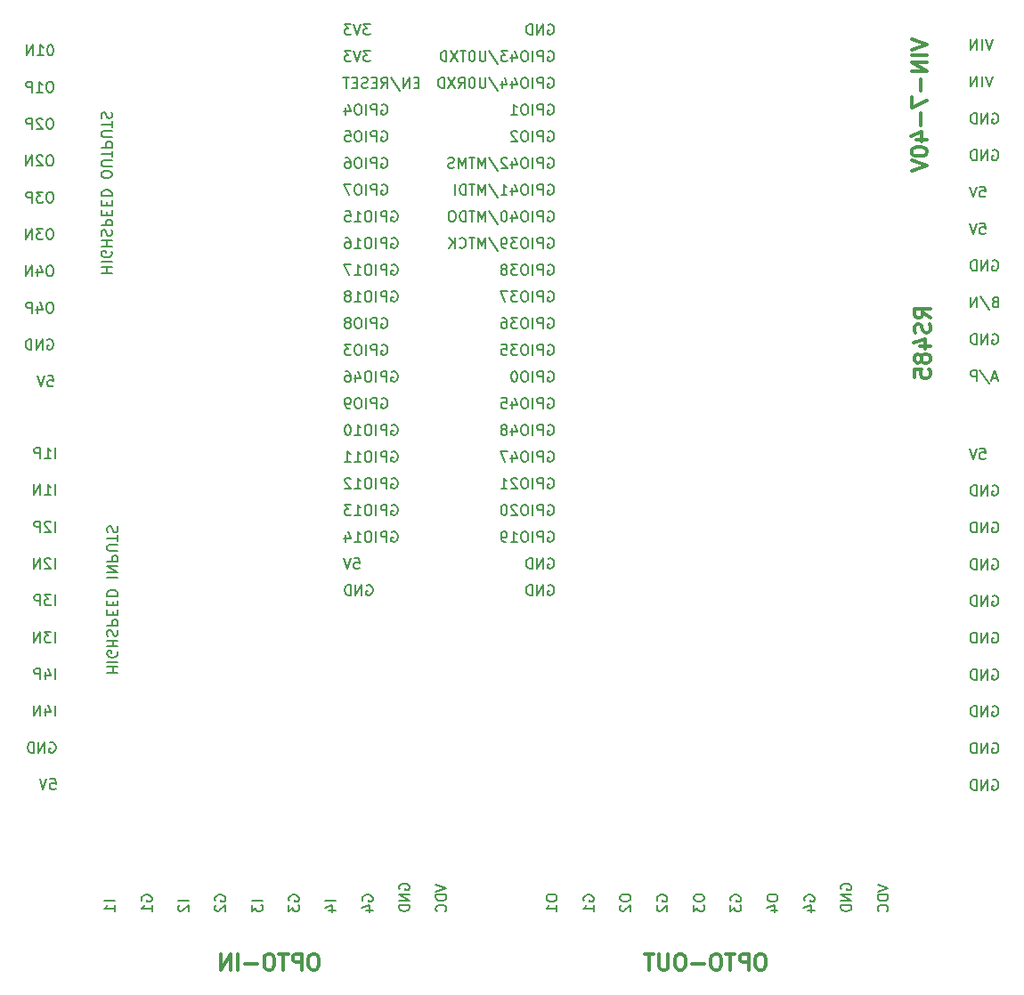
<source format=gbo>
G04 #@! TF.GenerationSoftware,KiCad,Pcbnew,9.0.3*
G04 #@! TF.CreationDate,2025-08-04T15:00:35+02:00*
G04 #@! TF.ProjectId,esp-motioncontroller,6573702d-6d6f-4746-996f-6e636f6e7472,1.0.0*
G04 #@! TF.SameCoordinates,Original*
G04 #@! TF.FileFunction,Legend,Bot*
G04 #@! TF.FilePolarity,Positive*
%FSLAX46Y46*%
G04 Gerber Fmt 4.6, Leading zero omitted, Abs format (unit mm)*
G04 Created by KiCad (PCBNEW 9.0.3) date 2025-08-04 15:00:35*
%MOMM*%
%LPD*%
G01*
G04 APERTURE LIST*
%ADD10C,0.200000*%
%ADD11C,0.300000*%
%ADD12C,0.150000*%
G04 APERTURE END LIST*
D10*
X57777545Y-95058362D02*
X57777545Y-94058362D01*
X56777546Y-95058362D02*
X57348974Y-95058362D01*
X57063260Y-95058362D02*
X57063260Y-94058362D01*
X57063260Y-94058362D02*
X57158498Y-94201219D01*
X57158498Y-94201219D02*
X57253736Y-94296457D01*
X57253736Y-94296457D02*
X57348974Y-94344076D01*
X56348974Y-95058362D02*
X56348974Y-94058362D01*
X56348974Y-94058362D02*
X55777546Y-95058362D01*
X55777546Y-95058362D02*
X55777546Y-94058362D01*
D11*
X140986141Y-78210341D02*
X140271855Y-77710341D01*
X140986141Y-77353198D02*
X139486141Y-77353198D01*
X139486141Y-77353198D02*
X139486141Y-77924627D01*
X139486141Y-77924627D02*
X139557570Y-78067484D01*
X139557570Y-78067484D02*
X139628998Y-78138913D01*
X139628998Y-78138913D02*
X139771855Y-78210341D01*
X139771855Y-78210341D02*
X139986141Y-78210341D01*
X139986141Y-78210341D02*
X140128998Y-78138913D01*
X140128998Y-78138913D02*
X140200427Y-78067484D01*
X140200427Y-78067484D02*
X140271855Y-77924627D01*
X140271855Y-77924627D02*
X140271855Y-77353198D01*
X140914713Y-78781770D02*
X140986141Y-78996056D01*
X140986141Y-78996056D02*
X140986141Y-79353198D01*
X140986141Y-79353198D02*
X140914713Y-79496056D01*
X140914713Y-79496056D02*
X140843284Y-79567484D01*
X140843284Y-79567484D02*
X140700427Y-79638913D01*
X140700427Y-79638913D02*
X140557570Y-79638913D01*
X140557570Y-79638913D02*
X140414713Y-79567484D01*
X140414713Y-79567484D02*
X140343284Y-79496056D01*
X140343284Y-79496056D02*
X140271855Y-79353198D01*
X140271855Y-79353198D02*
X140200427Y-79067484D01*
X140200427Y-79067484D02*
X140128998Y-78924627D01*
X140128998Y-78924627D02*
X140057570Y-78853198D01*
X140057570Y-78853198D02*
X139914713Y-78781770D01*
X139914713Y-78781770D02*
X139771855Y-78781770D01*
X139771855Y-78781770D02*
X139628998Y-78853198D01*
X139628998Y-78853198D02*
X139557570Y-78924627D01*
X139557570Y-78924627D02*
X139486141Y-79067484D01*
X139486141Y-79067484D02*
X139486141Y-79424627D01*
X139486141Y-79424627D02*
X139557570Y-79638913D01*
X139986141Y-80924627D02*
X140986141Y-80924627D01*
X139414713Y-80567484D02*
X140486141Y-80210341D01*
X140486141Y-80210341D02*
X140486141Y-81138912D01*
X140128998Y-81924626D02*
X140057570Y-81781769D01*
X140057570Y-81781769D02*
X139986141Y-81710340D01*
X139986141Y-81710340D02*
X139843284Y-81638912D01*
X139843284Y-81638912D02*
X139771855Y-81638912D01*
X139771855Y-81638912D02*
X139628998Y-81710340D01*
X139628998Y-81710340D02*
X139557570Y-81781769D01*
X139557570Y-81781769D02*
X139486141Y-81924626D01*
X139486141Y-81924626D02*
X139486141Y-82210340D01*
X139486141Y-82210340D02*
X139557570Y-82353198D01*
X139557570Y-82353198D02*
X139628998Y-82424626D01*
X139628998Y-82424626D02*
X139771855Y-82496055D01*
X139771855Y-82496055D02*
X139843284Y-82496055D01*
X139843284Y-82496055D02*
X139986141Y-82424626D01*
X139986141Y-82424626D02*
X140057570Y-82353198D01*
X140057570Y-82353198D02*
X140128998Y-82210340D01*
X140128998Y-82210340D02*
X140128998Y-81924626D01*
X140128998Y-81924626D02*
X140200427Y-81781769D01*
X140200427Y-81781769D02*
X140271855Y-81710340D01*
X140271855Y-81710340D02*
X140414713Y-81638912D01*
X140414713Y-81638912D02*
X140700427Y-81638912D01*
X140700427Y-81638912D02*
X140843284Y-81710340D01*
X140843284Y-81710340D02*
X140914713Y-81781769D01*
X140914713Y-81781769D02*
X140986141Y-81924626D01*
X140986141Y-81924626D02*
X140986141Y-82210340D01*
X140986141Y-82210340D02*
X140914713Y-82353198D01*
X140914713Y-82353198D02*
X140843284Y-82424626D01*
X140843284Y-82424626D02*
X140700427Y-82496055D01*
X140700427Y-82496055D02*
X140414713Y-82496055D01*
X140414713Y-82496055D02*
X140271855Y-82424626D01*
X140271855Y-82424626D02*
X140200427Y-82353198D01*
X140200427Y-82353198D02*
X140128998Y-82210340D01*
X139486141Y-83853197D02*
X139486141Y-83138911D01*
X139486141Y-83138911D02*
X140200427Y-83067483D01*
X140200427Y-83067483D02*
X140128998Y-83138911D01*
X140128998Y-83138911D02*
X140057570Y-83281769D01*
X140057570Y-83281769D02*
X140057570Y-83638911D01*
X140057570Y-83638911D02*
X140128998Y-83781769D01*
X140128998Y-83781769D02*
X140200427Y-83853197D01*
X140200427Y-83853197D02*
X140343284Y-83924626D01*
X140343284Y-83924626D02*
X140700427Y-83924626D01*
X140700427Y-83924626D02*
X140843284Y-83853197D01*
X140843284Y-83853197D02*
X140914713Y-83781769D01*
X140914713Y-83781769D02*
X140986141Y-83638911D01*
X140986141Y-83638911D02*
X140986141Y-83281769D01*
X140986141Y-83281769D02*
X140914713Y-83138911D01*
X140914713Y-83138911D02*
X140843284Y-83067483D01*
D10*
X57777545Y-116058362D02*
X57777545Y-115058362D01*
X56872784Y-115391695D02*
X56872784Y-116058362D01*
X57110879Y-115010743D02*
X57348974Y-115725028D01*
X57348974Y-115725028D02*
X56729927Y-115725028D01*
X56348974Y-116058362D02*
X56348974Y-115058362D01*
X56348974Y-115058362D02*
X55777546Y-116058362D01*
X55777546Y-116058362D02*
X55777546Y-115058362D01*
X122031814Y-133660346D02*
X121984195Y-133565108D01*
X121984195Y-133565108D02*
X121984195Y-133422251D01*
X121984195Y-133422251D02*
X122031814Y-133279394D01*
X122031814Y-133279394D02*
X122127052Y-133184156D01*
X122127052Y-133184156D02*
X122222290Y-133136537D01*
X122222290Y-133136537D02*
X122412766Y-133088918D01*
X122412766Y-133088918D02*
X122555623Y-133088918D01*
X122555623Y-133088918D02*
X122746099Y-133136537D01*
X122746099Y-133136537D02*
X122841337Y-133184156D01*
X122841337Y-133184156D02*
X122936576Y-133279394D01*
X122936576Y-133279394D02*
X122984195Y-133422251D01*
X122984195Y-133422251D02*
X122984195Y-133517489D01*
X122984195Y-133517489D02*
X122936576Y-133660346D01*
X122936576Y-133660346D02*
X122888956Y-133707965D01*
X122888956Y-133707965D02*
X122555623Y-133707965D01*
X122555623Y-133707965D02*
X122555623Y-133517489D01*
X121984195Y-134041299D02*
X121984195Y-134660346D01*
X121984195Y-134660346D02*
X122365147Y-134327013D01*
X122365147Y-134327013D02*
X122365147Y-134469870D01*
X122365147Y-134469870D02*
X122412766Y-134565108D01*
X122412766Y-134565108D02*
X122460385Y-134612727D01*
X122460385Y-134612727D02*
X122555623Y-134660346D01*
X122555623Y-134660346D02*
X122793718Y-134660346D01*
X122793718Y-134660346D02*
X122888956Y-134612727D01*
X122888956Y-134612727D02*
X122936576Y-134565108D01*
X122936576Y-134565108D02*
X122984195Y-134469870D01*
X122984195Y-134469870D02*
X122984195Y-134184156D01*
X122984195Y-134184156D02*
X122936576Y-134088918D01*
X122936576Y-134088918D02*
X122888956Y-134041299D01*
X146897256Y-108165851D02*
X146992494Y-108118232D01*
X146992494Y-108118232D02*
X147135351Y-108118232D01*
X147135351Y-108118232D02*
X147278208Y-108165851D01*
X147278208Y-108165851D02*
X147373446Y-108261089D01*
X147373446Y-108261089D02*
X147421065Y-108356327D01*
X147421065Y-108356327D02*
X147468684Y-108546803D01*
X147468684Y-108546803D02*
X147468684Y-108689660D01*
X147468684Y-108689660D02*
X147421065Y-108880136D01*
X147421065Y-108880136D02*
X147373446Y-108975374D01*
X147373446Y-108975374D02*
X147278208Y-109070613D01*
X147278208Y-109070613D02*
X147135351Y-109118232D01*
X147135351Y-109118232D02*
X147040113Y-109118232D01*
X147040113Y-109118232D02*
X146897256Y-109070613D01*
X146897256Y-109070613D02*
X146849637Y-109022993D01*
X146849637Y-109022993D02*
X146849637Y-108689660D01*
X146849637Y-108689660D02*
X147040113Y-108689660D01*
X146421065Y-109118232D02*
X146421065Y-108118232D01*
X146421065Y-108118232D02*
X145849637Y-109118232D01*
X145849637Y-109118232D02*
X145849637Y-108118232D01*
X145373446Y-109118232D02*
X145373446Y-108118232D01*
X145373446Y-108118232D02*
X145135351Y-108118232D01*
X145135351Y-108118232D02*
X144992494Y-108165851D01*
X144992494Y-108165851D02*
X144897256Y-108261089D01*
X144897256Y-108261089D02*
X144849637Y-108356327D01*
X144849637Y-108356327D02*
X144802018Y-108546803D01*
X144802018Y-108546803D02*
X144802018Y-108689660D01*
X144802018Y-108689660D02*
X144849637Y-108880136D01*
X144849637Y-108880136D02*
X144897256Y-108975374D01*
X144897256Y-108975374D02*
X144992494Y-109070613D01*
X144992494Y-109070613D02*
X145135351Y-109118232D01*
X145135351Y-109118232D02*
X145373446Y-109118232D01*
X57379887Y-69729739D02*
X57189411Y-69729739D01*
X57189411Y-69729739D02*
X57094173Y-69777358D01*
X57094173Y-69777358D02*
X56998935Y-69872596D01*
X56998935Y-69872596D02*
X56951316Y-70063072D01*
X56951316Y-70063072D02*
X56951316Y-70396405D01*
X56951316Y-70396405D02*
X56998935Y-70586881D01*
X56998935Y-70586881D02*
X57094173Y-70682120D01*
X57094173Y-70682120D02*
X57189411Y-70729739D01*
X57189411Y-70729739D02*
X57379887Y-70729739D01*
X57379887Y-70729739D02*
X57475125Y-70682120D01*
X57475125Y-70682120D02*
X57570363Y-70586881D01*
X57570363Y-70586881D02*
X57617982Y-70396405D01*
X57617982Y-70396405D02*
X57617982Y-70063072D01*
X57617982Y-70063072D02*
X57570363Y-69872596D01*
X57570363Y-69872596D02*
X57475125Y-69777358D01*
X57475125Y-69777358D02*
X57379887Y-69729739D01*
X56617982Y-69729739D02*
X55998935Y-69729739D01*
X55998935Y-69729739D02*
X56332268Y-70110691D01*
X56332268Y-70110691D02*
X56189411Y-70110691D01*
X56189411Y-70110691D02*
X56094173Y-70158310D01*
X56094173Y-70158310D02*
X56046554Y-70205929D01*
X56046554Y-70205929D02*
X55998935Y-70301167D01*
X55998935Y-70301167D02*
X55998935Y-70539262D01*
X55998935Y-70539262D02*
X56046554Y-70634500D01*
X56046554Y-70634500D02*
X56094173Y-70682120D01*
X56094173Y-70682120D02*
X56189411Y-70729739D01*
X56189411Y-70729739D02*
X56475125Y-70729739D01*
X56475125Y-70729739D02*
X56570363Y-70682120D01*
X56570363Y-70682120D02*
X56617982Y-70634500D01*
X55570363Y-70729739D02*
X55570363Y-69729739D01*
X55570363Y-69729739D02*
X54998935Y-70729739D01*
X54998935Y-70729739D02*
X54998935Y-69729739D01*
X146897256Y-122165851D02*
X146992494Y-122118232D01*
X146992494Y-122118232D02*
X147135351Y-122118232D01*
X147135351Y-122118232D02*
X147278208Y-122165851D01*
X147278208Y-122165851D02*
X147373446Y-122261089D01*
X147373446Y-122261089D02*
X147421065Y-122356327D01*
X147421065Y-122356327D02*
X147468684Y-122546803D01*
X147468684Y-122546803D02*
X147468684Y-122689660D01*
X147468684Y-122689660D02*
X147421065Y-122880136D01*
X147421065Y-122880136D02*
X147373446Y-122975374D01*
X147373446Y-122975374D02*
X147278208Y-123070613D01*
X147278208Y-123070613D02*
X147135351Y-123118232D01*
X147135351Y-123118232D02*
X147040113Y-123118232D01*
X147040113Y-123118232D02*
X146897256Y-123070613D01*
X146897256Y-123070613D02*
X146849637Y-123022993D01*
X146849637Y-123022993D02*
X146849637Y-122689660D01*
X146849637Y-122689660D02*
X147040113Y-122689660D01*
X146421065Y-123118232D02*
X146421065Y-122118232D01*
X146421065Y-122118232D02*
X145849637Y-123118232D01*
X145849637Y-123118232D02*
X145849637Y-122118232D01*
X145373446Y-123118232D02*
X145373446Y-122118232D01*
X145373446Y-122118232D02*
X145135351Y-122118232D01*
X145135351Y-122118232D02*
X144992494Y-122165851D01*
X144992494Y-122165851D02*
X144897256Y-122261089D01*
X144897256Y-122261089D02*
X144849637Y-122356327D01*
X144849637Y-122356327D02*
X144802018Y-122546803D01*
X144802018Y-122546803D02*
X144802018Y-122689660D01*
X144802018Y-122689660D02*
X144849637Y-122880136D01*
X144849637Y-122880136D02*
X144897256Y-122975374D01*
X144897256Y-122975374D02*
X144992494Y-123070613D01*
X144992494Y-123070613D02*
X145135351Y-123118232D01*
X145135351Y-123118232D02*
X145373446Y-123118232D01*
X146897256Y-111665851D02*
X146992494Y-111618232D01*
X146992494Y-111618232D02*
X147135351Y-111618232D01*
X147135351Y-111618232D02*
X147278208Y-111665851D01*
X147278208Y-111665851D02*
X147373446Y-111761089D01*
X147373446Y-111761089D02*
X147421065Y-111856327D01*
X147421065Y-111856327D02*
X147468684Y-112046803D01*
X147468684Y-112046803D02*
X147468684Y-112189660D01*
X147468684Y-112189660D02*
X147421065Y-112380136D01*
X147421065Y-112380136D02*
X147373446Y-112475374D01*
X147373446Y-112475374D02*
X147278208Y-112570613D01*
X147278208Y-112570613D02*
X147135351Y-112618232D01*
X147135351Y-112618232D02*
X147040113Y-112618232D01*
X147040113Y-112618232D02*
X146897256Y-112570613D01*
X146897256Y-112570613D02*
X146849637Y-112522993D01*
X146849637Y-112522993D02*
X146849637Y-112189660D01*
X146849637Y-112189660D02*
X147040113Y-112189660D01*
X146421065Y-112618232D02*
X146421065Y-111618232D01*
X146421065Y-111618232D02*
X145849637Y-112618232D01*
X145849637Y-112618232D02*
X145849637Y-111618232D01*
X145373446Y-112618232D02*
X145373446Y-111618232D01*
X145373446Y-111618232D02*
X145135351Y-111618232D01*
X145135351Y-111618232D02*
X144992494Y-111665851D01*
X144992494Y-111665851D02*
X144897256Y-111761089D01*
X144897256Y-111761089D02*
X144849637Y-111856327D01*
X144849637Y-111856327D02*
X144802018Y-112046803D01*
X144802018Y-112046803D02*
X144802018Y-112189660D01*
X144802018Y-112189660D02*
X144849637Y-112380136D01*
X144849637Y-112380136D02*
X144897256Y-112475374D01*
X144897256Y-112475374D02*
X144992494Y-112570613D01*
X144992494Y-112570613D02*
X145135351Y-112618232D01*
X145135351Y-112618232D02*
X145373446Y-112618232D01*
X146897256Y-115165851D02*
X146992494Y-115118232D01*
X146992494Y-115118232D02*
X147135351Y-115118232D01*
X147135351Y-115118232D02*
X147278208Y-115165851D01*
X147278208Y-115165851D02*
X147373446Y-115261089D01*
X147373446Y-115261089D02*
X147421065Y-115356327D01*
X147421065Y-115356327D02*
X147468684Y-115546803D01*
X147468684Y-115546803D02*
X147468684Y-115689660D01*
X147468684Y-115689660D02*
X147421065Y-115880136D01*
X147421065Y-115880136D02*
X147373446Y-115975374D01*
X147373446Y-115975374D02*
X147278208Y-116070613D01*
X147278208Y-116070613D02*
X147135351Y-116118232D01*
X147135351Y-116118232D02*
X147040113Y-116118232D01*
X147040113Y-116118232D02*
X146897256Y-116070613D01*
X146897256Y-116070613D02*
X146849637Y-116022993D01*
X146849637Y-116022993D02*
X146849637Y-115689660D01*
X146849637Y-115689660D02*
X147040113Y-115689660D01*
X146421065Y-116118232D02*
X146421065Y-115118232D01*
X146421065Y-115118232D02*
X145849637Y-116118232D01*
X145849637Y-116118232D02*
X145849637Y-115118232D01*
X145373446Y-116118232D02*
X145373446Y-115118232D01*
X145373446Y-115118232D02*
X145135351Y-115118232D01*
X145135351Y-115118232D02*
X144992494Y-115165851D01*
X144992494Y-115165851D02*
X144897256Y-115261089D01*
X144897256Y-115261089D02*
X144849637Y-115356327D01*
X144849637Y-115356327D02*
X144802018Y-115546803D01*
X144802018Y-115546803D02*
X144802018Y-115689660D01*
X144802018Y-115689660D02*
X144849637Y-115880136D01*
X144849637Y-115880136D02*
X144897256Y-115975374D01*
X144897256Y-115975374D02*
X144992494Y-116070613D01*
X144992494Y-116070613D02*
X145135351Y-116118232D01*
X145135351Y-116118232D02*
X145373446Y-116118232D01*
X57379887Y-76729739D02*
X57189411Y-76729739D01*
X57189411Y-76729739D02*
X57094173Y-76777358D01*
X57094173Y-76777358D02*
X56998935Y-76872596D01*
X56998935Y-76872596D02*
X56951316Y-77063072D01*
X56951316Y-77063072D02*
X56951316Y-77396405D01*
X56951316Y-77396405D02*
X56998935Y-77586881D01*
X56998935Y-77586881D02*
X57094173Y-77682120D01*
X57094173Y-77682120D02*
X57189411Y-77729739D01*
X57189411Y-77729739D02*
X57379887Y-77729739D01*
X57379887Y-77729739D02*
X57475125Y-77682120D01*
X57475125Y-77682120D02*
X57570363Y-77586881D01*
X57570363Y-77586881D02*
X57617982Y-77396405D01*
X57617982Y-77396405D02*
X57617982Y-77063072D01*
X57617982Y-77063072D02*
X57570363Y-76872596D01*
X57570363Y-76872596D02*
X57475125Y-76777358D01*
X57475125Y-76777358D02*
X57379887Y-76729739D01*
X56094173Y-77063072D02*
X56094173Y-77729739D01*
X56332268Y-76682120D02*
X56570363Y-77396405D01*
X56570363Y-77396405D02*
X55951316Y-77396405D01*
X55570363Y-77729739D02*
X55570363Y-76729739D01*
X55570363Y-76729739D02*
X55189411Y-76729739D01*
X55189411Y-76729739D02*
X55094173Y-76777358D01*
X55094173Y-76777358D02*
X55046554Y-76824977D01*
X55046554Y-76824977D02*
X54998935Y-76920215D01*
X54998935Y-76920215D02*
X54998935Y-77063072D01*
X54998935Y-77063072D02*
X55046554Y-77158310D01*
X55046554Y-77158310D02*
X55094173Y-77205929D01*
X55094173Y-77205929D02*
X55189411Y-77253548D01*
X55189411Y-77253548D02*
X55570363Y-77253548D01*
X57777545Y-98558362D02*
X57777545Y-97558362D01*
X57348974Y-97653600D02*
X57301355Y-97605981D01*
X57301355Y-97605981D02*
X57206117Y-97558362D01*
X57206117Y-97558362D02*
X56968022Y-97558362D01*
X56968022Y-97558362D02*
X56872784Y-97605981D01*
X56872784Y-97605981D02*
X56825165Y-97653600D01*
X56825165Y-97653600D02*
X56777546Y-97748838D01*
X56777546Y-97748838D02*
X56777546Y-97844076D01*
X56777546Y-97844076D02*
X56825165Y-97986933D01*
X56825165Y-97986933D02*
X57396593Y-98558362D01*
X57396593Y-98558362D02*
X56777546Y-98558362D01*
X56348974Y-98558362D02*
X56348974Y-97558362D01*
X56348974Y-97558362D02*
X55968022Y-97558362D01*
X55968022Y-97558362D02*
X55872784Y-97605981D01*
X55872784Y-97605981D02*
X55825165Y-97653600D01*
X55825165Y-97653600D02*
X55777546Y-97748838D01*
X55777546Y-97748838D02*
X55777546Y-97891695D01*
X55777546Y-97891695D02*
X55825165Y-97986933D01*
X55825165Y-97986933D02*
X55872784Y-98034552D01*
X55872784Y-98034552D02*
X55968022Y-98082171D01*
X55968022Y-98082171D02*
X56348974Y-98082171D01*
X57379887Y-73229739D02*
X57189411Y-73229739D01*
X57189411Y-73229739D02*
X57094173Y-73277358D01*
X57094173Y-73277358D02*
X56998935Y-73372596D01*
X56998935Y-73372596D02*
X56951316Y-73563072D01*
X56951316Y-73563072D02*
X56951316Y-73896405D01*
X56951316Y-73896405D02*
X56998935Y-74086881D01*
X56998935Y-74086881D02*
X57094173Y-74182120D01*
X57094173Y-74182120D02*
X57189411Y-74229739D01*
X57189411Y-74229739D02*
X57379887Y-74229739D01*
X57379887Y-74229739D02*
X57475125Y-74182120D01*
X57475125Y-74182120D02*
X57570363Y-74086881D01*
X57570363Y-74086881D02*
X57617982Y-73896405D01*
X57617982Y-73896405D02*
X57617982Y-73563072D01*
X57617982Y-73563072D02*
X57570363Y-73372596D01*
X57570363Y-73372596D02*
X57475125Y-73277358D01*
X57475125Y-73277358D02*
X57379887Y-73229739D01*
X56094173Y-73563072D02*
X56094173Y-74229739D01*
X56332268Y-73182120D02*
X56570363Y-73896405D01*
X56570363Y-73896405D02*
X55951316Y-73896405D01*
X55570363Y-74229739D02*
X55570363Y-73229739D01*
X55570363Y-73229739D02*
X54998935Y-74229739D01*
X54998935Y-74229739D02*
X54998935Y-73229739D01*
X146897255Y-51708491D02*
X146563922Y-52708491D01*
X146563922Y-52708491D02*
X146230589Y-51708491D01*
X145897255Y-52708491D02*
X145897255Y-51708491D01*
X145421065Y-52708491D02*
X145421065Y-51708491D01*
X145421065Y-51708491D02*
X144849637Y-52708491D01*
X144849637Y-52708491D02*
X144849637Y-51708491D01*
X132531814Y-132565108D02*
X132484195Y-132469870D01*
X132484195Y-132469870D02*
X132484195Y-132327013D01*
X132484195Y-132327013D02*
X132531814Y-132184156D01*
X132531814Y-132184156D02*
X132627052Y-132088918D01*
X132627052Y-132088918D02*
X132722290Y-132041299D01*
X132722290Y-132041299D02*
X132912766Y-131993680D01*
X132912766Y-131993680D02*
X133055623Y-131993680D01*
X133055623Y-131993680D02*
X133246099Y-132041299D01*
X133246099Y-132041299D02*
X133341337Y-132088918D01*
X133341337Y-132088918D02*
X133436576Y-132184156D01*
X133436576Y-132184156D02*
X133484195Y-132327013D01*
X133484195Y-132327013D02*
X133484195Y-132422251D01*
X133484195Y-132422251D02*
X133436576Y-132565108D01*
X133436576Y-132565108D02*
X133388956Y-132612727D01*
X133388956Y-132612727D02*
X133055623Y-132612727D01*
X133055623Y-132612727D02*
X133055623Y-132422251D01*
X133484195Y-133041299D02*
X132484195Y-133041299D01*
X132484195Y-133041299D02*
X133484195Y-133612727D01*
X133484195Y-133612727D02*
X132484195Y-133612727D01*
X133484195Y-134088918D02*
X132484195Y-134088918D01*
X132484195Y-134088918D02*
X132484195Y-134327013D01*
X132484195Y-134327013D02*
X132531814Y-134469870D01*
X132531814Y-134469870D02*
X132627052Y-134565108D01*
X132627052Y-134565108D02*
X132722290Y-134612727D01*
X132722290Y-134612727D02*
X132912766Y-134660346D01*
X132912766Y-134660346D02*
X133055623Y-134660346D01*
X133055623Y-134660346D02*
X133246099Y-134612727D01*
X133246099Y-134612727D02*
X133341337Y-134565108D01*
X133341337Y-134565108D02*
X133436576Y-134469870D01*
X133436576Y-134469870D02*
X133484195Y-134327013D01*
X133484195Y-134327013D02*
X133484195Y-134088918D01*
X57777545Y-112558362D02*
X57777545Y-111558362D01*
X56872784Y-111891695D02*
X56872784Y-112558362D01*
X57110879Y-111510743D02*
X57348974Y-112225028D01*
X57348974Y-112225028D02*
X56729927Y-112225028D01*
X56348974Y-112558362D02*
X56348974Y-111558362D01*
X56348974Y-111558362D02*
X55968022Y-111558362D01*
X55968022Y-111558362D02*
X55872784Y-111605981D01*
X55872784Y-111605981D02*
X55825165Y-111653600D01*
X55825165Y-111653600D02*
X55777546Y-111748838D01*
X55777546Y-111748838D02*
X55777546Y-111891695D01*
X55777546Y-111891695D02*
X55825165Y-111986933D01*
X55825165Y-111986933D02*
X55872784Y-112034552D01*
X55872784Y-112034552D02*
X55968022Y-112082171D01*
X55968022Y-112082171D02*
X56348974Y-112082171D01*
X147135351Y-76684681D02*
X146992494Y-76732300D01*
X146992494Y-76732300D02*
X146944875Y-76779919D01*
X146944875Y-76779919D02*
X146897256Y-76875157D01*
X146897256Y-76875157D02*
X146897256Y-77018014D01*
X146897256Y-77018014D02*
X146944875Y-77113252D01*
X146944875Y-77113252D02*
X146992494Y-77160872D01*
X146992494Y-77160872D02*
X147087732Y-77208491D01*
X147087732Y-77208491D02*
X147468684Y-77208491D01*
X147468684Y-77208491D02*
X147468684Y-76208491D01*
X147468684Y-76208491D02*
X147135351Y-76208491D01*
X147135351Y-76208491D02*
X147040113Y-76256110D01*
X147040113Y-76256110D02*
X146992494Y-76303729D01*
X146992494Y-76303729D02*
X146944875Y-76398967D01*
X146944875Y-76398967D02*
X146944875Y-76494205D01*
X146944875Y-76494205D02*
X146992494Y-76589443D01*
X146992494Y-76589443D02*
X147040113Y-76637062D01*
X147040113Y-76637062D02*
X147135351Y-76684681D01*
X147135351Y-76684681D02*
X147468684Y-76684681D01*
X145754399Y-76160872D02*
X146611541Y-77446586D01*
X145421065Y-77208491D02*
X145421065Y-76208491D01*
X145421065Y-76208491D02*
X144849637Y-77208491D01*
X144849637Y-77208491D02*
X144849637Y-76208491D01*
D11*
X139189267Y-51667306D02*
X140689267Y-52167306D01*
X140689267Y-52167306D02*
X139189267Y-52667306D01*
X140689267Y-53167305D02*
X139189267Y-53167305D01*
X140689267Y-53881591D02*
X139189267Y-53881591D01*
X139189267Y-53881591D02*
X140689267Y-54738734D01*
X140689267Y-54738734D02*
X139189267Y-54738734D01*
X140117839Y-55453020D02*
X140117839Y-56595878D01*
X139189267Y-57167306D02*
X139189267Y-58167306D01*
X139189267Y-58167306D02*
X140689267Y-57524449D01*
X140117839Y-58738734D02*
X140117839Y-59881592D01*
X139689267Y-61238735D02*
X140689267Y-61238735D01*
X139117839Y-60881592D02*
X140189267Y-60524449D01*
X140189267Y-60524449D02*
X140189267Y-61453020D01*
X139189267Y-62310163D02*
X139189267Y-62453020D01*
X139189267Y-62453020D02*
X139260696Y-62595877D01*
X139260696Y-62595877D02*
X139332124Y-62667306D01*
X139332124Y-62667306D02*
X139474981Y-62738734D01*
X139474981Y-62738734D02*
X139760696Y-62810163D01*
X139760696Y-62810163D02*
X140117839Y-62810163D01*
X140117839Y-62810163D02*
X140403553Y-62738734D01*
X140403553Y-62738734D02*
X140546410Y-62667306D01*
X140546410Y-62667306D02*
X140617839Y-62595877D01*
X140617839Y-62595877D02*
X140689267Y-62453020D01*
X140689267Y-62453020D02*
X140689267Y-62310163D01*
X140689267Y-62310163D02*
X140617839Y-62167306D01*
X140617839Y-62167306D02*
X140546410Y-62095877D01*
X140546410Y-62095877D02*
X140403553Y-62024448D01*
X140403553Y-62024448D02*
X140117839Y-61953020D01*
X140117839Y-61953020D02*
X139760696Y-61953020D01*
X139760696Y-61953020D02*
X139474981Y-62024448D01*
X139474981Y-62024448D02*
X139332124Y-62095877D01*
X139332124Y-62095877D02*
X139260696Y-62167306D01*
X139260696Y-62167306D02*
X139189267Y-62310163D01*
X139189267Y-63238734D02*
X140689267Y-63738734D01*
X140689267Y-63738734D02*
X139189267Y-64238734D01*
D10*
X118484195Y-133279394D02*
X118484195Y-133469870D01*
X118484195Y-133469870D02*
X118531814Y-133565108D01*
X118531814Y-133565108D02*
X118627052Y-133660346D01*
X118627052Y-133660346D02*
X118817528Y-133707965D01*
X118817528Y-133707965D02*
X119150861Y-133707965D01*
X119150861Y-133707965D02*
X119341337Y-133660346D01*
X119341337Y-133660346D02*
X119436576Y-133565108D01*
X119436576Y-133565108D02*
X119484195Y-133469870D01*
X119484195Y-133469870D02*
X119484195Y-133279394D01*
X119484195Y-133279394D02*
X119436576Y-133184156D01*
X119436576Y-133184156D02*
X119341337Y-133088918D01*
X119341337Y-133088918D02*
X119150861Y-133041299D01*
X119150861Y-133041299D02*
X118817528Y-133041299D01*
X118817528Y-133041299D02*
X118627052Y-133088918D01*
X118627052Y-133088918D02*
X118531814Y-133184156D01*
X118531814Y-133184156D02*
X118484195Y-133279394D01*
X118484195Y-134041299D02*
X118484195Y-134660346D01*
X118484195Y-134660346D02*
X118865147Y-134327013D01*
X118865147Y-134327013D02*
X118865147Y-134469870D01*
X118865147Y-134469870D02*
X118912766Y-134565108D01*
X118912766Y-134565108D02*
X118960385Y-134612727D01*
X118960385Y-134612727D02*
X119055623Y-134660346D01*
X119055623Y-134660346D02*
X119293718Y-134660346D01*
X119293718Y-134660346D02*
X119388956Y-134612727D01*
X119388956Y-134612727D02*
X119436576Y-134565108D01*
X119436576Y-134565108D02*
X119484195Y-134469870D01*
X119484195Y-134469870D02*
X119484195Y-134184156D01*
X119484195Y-134184156D02*
X119436576Y-134088918D01*
X119436576Y-134088918D02*
X119388956Y-134041299D01*
X73019781Y-133660346D02*
X72972162Y-133565108D01*
X72972162Y-133565108D02*
X72972162Y-133422251D01*
X72972162Y-133422251D02*
X73019781Y-133279394D01*
X73019781Y-133279394D02*
X73115019Y-133184156D01*
X73115019Y-133184156D02*
X73210257Y-133136537D01*
X73210257Y-133136537D02*
X73400733Y-133088918D01*
X73400733Y-133088918D02*
X73543590Y-133088918D01*
X73543590Y-133088918D02*
X73734066Y-133136537D01*
X73734066Y-133136537D02*
X73829304Y-133184156D01*
X73829304Y-133184156D02*
X73924543Y-133279394D01*
X73924543Y-133279394D02*
X73972162Y-133422251D01*
X73972162Y-133422251D02*
X73972162Y-133517489D01*
X73972162Y-133517489D02*
X73924543Y-133660346D01*
X73924543Y-133660346D02*
X73876923Y-133707965D01*
X73876923Y-133707965D02*
X73543590Y-133707965D01*
X73543590Y-133707965D02*
X73543590Y-133517489D01*
X73067400Y-134088918D02*
X73019781Y-134136537D01*
X73019781Y-134136537D02*
X72972162Y-134231775D01*
X72972162Y-134231775D02*
X72972162Y-134469870D01*
X72972162Y-134469870D02*
X73019781Y-134565108D01*
X73019781Y-134565108D02*
X73067400Y-134612727D01*
X73067400Y-134612727D02*
X73162638Y-134660346D01*
X73162638Y-134660346D02*
X73257876Y-134660346D01*
X73257876Y-134660346D02*
X73400733Y-134612727D01*
X73400733Y-134612727D02*
X73972162Y-134041299D01*
X73972162Y-134041299D02*
X73972162Y-134660346D01*
X57379887Y-52229739D02*
X57284649Y-52229739D01*
X57284649Y-52229739D02*
X57189411Y-52277358D01*
X57189411Y-52277358D02*
X57141792Y-52324977D01*
X57141792Y-52324977D02*
X57094173Y-52420215D01*
X57094173Y-52420215D02*
X57046554Y-52610691D01*
X57046554Y-52610691D02*
X57046554Y-52848786D01*
X57046554Y-52848786D02*
X57094173Y-53039262D01*
X57094173Y-53039262D02*
X57141792Y-53134500D01*
X57141792Y-53134500D02*
X57189411Y-53182120D01*
X57189411Y-53182120D02*
X57284649Y-53229739D01*
X57284649Y-53229739D02*
X57379887Y-53229739D01*
X57379887Y-53229739D02*
X57475125Y-53182120D01*
X57475125Y-53182120D02*
X57522744Y-53134500D01*
X57522744Y-53134500D02*
X57570363Y-53039262D01*
X57570363Y-53039262D02*
X57617982Y-52848786D01*
X57617982Y-52848786D02*
X57617982Y-52610691D01*
X57617982Y-52610691D02*
X57570363Y-52420215D01*
X57570363Y-52420215D02*
X57522744Y-52324977D01*
X57522744Y-52324977D02*
X57475125Y-52277358D01*
X57475125Y-52277358D02*
X57379887Y-52229739D01*
X56094173Y-53229739D02*
X56665601Y-53229739D01*
X56379887Y-53229739D02*
X56379887Y-52229739D01*
X56379887Y-52229739D02*
X56475125Y-52372596D01*
X56475125Y-52372596D02*
X56570363Y-52467834D01*
X56570363Y-52467834D02*
X56665601Y-52515453D01*
X55665601Y-53229739D02*
X55665601Y-52229739D01*
X55665601Y-52229739D02*
X55094173Y-53229739D01*
X55094173Y-53229739D02*
X55094173Y-52229739D01*
X62160147Y-73939367D02*
X63160147Y-73939367D01*
X62683957Y-73939367D02*
X62683957Y-73367939D01*
X62160147Y-73367939D02*
X63160147Y-73367939D01*
X62160147Y-72891748D02*
X63160147Y-72891748D01*
X63112528Y-71891749D02*
X63160147Y-71986987D01*
X63160147Y-71986987D02*
X63160147Y-72129844D01*
X63160147Y-72129844D02*
X63112528Y-72272701D01*
X63112528Y-72272701D02*
X63017290Y-72367939D01*
X63017290Y-72367939D02*
X62922052Y-72415558D01*
X62922052Y-72415558D02*
X62731576Y-72463177D01*
X62731576Y-72463177D02*
X62588719Y-72463177D01*
X62588719Y-72463177D02*
X62398243Y-72415558D01*
X62398243Y-72415558D02*
X62303005Y-72367939D01*
X62303005Y-72367939D02*
X62207767Y-72272701D01*
X62207767Y-72272701D02*
X62160147Y-72129844D01*
X62160147Y-72129844D02*
X62160147Y-72034606D01*
X62160147Y-72034606D02*
X62207767Y-71891749D01*
X62207767Y-71891749D02*
X62255386Y-71844130D01*
X62255386Y-71844130D02*
X62588719Y-71844130D01*
X62588719Y-71844130D02*
X62588719Y-72034606D01*
X62160147Y-71415558D02*
X63160147Y-71415558D01*
X62683957Y-71415558D02*
X62683957Y-70844130D01*
X62160147Y-70844130D02*
X63160147Y-70844130D01*
X62207767Y-70415558D02*
X62160147Y-70272701D01*
X62160147Y-70272701D02*
X62160147Y-70034606D01*
X62160147Y-70034606D02*
X62207767Y-69939368D01*
X62207767Y-69939368D02*
X62255386Y-69891749D01*
X62255386Y-69891749D02*
X62350624Y-69844130D01*
X62350624Y-69844130D02*
X62445862Y-69844130D01*
X62445862Y-69844130D02*
X62541100Y-69891749D01*
X62541100Y-69891749D02*
X62588719Y-69939368D01*
X62588719Y-69939368D02*
X62636338Y-70034606D01*
X62636338Y-70034606D02*
X62683957Y-70225082D01*
X62683957Y-70225082D02*
X62731576Y-70320320D01*
X62731576Y-70320320D02*
X62779195Y-70367939D01*
X62779195Y-70367939D02*
X62874433Y-70415558D01*
X62874433Y-70415558D02*
X62969671Y-70415558D01*
X62969671Y-70415558D02*
X63064909Y-70367939D01*
X63064909Y-70367939D02*
X63112528Y-70320320D01*
X63112528Y-70320320D02*
X63160147Y-70225082D01*
X63160147Y-70225082D02*
X63160147Y-69986987D01*
X63160147Y-69986987D02*
X63112528Y-69844130D01*
X62160147Y-69415558D02*
X63160147Y-69415558D01*
X63160147Y-69415558D02*
X63160147Y-69034606D01*
X63160147Y-69034606D02*
X63112528Y-68939368D01*
X63112528Y-68939368D02*
X63064909Y-68891749D01*
X63064909Y-68891749D02*
X62969671Y-68844130D01*
X62969671Y-68844130D02*
X62826814Y-68844130D01*
X62826814Y-68844130D02*
X62731576Y-68891749D01*
X62731576Y-68891749D02*
X62683957Y-68939368D01*
X62683957Y-68939368D02*
X62636338Y-69034606D01*
X62636338Y-69034606D02*
X62636338Y-69415558D01*
X62683957Y-68415558D02*
X62683957Y-68082225D01*
X62160147Y-67939368D02*
X62160147Y-68415558D01*
X62160147Y-68415558D02*
X63160147Y-68415558D01*
X63160147Y-68415558D02*
X63160147Y-67939368D01*
X62683957Y-67510796D02*
X62683957Y-67177463D01*
X62160147Y-67034606D02*
X62160147Y-67510796D01*
X62160147Y-67510796D02*
X63160147Y-67510796D01*
X63160147Y-67510796D02*
X63160147Y-67034606D01*
X62160147Y-66606034D02*
X63160147Y-66606034D01*
X63160147Y-66606034D02*
X63160147Y-66367939D01*
X63160147Y-66367939D02*
X63112528Y-66225082D01*
X63112528Y-66225082D02*
X63017290Y-66129844D01*
X63017290Y-66129844D02*
X62922052Y-66082225D01*
X62922052Y-66082225D02*
X62731576Y-66034606D01*
X62731576Y-66034606D02*
X62588719Y-66034606D01*
X62588719Y-66034606D02*
X62398243Y-66082225D01*
X62398243Y-66082225D02*
X62303005Y-66129844D01*
X62303005Y-66129844D02*
X62207767Y-66225082D01*
X62207767Y-66225082D02*
X62160147Y-66367939D01*
X62160147Y-66367939D02*
X62160147Y-66606034D01*
X63160147Y-64653653D02*
X63160147Y-64463177D01*
X63160147Y-64463177D02*
X63112528Y-64367939D01*
X63112528Y-64367939D02*
X63017290Y-64272701D01*
X63017290Y-64272701D02*
X62826814Y-64225082D01*
X62826814Y-64225082D02*
X62493481Y-64225082D01*
X62493481Y-64225082D02*
X62303005Y-64272701D01*
X62303005Y-64272701D02*
X62207767Y-64367939D01*
X62207767Y-64367939D02*
X62160147Y-64463177D01*
X62160147Y-64463177D02*
X62160147Y-64653653D01*
X62160147Y-64653653D02*
X62207767Y-64748891D01*
X62207767Y-64748891D02*
X62303005Y-64844129D01*
X62303005Y-64844129D02*
X62493481Y-64891748D01*
X62493481Y-64891748D02*
X62826814Y-64891748D01*
X62826814Y-64891748D02*
X63017290Y-64844129D01*
X63017290Y-64844129D02*
X63112528Y-64748891D01*
X63112528Y-64748891D02*
X63160147Y-64653653D01*
X63160147Y-63796510D02*
X62350624Y-63796510D01*
X62350624Y-63796510D02*
X62255386Y-63748891D01*
X62255386Y-63748891D02*
X62207767Y-63701272D01*
X62207767Y-63701272D02*
X62160147Y-63606034D01*
X62160147Y-63606034D02*
X62160147Y-63415558D01*
X62160147Y-63415558D02*
X62207767Y-63320320D01*
X62207767Y-63320320D02*
X62255386Y-63272701D01*
X62255386Y-63272701D02*
X62350624Y-63225082D01*
X62350624Y-63225082D02*
X63160147Y-63225082D01*
X63160147Y-62891748D02*
X63160147Y-62320320D01*
X62160147Y-62606034D02*
X63160147Y-62606034D01*
X62160147Y-61986986D02*
X63160147Y-61986986D01*
X63160147Y-61986986D02*
X63160147Y-61606034D01*
X63160147Y-61606034D02*
X63112528Y-61510796D01*
X63112528Y-61510796D02*
X63064909Y-61463177D01*
X63064909Y-61463177D02*
X62969671Y-61415558D01*
X62969671Y-61415558D02*
X62826814Y-61415558D01*
X62826814Y-61415558D02*
X62731576Y-61463177D01*
X62731576Y-61463177D02*
X62683957Y-61510796D01*
X62683957Y-61510796D02*
X62636338Y-61606034D01*
X62636338Y-61606034D02*
X62636338Y-61986986D01*
X63160147Y-60986986D02*
X62350624Y-60986986D01*
X62350624Y-60986986D02*
X62255386Y-60939367D01*
X62255386Y-60939367D02*
X62207767Y-60891748D01*
X62207767Y-60891748D02*
X62160147Y-60796510D01*
X62160147Y-60796510D02*
X62160147Y-60606034D01*
X62160147Y-60606034D02*
X62207767Y-60510796D01*
X62207767Y-60510796D02*
X62255386Y-60463177D01*
X62255386Y-60463177D02*
X62350624Y-60415558D01*
X62350624Y-60415558D02*
X63160147Y-60415558D01*
X63160147Y-60082224D02*
X63160147Y-59510796D01*
X62160147Y-59796510D02*
X63160147Y-59796510D01*
X62207767Y-59225081D02*
X62160147Y-59082224D01*
X62160147Y-59082224D02*
X62160147Y-58844129D01*
X62160147Y-58844129D02*
X62207767Y-58748891D01*
X62207767Y-58748891D02*
X62255386Y-58701272D01*
X62255386Y-58701272D02*
X62350624Y-58653653D01*
X62350624Y-58653653D02*
X62445862Y-58653653D01*
X62445862Y-58653653D02*
X62541100Y-58701272D01*
X62541100Y-58701272D02*
X62588719Y-58748891D01*
X62588719Y-58748891D02*
X62636338Y-58844129D01*
X62636338Y-58844129D02*
X62683957Y-59034605D01*
X62683957Y-59034605D02*
X62731576Y-59129843D01*
X62731576Y-59129843D02*
X62779195Y-59177462D01*
X62779195Y-59177462D02*
X62874433Y-59225081D01*
X62874433Y-59225081D02*
X62969671Y-59225081D01*
X62969671Y-59225081D02*
X63064909Y-59177462D01*
X63064909Y-59177462D02*
X63112528Y-59129843D01*
X63112528Y-59129843D02*
X63160147Y-59034605D01*
X63160147Y-59034605D02*
X63160147Y-58796510D01*
X63160147Y-58796510D02*
X63112528Y-58653653D01*
X145706780Y-65708491D02*
X146182970Y-65708491D01*
X146182970Y-65708491D02*
X146230589Y-66184681D01*
X146230589Y-66184681D02*
X146182970Y-66137062D01*
X146182970Y-66137062D02*
X146087732Y-66089443D01*
X146087732Y-66089443D02*
X145849637Y-66089443D01*
X145849637Y-66089443D02*
X145754399Y-66137062D01*
X145754399Y-66137062D02*
X145706780Y-66184681D01*
X145706780Y-66184681D02*
X145659161Y-66279919D01*
X145659161Y-66279919D02*
X145659161Y-66518014D01*
X145659161Y-66518014D02*
X145706780Y-66613252D01*
X145706780Y-66613252D02*
X145754399Y-66660872D01*
X145754399Y-66660872D02*
X145849637Y-66708491D01*
X145849637Y-66708491D02*
X146087732Y-66708491D01*
X146087732Y-66708491D02*
X146182970Y-66660872D01*
X146182970Y-66660872D02*
X146230589Y-66613252D01*
X145373446Y-65708491D02*
X145040113Y-66708491D01*
X145040113Y-66708491D02*
X144706780Y-65708491D01*
X145706780Y-69208491D02*
X146182970Y-69208491D01*
X146182970Y-69208491D02*
X146230589Y-69684681D01*
X146230589Y-69684681D02*
X146182970Y-69637062D01*
X146182970Y-69637062D02*
X146087732Y-69589443D01*
X146087732Y-69589443D02*
X145849637Y-69589443D01*
X145849637Y-69589443D02*
X145754399Y-69637062D01*
X145754399Y-69637062D02*
X145706780Y-69684681D01*
X145706780Y-69684681D02*
X145659161Y-69779919D01*
X145659161Y-69779919D02*
X145659161Y-70018014D01*
X145659161Y-70018014D02*
X145706780Y-70113252D01*
X145706780Y-70113252D02*
X145754399Y-70160872D01*
X145754399Y-70160872D02*
X145849637Y-70208491D01*
X145849637Y-70208491D02*
X146087732Y-70208491D01*
X146087732Y-70208491D02*
X146182970Y-70160872D01*
X146182970Y-70160872D02*
X146230589Y-70113252D01*
X145373446Y-69208491D02*
X145040113Y-70208491D01*
X145040113Y-70208491D02*
X144706780Y-69208491D01*
X77472162Y-133660347D02*
X76472162Y-133660347D01*
X76472162Y-134041299D02*
X76472162Y-134660346D01*
X76472162Y-134660346D02*
X76853114Y-134327013D01*
X76853114Y-134327013D02*
X76853114Y-134469870D01*
X76853114Y-134469870D02*
X76900733Y-134565108D01*
X76900733Y-134565108D02*
X76948352Y-134612727D01*
X76948352Y-134612727D02*
X77043590Y-134660346D01*
X77043590Y-134660346D02*
X77281685Y-134660346D01*
X77281685Y-134660346D02*
X77376923Y-134612727D01*
X77376923Y-134612727D02*
X77424543Y-134565108D01*
X77424543Y-134565108D02*
X77472162Y-134469870D01*
X77472162Y-134469870D02*
X77472162Y-134184156D01*
X77472162Y-134184156D02*
X77424543Y-134088918D01*
X77424543Y-134088918D02*
X77376923Y-134041299D01*
X63472162Y-133660347D02*
X62472162Y-133660347D01*
X63472162Y-134660346D02*
X63472162Y-134088918D01*
X63472162Y-134374632D02*
X62472162Y-134374632D01*
X62472162Y-134374632D02*
X62615019Y-134279394D01*
X62615019Y-134279394D02*
X62710257Y-134184156D01*
X62710257Y-134184156D02*
X62757876Y-134088918D01*
X146897256Y-72756110D02*
X146992494Y-72708491D01*
X146992494Y-72708491D02*
X147135351Y-72708491D01*
X147135351Y-72708491D02*
X147278208Y-72756110D01*
X147278208Y-72756110D02*
X147373446Y-72851348D01*
X147373446Y-72851348D02*
X147421065Y-72946586D01*
X147421065Y-72946586D02*
X147468684Y-73137062D01*
X147468684Y-73137062D02*
X147468684Y-73279919D01*
X147468684Y-73279919D02*
X147421065Y-73470395D01*
X147421065Y-73470395D02*
X147373446Y-73565633D01*
X147373446Y-73565633D02*
X147278208Y-73660872D01*
X147278208Y-73660872D02*
X147135351Y-73708491D01*
X147135351Y-73708491D02*
X147040113Y-73708491D01*
X147040113Y-73708491D02*
X146897256Y-73660872D01*
X146897256Y-73660872D02*
X146849637Y-73613252D01*
X146849637Y-73613252D02*
X146849637Y-73279919D01*
X146849637Y-73279919D02*
X147040113Y-73279919D01*
X146421065Y-73708491D02*
X146421065Y-72708491D01*
X146421065Y-72708491D02*
X145849637Y-73708491D01*
X145849637Y-73708491D02*
X145849637Y-72708491D01*
X145373446Y-73708491D02*
X145373446Y-72708491D01*
X145373446Y-72708491D02*
X145135351Y-72708491D01*
X145135351Y-72708491D02*
X144992494Y-72756110D01*
X144992494Y-72756110D02*
X144897256Y-72851348D01*
X144897256Y-72851348D02*
X144849637Y-72946586D01*
X144849637Y-72946586D02*
X144802018Y-73137062D01*
X144802018Y-73137062D02*
X144802018Y-73279919D01*
X144802018Y-73279919D02*
X144849637Y-73470395D01*
X144849637Y-73470395D02*
X144897256Y-73565633D01*
X144897256Y-73565633D02*
X144992494Y-73660872D01*
X144992494Y-73660872D02*
X145135351Y-73708491D01*
X145135351Y-73708491D02*
X145373446Y-73708491D01*
X57777545Y-91558362D02*
X57777545Y-90558362D01*
X56777546Y-91558362D02*
X57348974Y-91558362D01*
X57063260Y-91558362D02*
X57063260Y-90558362D01*
X57063260Y-90558362D02*
X57158498Y-90701219D01*
X57158498Y-90701219D02*
X57253736Y-90796457D01*
X57253736Y-90796457D02*
X57348974Y-90844076D01*
X56348974Y-91558362D02*
X56348974Y-90558362D01*
X56348974Y-90558362D02*
X55968022Y-90558362D01*
X55968022Y-90558362D02*
X55872784Y-90605981D01*
X55872784Y-90605981D02*
X55825165Y-90653600D01*
X55825165Y-90653600D02*
X55777546Y-90748838D01*
X55777546Y-90748838D02*
X55777546Y-90891695D01*
X55777546Y-90891695D02*
X55825165Y-90986933D01*
X55825165Y-90986933D02*
X55872784Y-91034552D01*
X55872784Y-91034552D02*
X55968022Y-91082171D01*
X55968022Y-91082171D02*
X56348974Y-91082171D01*
X104484195Y-133279394D02*
X104484195Y-133469870D01*
X104484195Y-133469870D02*
X104531814Y-133565108D01*
X104531814Y-133565108D02*
X104627052Y-133660346D01*
X104627052Y-133660346D02*
X104817528Y-133707965D01*
X104817528Y-133707965D02*
X105150861Y-133707965D01*
X105150861Y-133707965D02*
X105341337Y-133660346D01*
X105341337Y-133660346D02*
X105436576Y-133565108D01*
X105436576Y-133565108D02*
X105484195Y-133469870D01*
X105484195Y-133469870D02*
X105484195Y-133279394D01*
X105484195Y-133279394D02*
X105436576Y-133184156D01*
X105436576Y-133184156D02*
X105341337Y-133088918D01*
X105341337Y-133088918D02*
X105150861Y-133041299D01*
X105150861Y-133041299D02*
X104817528Y-133041299D01*
X104817528Y-133041299D02*
X104627052Y-133088918D01*
X104627052Y-133088918D02*
X104531814Y-133184156D01*
X104531814Y-133184156D02*
X104484195Y-133279394D01*
X105484195Y-134660346D02*
X105484195Y-134088918D01*
X105484195Y-134374632D02*
X104484195Y-134374632D01*
X104484195Y-134374632D02*
X104627052Y-134279394D01*
X104627052Y-134279394D02*
X104722290Y-134184156D01*
X104722290Y-134184156D02*
X104769909Y-134088918D01*
X146897256Y-118665851D02*
X146992494Y-118618232D01*
X146992494Y-118618232D02*
X147135351Y-118618232D01*
X147135351Y-118618232D02*
X147278208Y-118665851D01*
X147278208Y-118665851D02*
X147373446Y-118761089D01*
X147373446Y-118761089D02*
X147421065Y-118856327D01*
X147421065Y-118856327D02*
X147468684Y-119046803D01*
X147468684Y-119046803D02*
X147468684Y-119189660D01*
X147468684Y-119189660D02*
X147421065Y-119380136D01*
X147421065Y-119380136D02*
X147373446Y-119475374D01*
X147373446Y-119475374D02*
X147278208Y-119570613D01*
X147278208Y-119570613D02*
X147135351Y-119618232D01*
X147135351Y-119618232D02*
X147040113Y-119618232D01*
X147040113Y-119618232D02*
X146897256Y-119570613D01*
X146897256Y-119570613D02*
X146849637Y-119522993D01*
X146849637Y-119522993D02*
X146849637Y-119189660D01*
X146849637Y-119189660D02*
X147040113Y-119189660D01*
X146421065Y-119618232D02*
X146421065Y-118618232D01*
X146421065Y-118618232D02*
X145849637Y-119618232D01*
X145849637Y-119618232D02*
X145849637Y-118618232D01*
X145373446Y-119618232D02*
X145373446Y-118618232D01*
X145373446Y-118618232D02*
X145135351Y-118618232D01*
X145135351Y-118618232D02*
X144992494Y-118665851D01*
X144992494Y-118665851D02*
X144897256Y-118761089D01*
X144897256Y-118761089D02*
X144849637Y-118856327D01*
X144849637Y-118856327D02*
X144802018Y-119046803D01*
X144802018Y-119046803D02*
X144802018Y-119189660D01*
X144802018Y-119189660D02*
X144849637Y-119380136D01*
X144849637Y-119380136D02*
X144897256Y-119475374D01*
X144897256Y-119475374D02*
X144992494Y-119570613D01*
X144992494Y-119570613D02*
X145135351Y-119618232D01*
X145135351Y-119618232D02*
X145373446Y-119618232D01*
D11*
X124995424Y-138712145D02*
X124709710Y-138712145D01*
X124709710Y-138712145D02*
X124566853Y-138783574D01*
X124566853Y-138783574D02*
X124423996Y-138926431D01*
X124423996Y-138926431D02*
X124352567Y-139212145D01*
X124352567Y-139212145D02*
X124352567Y-139712145D01*
X124352567Y-139712145D02*
X124423996Y-139997859D01*
X124423996Y-139997859D02*
X124566853Y-140140717D01*
X124566853Y-140140717D02*
X124709710Y-140212145D01*
X124709710Y-140212145D02*
X124995424Y-140212145D01*
X124995424Y-140212145D02*
X125138282Y-140140717D01*
X125138282Y-140140717D02*
X125281139Y-139997859D01*
X125281139Y-139997859D02*
X125352567Y-139712145D01*
X125352567Y-139712145D02*
X125352567Y-139212145D01*
X125352567Y-139212145D02*
X125281139Y-138926431D01*
X125281139Y-138926431D02*
X125138282Y-138783574D01*
X125138282Y-138783574D02*
X124995424Y-138712145D01*
X123709710Y-140212145D02*
X123709710Y-138712145D01*
X123709710Y-138712145D02*
X123138281Y-138712145D01*
X123138281Y-138712145D02*
X122995424Y-138783574D01*
X122995424Y-138783574D02*
X122923995Y-138855002D01*
X122923995Y-138855002D02*
X122852567Y-138997859D01*
X122852567Y-138997859D02*
X122852567Y-139212145D01*
X122852567Y-139212145D02*
X122923995Y-139355002D01*
X122923995Y-139355002D02*
X122995424Y-139426431D01*
X122995424Y-139426431D02*
X123138281Y-139497859D01*
X123138281Y-139497859D02*
X123709710Y-139497859D01*
X122423995Y-138712145D02*
X121566853Y-138712145D01*
X121995424Y-140212145D02*
X121995424Y-138712145D01*
X120781138Y-138712145D02*
X120495424Y-138712145D01*
X120495424Y-138712145D02*
X120352567Y-138783574D01*
X120352567Y-138783574D02*
X120209710Y-138926431D01*
X120209710Y-138926431D02*
X120138281Y-139212145D01*
X120138281Y-139212145D02*
X120138281Y-139712145D01*
X120138281Y-139712145D02*
X120209710Y-139997859D01*
X120209710Y-139997859D02*
X120352567Y-140140717D01*
X120352567Y-140140717D02*
X120495424Y-140212145D01*
X120495424Y-140212145D02*
X120781138Y-140212145D01*
X120781138Y-140212145D02*
X120923996Y-140140717D01*
X120923996Y-140140717D02*
X121066853Y-139997859D01*
X121066853Y-139997859D02*
X121138281Y-139712145D01*
X121138281Y-139712145D02*
X121138281Y-139212145D01*
X121138281Y-139212145D02*
X121066853Y-138926431D01*
X121066853Y-138926431D02*
X120923996Y-138783574D01*
X120923996Y-138783574D02*
X120781138Y-138712145D01*
X119495424Y-139640717D02*
X118352567Y-139640717D01*
X117352566Y-138712145D02*
X117066852Y-138712145D01*
X117066852Y-138712145D02*
X116923995Y-138783574D01*
X116923995Y-138783574D02*
X116781138Y-138926431D01*
X116781138Y-138926431D02*
X116709709Y-139212145D01*
X116709709Y-139212145D02*
X116709709Y-139712145D01*
X116709709Y-139712145D02*
X116781138Y-139997859D01*
X116781138Y-139997859D02*
X116923995Y-140140717D01*
X116923995Y-140140717D02*
X117066852Y-140212145D01*
X117066852Y-140212145D02*
X117352566Y-140212145D01*
X117352566Y-140212145D02*
X117495424Y-140140717D01*
X117495424Y-140140717D02*
X117638281Y-139997859D01*
X117638281Y-139997859D02*
X117709709Y-139712145D01*
X117709709Y-139712145D02*
X117709709Y-139212145D01*
X117709709Y-139212145D02*
X117638281Y-138926431D01*
X117638281Y-138926431D02*
X117495424Y-138783574D01*
X117495424Y-138783574D02*
X117352566Y-138712145D01*
X116066852Y-138712145D02*
X116066852Y-139926431D01*
X116066852Y-139926431D02*
X115995423Y-140069288D01*
X115995423Y-140069288D02*
X115923995Y-140140717D01*
X115923995Y-140140717D02*
X115781137Y-140212145D01*
X115781137Y-140212145D02*
X115495423Y-140212145D01*
X115495423Y-140212145D02*
X115352566Y-140140717D01*
X115352566Y-140140717D02*
X115281137Y-140069288D01*
X115281137Y-140069288D02*
X115209709Y-139926431D01*
X115209709Y-139926431D02*
X115209709Y-138712145D01*
X114709708Y-138712145D02*
X113852566Y-138712145D01*
X114281137Y-140212145D02*
X114281137Y-138712145D01*
D10*
X57777545Y-102058362D02*
X57777545Y-101058362D01*
X57348974Y-101153600D02*
X57301355Y-101105981D01*
X57301355Y-101105981D02*
X57206117Y-101058362D01*
X57206117Y-101058362D02*
X56968022Y-101058362D01*
X56968022Y-101058362D02*
X56872784Y-101105981D01*
X56872784Y-101105981D02*
X56825165Y-101153600D01*
X56825165Y-101153600D02*
X56777546Y-101248838D01*
X56777546Y-101248838D02*
X56777546Y-101344076D01*
X56777546Y-101344076D02*
X56825165Y-101486933D01*
X56825165Y-101486933D02*
X57396593Y-102058362D01*
X57396593Y-102058362D02*
X56777546Y-102058362D01*
X56348974Y-102058362D02*
X56348974Y-101058362D01*
X56348974Y-101058362D02*
X55777546Y-102058362D01*
X55777546Y-102058362D02*
X55777546Y-101058362D01*
X57253736Y-118605981D02*
X57348974Y-118558362D01*
X57348974Y-118558362D02*
X57491831Y-118558362D01*
X57491831Y-118558362D02*
X57634688Y-118605981D01*
X57634688Y-118605981D02*
X57729926Y-118701219D01*
X57729926Y-118701219D02*
X57777545Y-118796457D01*
X57777545Y-118796457D02*
X57825164Y-118986933D01*
X57825164Y-118986933D02*
X57825164Y-119129790D01*
X57825164Y-119129790D02*
X57777545Y-119320266D01*
X57777545Y-119320266D02*
X57729926Y-119415504D01*
X57729926Y-119415504D02*
X57634688Y-119510743D01*
X57634688Y-119510743D02*
X57491831Y-119558362D01*
X57491831Y-119558362D02*
X57396593Y-119558362D01*
X57396593Y-119558362D02*
X57253736Y-119510743D01*
X57253736Y-119510743D02*
X57206117Y-119463123D01*
X57206117Y-119463123D02*
X57206117Y-119129790D01*
X57206117Y-119129790D02*
X57396593Y-119129790D01*
X56777545Y-119558362D02*
X56777545Y-118558362D01*
X56777545Y-118558362D02*
X56206117Y-119558362D01*
X56206117Y-119558362D02*
X56206117Y-118558362D01*
X55729926Y-119558362D02*
X55729926Y-118558362D01*
X55729926Y-118558362D02*
X55491831Y-118558362D01*
X55491831Y-118558362D02*
X55348974Y-118605981D01*
X55348974Y-118605981D02*
X55253736Y-118701219D01*
X55253736Y-118701219D02*
X55206117Y-118796457D01*
X55206117Y-118796457D02*
X55158498Y-118986933D01*
X55158498Y-118986933D02*
X55158498Y-119129790D01*
X55158498Y-119129790D02*
X55206117Y-119320266D01*
X55206117Y-119320266D02*
X55253736Y-119415504D01*
X55253736Y-119415504D02*
X55348974Y-119510743D01*
X55348974Y-119510743D02*
X55491831Y-119558362D01*
X55491831Y-119558362D02*
X55729926Y-119558362D01*
X57777545Y-109058362D02*
X57777545Y-108058362D01*
X57396593Y-108058362D02*
X56777546Y-108058362D01*
X56777546Y-108058362D02*
X57110879Y-108439314D01*
X57110879Y-108439314D02*
X56968022Y-108439314D01*
X56968022Y-108439314D02*
X56872784Y-108486933D01*
X56872784Y-108486933D02*
X56825165Y-108534552D01*
X56825165Y-108534552D02*
X56777546Y-108629790D01*
X56777546Y-108629790D02*
X56777546Y-108867885D01*
X56777546Y-108867885D02*
X56825165Y-108963123D01*
X56825165Y-108963123D02*
X56872784Y-109010743D01*
X56872784Y-109010743D02*
X56968022Y-109058362D01*
X56968022Y-109058362D02*
X57253736Y-109058362D01*
X57253736Y-109058362D02*
X57348974Y-109010743D01*
X57348974Y-109010743D02*
X57396593Y-108963123D01*
X56348974Y-109058362D02*
X56348974Y-108058362D01*
X56348974Y-108058362D02*
X55777546Y-109058362D01*
X55777546Y-109058362D02*
X55777546Y-108058362D01*
X93972162Y-132088918D02*
X94972162Y-132422251D01*
X94972162Y-132422251D02*
X93972162Y-132755584D01*
X94972162Y-133088918D02*
X93972162Y-133088918D01*
X93972162Y-133088918D02*
X93972162Y-133327013D01*
X93972162Y-133327013D02*
X94019781Y-133469870D01*
X94019781Y-133469870D02*
X94115019Y-133565108D01*
X94115019Y-133565108D02*
X94210257Y-133612727D01*
X94210257Y-133612727D02*
X94400733Y-133660346D01*
X94400733Y-133660346D02*
X94543590Y-133660346D01*
X94543590Y-133660346D02*
X94734066Y-133612727D01*
X94734066Y-133612727D02*
X94829304Y-133565108D01*
X94829304Y-133565108D02*
X94924543Y-133469870D01*
X94924543Y-133469870D02*
X94972162Y-133327013D01*
X94972162Y-133327013D02*
X94972162Y-133088918D01*
X94876923Y-134660346D02*
X94924543Y-134612727D01*
X94924543Y-134612727D02*
X94972162Y-134469870D01*
X94972162Y-134469870D02*
X94972162Y-134374632D01*
X94972162Y-134374632D02*
X94924543Y-134231775D01*
X94924543Y-134231775D02*
X94829304Y-134136537D01*
X94829304Y-134136537D02*
X94734066Y-134088918D01*
X94734066Y-134088918D02*
X94543590Y-134041299D01*
X94543590Y-134041299D02*
X94400733Y-134041299D01*
X94400733Y-134041299D02*
X94210257Y-134088918D01*
X94210257Y-134088918D02*
X94115019Y-134136537D01*
X94115019Y-134136537D02*
X94019781Y-134231775D01*
X94019781Y-134231775D02*
X93972162Y-134374632D01*
X93972162Y-134374632D02*
X93972162Y-134469870D01*
X93972162Y-134469870D02*
X94019781Y-134612727D01*
X94019781Y-134612727D02*
X94067400Y-134660346D01*
X115031814Y-133660346D02*
X114984195Y-133565108D01*
X114984195Y-133565108D02*
X114984195Y-133422251D01*
X114984195Y-133422251D02*
X115031814Y-133279394D01*
X115031814Y-133279394D02*
X115127052Y-133184156D01*
X115127052Y-133184156D02*
X115222290Y-133136537D01*
X115222290Y-133136537D02*
X115412766Y-133088918D01*
X115412766Y-133088918D02*
X115555623Y-133088918D01*
X115555623Y-133088918D02*
X115746099Y-133136537D01*
X115746099Y-133136537D02*
X115841337Y-133184156D01*
X115841337Y-133184156D02*
X115936576Y-133279394D01*
X115936576Y-133279394D02*
X115984195Y-133422251D01*
X115984195Y-133422251D02*
X115984195Y-133517489D01*
X115984195Y-133517489D02*
X115936576Y-133660346D01*
X115936576Y-133660346D02*
X115888956Y-133707965D01*
X115888956Y-133707965D02*
X115555623Y-133707965D01*
X115555623Y-133707965D02*
X115555623Y-133517489D01*
X115079433Y-134088918D02*
X115031814Y-134136537D01*
X115031814Y-134136537D02*
X114984195Y-134231775D01*
X114984195Y-134231775D02*
X114984195Y-134469870D01*
X114984195Y-134469870D02*
X115031814Y-134565108D01*
X115031814Y-134565108D02*
X115079433Y-134612727D01*
X115079433Y-134612727D02*
X115174671Y-134660346D01*
X115174671Y-134660346D02*
X115269909Y-134660346D01*
X115269909Y-134660346D02*
X115412766Y-134612727D01*
X115412766Y-134612727D02*
X115984195Y-134041299D01*
X115984195Y-134041299D02*
X115984195Y-134660346D01*
X135984195Y-132088918D02*
X136984195Y-132422251D01*
X136984195Y-132422251D02*
X135984195Y-132755584D01*
X136984195Y-133088918D02*
X135984195Y-133088918D01*
X135984195Y-133088918D02*
X135984195Y-133327013D01*
X135984195Y-133327013D02*
X136031814Y-133469870D01*
X136031814Y-133469870D02*
X136127052Y-133565108D01*
X136127052Y-133565108D02*
X136222290Y-133612727D01*
X136222290Y-133612727D02*
X136412766Y-133660346D01*
X136412766Y-133660346D02*
X136555623Y-133660346D01*
X136555623Y-133660346D02*
X136746099Y-133612727D01*
X136746099Y-133612727D02*
X136841337Y-133565108D01*
X136841337Y-133565108D02*
X136936576Y-133469870D01*
X136936576Y-133469870D02*
X136984195Y-133327013D01*
X136984195Y-133327013D02*
X136984195Y-133088918D01*
X136888956Y-134660346D02*
X136936576Y-134612727D01*
X136936576Y-134612727D02*
X136984195Y-134469870D01*
X136984195Y-134469870D02*
X136984195Y-134374632D01*
X136984195Y-134374632D02*
X136936576Y-134231775D01*
X136936576Y-134231775D02*
X136841337Y-134136537D01*
X136841337Y-134136537D02*
X136746099Y-134088918D01*
X136746099Y-134088918D02*
X136555623Y-134041299D01*
X136555623Y-134041299D02*
X136412766Y-134041299D01*
X136412766Y-134041299D02*
X136222290Y-134088918D01*
X136222290Y-134088918D02*
X136127052Y-134136537D01*
X136127052Y-134136537D02*
X136031814Y-134231775D01*
X136031814Y-134231775D02*
X135984195Y-134374632D01*
X135984195Y-134374632D02*
X135984195Y-134469870D01*
X135984195Y-134469870D02*
X136031814Y-134612727D01*
X136031814Y-134612727D02*
X136079433Y-134660346D01*
X57777545Y-105558362D02*
X57777545Y-104558362D01*
X57396593Y-104558362D02*
X56777546Y-104558362D01*
X56777546Y-104558362D02*
X57110879Y-104939314D01*
X57110879Y-104939314D02*
X56968022Y-104939314D01*
X56968022Y-104939314D02*
X56872784Y-104986933D01*
X56872784Y-104986933D02*
X56825165Y-105034552D01*
X56825165Y-105034552D02*
X56777546Y-105129790D01*
X56777546Y-105129790D02*
X56777546Y-105367885D01*
X56777546Y-105367885D02*
X56825165Y-105463123D01*
X56825165Y-105463123D02*
X56872784Y-105510743D01*
X56872784Y-105510743D02*
X56968022Y-105558362D01*
X56968022Y-105558362D02*
X57253736Y-105558362D01*
X57253736Y-105558362D02*
X57348974Y-105510743D01*
X57348974Y-105510743D02*
X57396593Y-105463123D01*
X56348974Y-105558362D02*
X56348974Y-104558362D01*
X56348974Y-104558362D02*
X55968022Y-104558362D01*
X55968022Y-104558362D02*
X55872784Y-104605981D01*
X55872784Y-104605981D02*
X55825165Y-104653600D01*
X55825165Y-104653600D02*
X55777546Y-104748838D01*
X55777546Y-104748838D02*
X55777546Y-104891695D01*
X55777546Y-104891695D02*
X55825165Y-104986933D01*
X55825165Y-104986933D02*
X55872784Y-105034552D01*
X55872784Y-105034552D02*
X55968022Y-105082171D01*
X55968022Y-105082171D02*
X56348974Y-105082171D01*
X146897256Y-62256110D02*
X146992494Y-62208491D01*
X146992494Y-62208491D02*
X147135351Y-62208491D01*
X147135351Y-62208491D02*
X147278208Y-62256110D01*
X147278208Y-62256110D02*
X147373446Y-62351348D01*
X147373446Y-62351348D02*
X147421065Y-62446586D01*
X147421065Y-62446586D02*
X147468684Y-62637062D01*
X147468684Y-62637062D02*
X147468684Y-62779919D01*
X147468684Y-62779919D02*
X147421065Y-62970395D01*
X147421065Y-62970395D02*
X147373446Y-63065633D01*
X147373446Y-63065633D02*
X147278208Y-63160872D01*
X147278208Y-63160872D02*
X147135351Y-63208491D01*
X147135351Y-63208491D02*
X147040113Y-63208491D01*
X147040113Y-63208491D02*
X146897256Y-63160872D01*
X146897256Y-63160872D02*
X146849637Y-63113252D01*
X146849637Y-63113252D02*
X146849637Y-62779919D01*
X146849637Y-62779919D02*
X147040113Y-62779919D01*
X146421065Y-63208491D02*
X146421065Y-62208491D01*
X146421065Y-62208491D02*
X145849637Y-63208491D01*
X145849637Y-63208491D02*
X145849637Y-62208491D01*
X145373446Y-63208491D02*
X145373446Y-62208491D01*
X145373446Y-62208491D02*
X145135351Y-62208491D01*
X145135351Y-62208491D02*
X144992494Y-62256110D01*
X144992494Y-62256110D02*
X144897256Y-62351348D01*
X144897256Y-62351348D02*
X144849637Y-62446586D01*
X144849637Y-62446586D02*
X144802018Y-62637062D01*
X144802018Y-62637062D02*
X144802018Y-62779919D01*
X144802018Y-62779919D02*
X144849637Y-62970395D01*
X144849637Y-62970395D02*
X144897256Y-63065633D01*
X144897256Y-63065633D02*
X144992494Y-63160872D01*
X144992494Y-63160872D02*
X145135351Y-63208491D01*
X145135351Y-63208491D02*
X145373446Y-63208491D01*
X147325827Y-83922776D02*
X146849637Y-83922776D01*
X147421065Y-84208491D02*
X147087732Y-83208491D01*
X147087732Y-83208491D02*
X146754399Y-84208491D01*
X145706780Y-83160872D02*
X146563922Y-84446586D01*
X145373446Y-84208491D02*
X145373446Y-83208491D01*
X145373446Y-83208491D02*
X144992494Y-83208491D01*
X144992494Y-83208491D02*
X144897256Y-83256110D01*
X144897256Y-83256110D02*
X144849637Y-83303729D01*
X144849637Y-83303729D02*
X144802018Y-83398967D01*
X144802018Y-83398967D02*
X144802018Y-83541824D01*
X144802018Y-83541824D02*
X144849637Y-83637062D01*
X144849637Y-83637062D02*
X144897256Y-83684681D01*
X144897256Y-83684681D02*
X144992494Y-83732300D01*
X144992494Y-83732300D02*
X145373446Y-83732300D01*
X146897256Y-79756110D02*
X146992494Y-79708491D01*
X146992494Y-79708491D02*
X147135351Y-79708491D01*
X147135351Y-79708491D02*
X147278208Y-79756110D01*
X147278208Y-79756110D02*
X147373446Y-79851348D01*
X147373446Y-79851348D02*
X147421065Y-79946586D01*
X147421065Y-79946586D02*
X147468684Y-80137062D01*
X147468684Y-80137062D02*
X147468684Y-80279919D01*
X147468684Y-80279919D02*
X147421065Y-80470395D01*
X147421065Y-80470395D02*
X147373446Y-80565633D01*
X147373446Y-80565633D02*
X147278208Y-80660872D01*
X147278208Y-80660872D02*
X147135351Y-80708491D01*
X147135351Y-80708491D02*
X147040113Y-80708491D01*
X147040113Y-80708491D02*
X146897256Y-80660872D01*
X146897256Y-80660872D02*
X146849637Y-80613252D01*
X146849637Y-80613252D02*
X146849637Y-80279919D01*
X146849637Y-80279919D02*
X147040113Y-80279919D01*
X146421065Y-80708491D02*
X146421065Y-79708491D01*
X146421065Y-79708491D02*
X145849637Y-80708491D01*
X145849637Y-80708491D02*
X145849637Y-79708491D01*
X145373446Y-80708491D02*
X145373446Y-79708491D01*
X145373446Y-79708491D02*
X145135351Y-79708491D01*
X145135351Y-79708491D02*
X144992494Y-79756110D01*
X144992494Y-79756110D02*
X144897256Y-79851348D01*
X144897256Y-79851348D02*
X144849637Y-79946586D01*
X144849637Y-79946586D02*
X144802018Y-80137062D01*
X144802018Y-80137062D02*
X144802018Y-80279919D01*
X144802018Y-80279919D02*
X144849637Y-80470395D01*
X144849637Y-80470395D02*
X144897256Y-80565633D01*
X144897256Y-80565633D02*
X144992494Y-80660872D01*
X144992494Y-80660872D02*
X145135351Y-80708491D01*
X145135351Y-80708491D02*
X145373446Y-80708491D01*
X111484195Y-133279394D02*
X111484195Y-133469870D01*
X111484195Y-133469870D02*
X111531814Y-133565108D01*
X111531814Y-133565108D02*
X111627052Y-133660346D01*
X111627052Y-133660346D02*
X111817528Y-133707965D01*
X111817528Y-133707965D02*
X112150861Y-133707965D01*
X112150861Y-133707965D02*
X112341337Y-133660346D01*
X112341337Y-133660346D02*
X112436576Y-133565108D01*
X112436576Y-133565108D02*
X112484195Y-133469870D01*
X112484195Y-133469870D02*
X112484195Y-133279394D01*
X112484195Y-133279394D02*
X112436576Y-133184156D01*
X112436576Y-133184156D02*
X112341337Y-133088918D01*
X112341337Y-133088918D02*
X112150861Y-133041299D01*
X112150861Y-133041299D02*
X111817528Y-133041299D01*
X111817528Y-133041299D02*
X111627052Y-133088918D01*
X111627052Y-133088918D02*
X111531814Y-133184156D01*
X111531814Y-133184156D02*
X111484195Y-133279394D01*
X111579433Y-134088918D02*
X111531814Y-134136537D01*
X111531814Y-134136537D02*
X111484195Y-134231775D01*
X111484195Y-134231775D02*
X111484195Y-134469870D01*
X111484195Y-134469870D02*
X111531814Y-134565108D01*
X111531814Y-134565108D02*
X111579433Y-134612727D01*
X111579433Y-134612727D02*
X111674671Y-134660346D01*
X111674671Y-134660346D02*
X111769909Y-134660346D01*
X111769909Y-134660346D02*
X111912766Y-134612727D01*
X111912766Y-134612727D02*
X112484195Y-134041299D01*
X112484195Y-134041299D02*
X112484195Y-134660346D01*
X146897255Y-55208491D02*
X146563922Y-56208491D01*
X146563922Y-56208491D02*
X146230589Y-55208491D01*
X145897255Y-56208491D02*
X145897255Y-55208491D01*
X145421065Y-56208491D02*
X145421065Y-55208491D01*
X145421065Y-55208491D02*
X144849637Y-56208491D01*
X144849637Y-56208491D02*
X144849637Y-55208491D01*
X146897256Y-58756110D02*
X146992494Y-58708491D01*
X146992494Y-58708491D02*
X147135351Y-58708491D01*
X147135351Y-58708491D02*
X147278208Y-58756110D01*
X147278208Y-58756110D02*
X147373446Y-58851348D01*
X147373446Y-58851348D02*
X147421065Y-58946586D01*
X147421065Y-58946586D02*
X147468684Y-59137062D01*
X147468684Y-59137062D02*
X147468684Y-59279919D01*
X147468684Y-59279919D02*
X147421065Y-59470395D01*
X147421065Y-59470395D02*
X147373446Y-59565633D01*
X147373446Y-59565633D02*
X147278208Y-59660872D01*
X147278208Y-59660872D02*
X147135351Y-59708491D01*
X147135351Y-59708491D02*
X147040113Y-59708491D01*
X147040113Y-59708491D02*
X146897256Y-59660872D01*
X146897256Y-59660872D02*
X146849637Y-59613252D01*
X146849637Y-59613252D02*
X146849637Y-59279919D01*
X146849637Y-59279919D02*
X147040113Y-59279919D01*
X146421065Y-59708491D02*
X146421065Y-58708491D01*
X146421065Y-58708491D02*
X145849637Y-59708491D01*
X145849637Y-59708491D02*
X145849637Y-58708491D01*
X145373446Y-59708491D02*
X145373446Y-58708491D01*
X145373446Y-58708491D02*
X145135351Y-58708491D01*
X145135351Y-58708491D02*
X144992494Y-58756110D01*
X144992494Y-58756110D02*
X144897256Y-58851348D01*
X144897256Y-58851348D02*
X144849637Y-58946586D01*
X144849637Y-58946586D02*
X144802018Y-59137062D01*
X144802018Y-59137062D02*
X144802018Y-59279919D01*
X144802018Y-59279919D02*
X144849637Y-59470395D01*
X144849637Y-59470395D02*
X144897256Y-59565633D01*
X144897256Y-59565633D02*
X144992494Y-59660872D01*
X144992494Y-59660872D02*
X145135351Y-59708491D01*
X145135351Y-59708491D02*
X145373446Y-59708491D01*
X84472162Y-133660347D02*
X83472162Y-133660347D01*
X83805495Y-134565108D02*
X84472162Y-134565108D01*
X83424543Y-134327013D02*
X84138828Y-134088918D01*
X84138828Y-134088918D02*
X84138828Y-134707965D01*
X80019781Y-133660346D02*
X79972162Y-133565108D01*
X79972162Y-133565108D02*
X79972162Y-133422251D01*
X79972162Y-133422251D02*
X80019781Y-133279394D01*
X80019781Y-133279394D02*
X80115019Y-133184156D01*
X80115019Y-133184156D02*
X80210257Y-133136537D01*
X80210257Y-133136537D02*
X80400733Y-133088918D01*
X80400733Y-133088918D02*
X80543590Y-133088918D01*
X80543590Y-133088918D02*
X80734066Y-133136537D01*
X80734066Y-133136537D02*
X80829304Y-133184156D01*
X80829304Y-133184156D02*
X80924543Y-133279394D01*
X80924543Y-133279394D02*
X80972162Y-133422251D01*
X80972162Y-133422251D02*
X80972162Y-133517489D01*
X80972162Y-133517489D02*
X80924543Y-133660346D01*
X80924543Y-133660346D02*
X80876923Y-133707965D01*
X80876923Y-133707965D02*
X80543590Y-133707965D01*
X80543590Y-133707965D02*
X80543590Y-133517489D01*
X79972162Y-134041299D02*
X79972162Y-134660346D01*
X79972162Y-134660346D02*
X80353114Y-134327013D01*
X80353114Y-134327013D02*
X80353114Y-134469870D01*
X80353114Y-134469870D02*
X80400733Y-134565108D01*
X80400733Y-134565108D02*
X80448352Y-134612727D01*
X80448352Y-134612727D02*
X80543590Y-134660346D01*
X80543590Y-134660346D02*
X80781685Y-134660346D01*
X80781685Y-134660346D02*
X80876923Y-134612727D01*
X80876923Y-134612727D02*
X80924543Y-134565108D01*
X80924543Y-134565108D02*
X80972162Y-134469870D01*
X80972162Y-134469870D02*
X80972162Y-134184156D01*
X80972162Y-134184156D02*
X80924543Y-134088918D01*
X80924543Y-134088918D02*
X80876923Y-134041299D01*
X146897256Y-97665851D02*
X146992494Y-97618232D01*
X146992494Y-97618232D02*
X147135351Y-97618232D01*
X147135351Y-97618232D02*
X147278208Y-97665851D01*
X147278208Y-97665851D02*
X147373446Y-97761089D01*
X147373446Y-97761089D02*
X147421065Y-97856327D01*
X147421065Y-97856327D02*
X147468684Y-98046803D01*
X147468684Y-98046803D02*
X147468684Y-98189660D01*
X147468684Y-98189660D02*
X147421065Y-98380136D01*
X147421065Y-98380136D02*
X147373446Y-98475374D01*
X147373446Y-98475374D02*
X147278208Y-98570613D01*
X147278208Y-98570613D02*
X147135351Y-98618232D01*
X147135351Y-98618232D02*
X147040113Y-98618232D01*
X147040113Y-98618232D02*
X146897256Y-98570613D01*
X146897256Y-98570613D02*
X146849637Y-98522993D01*
X146849637Y-98522993D02*
X146849637Y-98189660D01*
X146849637Y-98189660D02*
X147040113Y-98189660D01*
X146421065Y-98618232D02*
X146421065Y-97618232D01*
X146421065Y-97618232D02*
X145849637Y-98618232D01*
X145849637Y-98618232D02*
X145849637Y-97618232D01*
X145373446Y-98618232D02*
X145373446Y-97618232D01*
X145373446Y-97618232D02*
X145135351Y-97618232D01*
X145135351Y-97618232D02*
X144992494Y-97665851D01*
X144992494Y-97665851D02*
X144897256Y-97761089D01*
X144897256Y-97761089D02*
X144849637Y-97856327D01*
X144849637Y-97856327D02*
X144802018Y-98046803D01*
X144802018Y-98046803D02*
X144802018Y-98189660D01*
X144802018Y-98189660D02*
X144849637Y-98380136D01*
X144849637Y-98380136D02*
X144897256Y-98475374D01*
X144897256Y-98475374D02*
X144992494Y-98570613D01*
X144992494Y-98570613D02*
X145135351Y-98618232D01*
X145135351Y-98618232D02*
X145373446Y-98618232D01*
X57379887Y-55729739D02*
X57189411Y-55729739D01*
X57189411Y-55729739D02*
X57094173Y-55777358D01*
X57094173Y-55777358D02*
X56998935Y-55872596D01*
X56998935Y-55872596D02*
X56951316Y-56063072D01*
X56951316Y-56063072D02*
X56951316Y-56396405D01*
X56951316Y-56396405D02*
X56998935Y-56586881D01*
X56998935Y-56586881D02*
X57094173Y-56682120D01*
X57094173Y-56682120D02*
X57189411Y-56729739D01*
X57189411Y-56729739D02*
X57379887Y-56729739D01*
X57379887Y-56729739D02*
X57475125Y-56682120D01*
X57475125Y-56682120D02*
X57570363Y-56586881D01*
X57570363Y-56586881D02*
X57617982Y-56396405D01*
X57617982Y-56396405D02*
X57617982Y-56063072D01*
X57617982Y-56063072D02*
X57570363Y-55872596D01*
X57570363Y-55872596D02*
X57475125Y-55777358D01*
X57475125Y-55777358D02*
X57379887Y-55729739D01*
X55998935Y-56729739D02*
X56570363Y-56729739D01*
X56284649Y-56729739D02*
X56284649Y-55729739D01*
X56284649Y-55729739D02*
X56379887Y-55872596D01*
X56379887Y-55872596D02*
X56475125Y-55967834D01*
X56475125Y-55967834D02*
X56570363Y-56015453D01*
X55570363Y-56729739D02*
X55570363Y-55729739D01*
X55570363Y-55729739D02*
X55189411Y-55729739D01*
X55189411Y-55729739D02*
X55094173Y-55777358D01*
X55094173Y-55777358D02*
X55046554Y-55824977D01*
X55046554Y-55824977D02*
X54998935Y-55920215D01*
X54998935Y-55920215D02*
X54998935Y-56063072D01*
X54998935Y-56063072D02*
X55046554Y-56158310D01*
X55046554Y-56158310D02*
X55094173Y-56205929D01*
X55094173Y-56205929D02*
X55189411Y-56253548D01*
X55189411Y-56253548D02*
X55570363Y-56253548D01*
X90519781Y-132565108D02*
X90472162Y-132469870D01*
X90472162Y-132469870D02*
X90472162Y-132327013D01*
X90472162Y-132327013D02*
X90519781Y-132184156D01*
X90519781Y-132184156D02*
X90615019Y-132088918D01*
X90615019Y-132088918D02*
X90710257Y-132041299D01*
X90710257Y-132041299D02*
X90900733Y-131993680D01*
X90900733Y-131993680D02*
X91043590Y-131993680D01*
X91043590Y-131993680D02*
X91234066Y-132041299D01*
X91234066Y-132041299D02*
X91329304Y-132088918D01*
X91329304Y-132088918D02*
X91424543Y-132184156D01*
X91424543Y-132184156D02*
X91472162Y-132327013D01*
X91472162Y-132327013D02*
X91472162Y-132422251D01*
X91472162Y-132422251D02*
X91424543Y-132565108D01*
X91424543Y-132565108D02*
X91376923Y-132612727D01*
X91376923Y-132612727D02*
X91043590Y-132612727D01*
X91043590Y-132612727D02*
X91043590Y-132422251D01*
X91472162Y-133041299D02*
X90472162Y-133041299D01*
X90472162Y-133041299D02*
X91472162Y-133612727D01*
X91472162Y-133612727D02*
X90472162Y-133612727D01*
X91472162Y-134088918D02*
X90472162Y-134088918D01*
X90472162Y-134088918D02*
X90472162Y-134327013D01*
X90472162Y-134327013D02*
X90519781Y-134469870D01*
X90519781Y-134469870D02*
X90615019Y-134565108D01*
X90615019Y-134565108D02*
X90710257Y-134612727D01*
X90710257Y-134612727D02*
X90900733Y-134660346D01*
X90900733Y-134660346D02*
X91043590Y-134660346D01*
X91043590Y-134660346D02*
X91234066Y-134612727D01*
X91234066Y-134612727D02*
X91329304Y-134565108D01*
X91329304Y-134565108D02*
X91424543Y-134469870D01*
X91424543Y-134469870D02*
X91472162Y-134327013D01*
X91472162Y-134327013D02*
X91472162Y-134088918D01*
X145706780Y-90618232D02*
X146182970Y-90618232D01*
X146182970Y-90618232D02*
X146230589Y-91094422D01*
X146230589Y-91094422D02*
X146182970Y-91046803D01*
X146182970Y-91046803D02*
X146087732Y-90999184D01*
X146087732Y-90999184D02*
X145849637Y-90999184D01*
X145849637Y-90999184D02*
X145754399Y-91046803D01*
X145754399Y-91046803D02*
X145706780Y-91094422D01*
X145706780Y-91094422D02*
X145659161Y-91189660D01*
X145659161Y-91189660D02*
X145659161Y-91427755D01*
X145659161Y-91427755D02*
X145706780Y-91522993D01*
X145706780Y-91522993D02*
X145754399Y-91570613D01*
X145754399Y-91570613D02*
X145849637Y-91618232D01*
X145849637Y-91618232D02*
X146087732Y-91618232D01*
X146087732Y-91618232D02*
X146182970Y-91570613D01*
X146182970Y-91570613D02*
X146230589Y-91522993D01*
X145373446Y-90618232D02*
X145040113Y-91618232D01*
X145040113Y-91618232D02*
X144706780Y-90618232D01*
X146897256Y-104665851D02*
X146992494Y-104618232D01*
X146992494Y-104618232D02*
X147135351Y-104618232D01*
X147135351Y-104618232D02*
X147278208Y-104665851D01*
X147278208Y-104665851D02*
X147373446Y-104761089D01*
X147373446Y-104761089D02*
X147421065Y-104856327D01*
X147421065Y-104856327D02*
X147468684Y-105046803D01*
X147468684Y-105046803D02*
X147468684Y-105189660D01*
X147468684Y-105189660D02*
X147421065Y-105380136D01*
X147421065Y-105380136D02*
X147373446Y-105475374D01*
X147373446Y-105475374D02*
X147278208Y-105570613D01*
X147278208Y-105570613D02*
X147135351Y-105618232D01*
X147135351Y-105618232D02*
X147040113Y-105618232D01*
X147040113Y-105618232D02*
X146897256Y-105570613D01*
X146897256Y-105570613D02*
X146849637Y-105522993D01*
X146849637Y-105522993D02*
X146849637Y-105189660D01*
X146849637Y-105189660D02*
X147040113Y-105189660D01*
X146421065Y-105618232D02*
X146421065Y-104618232D01*
X146421065Y-104618232D02*
X145849637Y-105618232D01*
X145849637Y-105618232D02*
X145849637Y-104618232D01*
X145373446Y-105618232D02*
X145373446Y-104618232D01*
X145373446Y-104618232D02*
X145135351Y-104618232D01*
X145135351Y-104618232D02*
X144992494Y-104665851D01*
X144992494Y-104665851D02*
X144897256Y-104761089D01*
X144897256Y-104761089D02*
X144849637Y-104856327D01*
X144849637Y-104856327D02*
X144802018Y-105046803D01*
X144802018Y-105046803D02*
X144802018Y-105189660D01*
X144802018Y-105189660D02*
X144849637Y-105380136D01*
X144849637Y-105380136D02*
X144897256Y-105475374D01*
X144897256Y-105475374D02*
X144992494Y-105570613D01*
X144992494Y-105570613D02*
X145135351Y-105618232D01*
X145135351Y-105618232D02*
X145373446Y-105618232D01*
X57046554Y-80277358D02*
X57141792Y-80229739D01*
X57141792Y-80229739D02*
X57284649Y-80229739D01*
X57284649Y-80229739D02*
X57427506Y-80277358D01*
X57427506Y-80277358D02*
X57522744Y-80372596D01*
X57522744Y-80372596D02*
X57570363Y-80467834D01*
X57570363Y-80467834D02*
X57617982Y-80658310D01*
X57617982Y-80658310D02*
X57617982Y-80801167D01*
X57617982Y-80801167D02*
X57570363Y-80991643D01*
X57570363Y-80991643D02*
X57522744Y-81086881D01*
X57522744Y-81086881D02*
X57427506Y-81182120D01*
X57427506Y-81182120D02*
X57284649Y-81229739D01*
X57284649Y-81229739D02*
X57189411Y-81229739D01*
X57189411Y-81229739D02*
X57046554Y-81182120D01*
X57046554Y-81182120D02*
X56998935Y-81134500D01*
X56998935Y-81134500D02*
X56998935Y-80801167D01*
X56998935Y-80801167D02*
X57189411Y-80801167D01*
X56570363Y-81229739D02*
X56570363Y-80229739D01*
X56570363Y-80229739D02*
X55998935Y-81229739D01*
X55998935Y-81229739D02*
X55998935Y-80229739D01*
X55522744Y-81229739D02*
X55522744Y-80229739D01*
X55522744Y-80229739D02*
X55284649Y-80229739D01*
X55284649Y-80229739D02*
X55141792Y-80277358D01*
X55141792Y-80277358D02*
X55046554Y-80372596D01*
X55046554Y-80372596D02*
X54998935Y-80467834D01*
X54998935Y-80467834D02*
X54951316Y-80658310D01*
X54951316Y-80658310D02*
X54951316Y-80801167D01*
X54951316Y-80801167D02*
X54998935Y-80991643D01*
X54998935Y-80991643D02*
X55046554Y-81086881D01*
X55046554Y-81086881D02*
X55141792Y-81182120D01*
X55141792Y-81182120D02*
X55284649Y-81229739D01*
X55284649Y-81229739D02*
X55522744Y-81229739D01*
X87019781Y-133660346D02*
X86972162Y-133565108D01*
X86972162Y-133565108D02*
X86972162Y-133422251D01*
X86972162Y-133422251D02*
X87019781Y-133279394D01*
X87019781Y-133279394D02*
X87115019Y-133184156D01*
X87115019Y-133184156D02*
X87210257Y-133136537D01*
X87210257Y-133136537D02*
X87400733Y-133088918D01*
X87400733Y-133088918D02*
X87543590Y-133088918D01*
X87543590Y-133088918D02*
X87734066Y-133136537D01*
X87734066Y-133136537D02*
X87829304Y-133184156D01*
X87829304Y-133184156D02*
X87924543Y-133279394D01*
X87924543Y-133279394D02*
X87972162Y-133422251D01*
X87972162Y-133422251D02*
X87972162Y-133517489D01*
X87972162Y-133517489D02*
X87924543Y-133660346D01*
X87924543Y-133660346D02*
X87876923Y-133707965D01*
X87876923Y-133707965D02*
X87543590Y-133707965D01*
X87543590Y-133707965D02*
X87543590Y-133517489D01*
X87305495Y-134565108D02*
X87972162Y-134565108D01*
X86924543Y-134327013D02*
X87638828Y-134088918D01*
X87638828Y-134088918D02*
X87638828Y-134707965D01*
X108031814Y-133660346D02*
X107984195Y-133565108D01*
X107984195Y-133565108D02*
X107984195Y-133422251D01*
X107984195Y-133422251D02*
X108031814Y-133279394D01*
X108031814Y-133279394D02*
X108127052Y-133184156D01*
X108127052Y-133184156D02*
X108222290Y-133136537D01*
X108222290Y-133136537D02*
X108412766Y-133088918D01*
X108412766Y-133088918D02*
X108555623Y-133088918D01*
X108555623Y-133088918D02*
X108746099Y-133136537D01*
X108746099Y-133136537D02*
X108841337Y-133184156D01*
X108841337Y-133184156D02*
X108936576Y-133279394D01*
X108936576Y-133279394D02*
X108984195Y-133422251D01*
X108984195Y-133422251D02*
X108984195Y-133517489D01*
X108984195Y-133517489D02*
X108936576Y-133660346D01*
X108936576Y-133660346D02*
X108888956Y-133707965D01*
X108888956Y-133707965D02*
X108555623Y-133707965D01*
X108555623Y-133707965D02*
X108555623Y-133517489D01*
X108984195Y-134660346D02*
X108984195Y-134088918D01*
X108984195Y-134374632D02*
X107984195Y-134374632D01*
X107984195Y-134374632D02*
X108127052Y-134279394D01*
X108127052Y-134279394D02*
X108222290Y-134184156D01*
X108222290Y-134184156D02*
X108269909Y-134088918D01*
D11*
X82495424Y-138712145D02*
X82209710Y-138712145D01*
X82209710Y-138712145D02*
X82066853Y-138783574D01*
X82066853Y-138783574D02*
X81923996Y-138926431D01*
X81923996Y-138926431D02*
X81852567Y-139212145D01*
X81852567Y-139212145D02*
X81852567Y-139712145D01*
X81852567Y-139712145D02*
X81923996Y-139997859D01*
X81923996Y-139997859D02*
X82066853Y-140140717D01*
X82066853Y-140140717D02*
X82209710Y-140212145D01*
X82209710Y-140212145D02*
X82495424Y-140212145D01*
X82495424Y-140212145D02*
X82638282Y-140140717D01*
X82638282Y-140140717D02*
X82781139Y-139997859D01*
X82781139Y-139997859D02*
X82852567Y-139712145D01*
X82852567Y-139712145D02*
X82852567Y-139212145D01*
X82852567Y-139212145D02*
X82781139Y-138926431D01*
X82781139Y-138926431D02*
X82638282Y-138783574D01*
X82638282Y-138783574D02*
X82495424Y-138712145D01*
X81209710Y-140212145D02*
X81209710Y-138712145D01*
X81209710Y-138712145D02*
X80638281Y-138712145D01*
X80638281Y-138712145D02*
X80495424Y-138783574D01*
X80495424Y-138783574D02*
X80423995Y-138855002D01*
X80423995Y-138855002D02*
X80352567Y-138997859D01*
X80352567Y-138997859D02*
X80352567Y-139212145D01*
X80352567Y-139212145D02*
X80423995Y-139355002D01*
X80423995Y-139355002D02*
X80495424Y-139426431D01*
X80495424Y-139426431D02*
X80638281Y-139497859D01*
X80638281Y-139497859D02*
X81209710Y-139497859D01*
X79923995Y-138712145D02*
X79066853Y-138712145D01*
X79495424Y-140212145D02*
X79495424Y-138712145D01*
X78281138Y-138712145D02*
X77995424Y-138712145D01*
X77995424Y-138712145D02*
X77852567Y-138783574D01*
X77852567Y-138783574D02*
X77709710Y-138926431D01*
X77709710Y-138926431D02*
X77638281Y-139212145D01*
X77638281Y-139212145D02*
X77638281Y-139712145D01*
X77638281Y-139712145D02*
X77709710Y-139997859D01*
X77709710Y-139997859D02*
X77852567Y-140140717D01*
X77852567Y-140140717D02*
X77995424Y-140212145D01*
X77995424Y-140212145D02*
X78281138Y-140212145D01*
X78281138Y-140212145D02*
X78423996Y-140140717D01*
X78423996Y-140140717D02*
X78566853Y-139997859D01*
X78566853Y-139997859D02*
X78638281Y-139712145D01*
X78638281Y-139712145D02*
X78638281Y-139212145D01*
X78638281Y-139212145D02*
X78566853Y-138926431D01*
X78566853Y-138926431D02*
X78423996Y-138783574D01*
X78423996Y-138783574D02*
X78281138Y-138712145D01*
X76995424Y-139640717D02*
X75852567Y-139640717D01*
X75138281Y-140212145D02*
X75138281Y-138712145D01*
X74423995Y-140212145D02*
X74423995Y-138712145D01*
X74423995Y-138712145D02*
X73566852Y-140212145D01*
X73566852Y-140212145D02*
X73566852Y-138712145D01*
D10*
X66019781Y-133660346D02*
X65972162Y-133565108D01*
X65972162Y-133565108D02*
X65972162Y-133422251D01*
X65972162Y-133422251D02*
X66019781Y-133279394D01*
X66019781Y-133279394D02*
X66115019Y-133184156D01*
X66115019Y-133184156D02*
X66210257Y-133136537D01*
X66210257Y-133136537D02*
X66400733Y-133088918D01*
X66400733Y-133088918D02*
X66543590Y-133088918D01*
X66543590Y-133088918D02*
X66734066Y-133136537D01*
X66734066Y-133136537D02*
X66829304Y-133184156D01*
X66829304Y-133184156D02*
X66924543Y-133279394D01*
X66924543Y-133279394D02*
X66972162Y-133422251D01*
X66972162Y-133422251D02*
X66972162Y-133517489D01*
X66972162Y-133517489D02*
X66924543Y-133660346D01*
X66924543Y-133660346D02*
X66876923Y-133707965D01*
X66876923Y-133707965D02*
X66543590Y-133707965D01*
X66543590Y-133707965D02*
X66543590Y-133517489D01*
X66972162Y-134660346D02*
X66972162Y-134088918D01*
X66972162Y-134374632D02*
X65972162Y-134374632D01*
X65972162Y-134374632D02*
X66115019Y-134279394D01*
X66115019Y-134279394D02*
X66210257Y-134184156D01*
X66210257Y-134184156D02*
X66257876Y-134088918D01*
X146897256Y-94165851D02*
X146992494Y-94118232D01*
X146992494Y-94118232D02*
X147135351Y-94118232D01*
X147135351Y-94118232D02*
X147278208Y-94165851D01*
X147278208Y-94165851D02*
X147373446Y-94261089D01*
X147373446Y-94261089D02*
X147421065Y-94356327D01*
X147421065Y-94356327D02*
X147468684Y-94546803D01*
X147468684Y-94546803D02*
X147468684Y-94689660D01*
X147468684Y-94689660D02*
X147421065Y-94880136D01*
X147421065Y-94880136D02*
X147373446Y-94975374D01*
X147373446Y-94975374D02*
X147278208Y-95070613D01*
X147278208Y-95070613D02*
X147135351Y-95118232D01*
X147135351Y-95118232D02*
X147040113Y-95118232D01*
X147040113Y-95118232D02*
X146897256Y-95070613D01*
X146897256Y-95070613D02*
X146849637Y-95022993D01*
X146849637Y-95022993D02*
X146849637Y-94689660D01*
X146849637Y-94689660D02*
X147040113Y-94689660D01*
X146421065Y-95118232D02*
X146421065Y-94118232D01*
X146421065Y-94118232D02*
X145849637Y-95118232D01*
X145849637Y-95118232D02*
X145849637Y-94118232D01*
X145373446Y-95118232D02*
X145373446Y-94118232D01*
X145373446Y-94118232D02*
X145135351Y-94118232D01*
X145135351Y-94118232D02*
X144992494Y-94165851D01*
X144992494Y-94165851D02*
X144897256Y-94261089D01*
X144897256Y-94261089D02*
X144849637Y-94356327D01*
X144849637Y-94356327D02*
X144802018Y-94546803D01*
X144802018Y-94546803D02*
X144802018Y-94689660D01*
X144802018Y-94689660D02*
X144849637Y-94880136D01*
X144849637Y-94880136D02*
X144897256Y-94975374D01*
X144897256Y-94975374D02*
X144992494Y-95070613D01*
X144992494Y-95070613D02*
X145135351Y-95118232D01*
X145135351Y-95118232D02*
X145373446Y-95118232D01*
X70472162Y-133660347D02*
X69472162Y-133660347D01*
X69567400Y-134088918D02*
X69519781Y-134136537D01*
X69519781Y-134136537D02*
X69472162Y-134231775D01*
X69472162Y-134231775D02*
X69472162Y-134469870D01*
X69472162Y-134469870D02*
X69519781Y-134565108D01*
X69519781Y-134565108D02*
X69567400Y-134612727D01*
X69567400Y-134612727D02*
X69662638Y-134660346D01*
X69662638Y-134660346D02*
X69757876Y-134660346D01*
X69757876Y-134660346D02*
X69900733Y-134612727D01*
X69900733Y-134612727D02*
X70472162Y-134041299D01*
X70472162Y-134041299D02*
X70472162Y-134660346D01*
X57379887Y-62729739D02*
X57189411Y-62729739D01*
X57189411Y-62729739D02*
X57094173Y-62777358D01*
X57094173Y-62777358D02*
X56998935Y-62872596D01*
X56998935Y-62872596D02*
X56951316Y-63063072D01*
X56951316Y-63063072D02*
X56951316Y-63396405D01*
X56951316Y-63396405D02*
X56998935Y-63586881D01*
X56998935Y-63586881D02*
X57094173Y-63682120D01*
X57094173Y-63682120D02*
X57189411Y-63729739D01*
X57189411Y-63729739D02*
X57379887Y-63729739D01*
X57379887Y-63729739D02*
X57475125Y-63682120D01*
X57475125Y-63682120D02*
X57570363Y-63586881D01*
X57570363Y-63586881D02*
X57617982Y-63396405D01*
X57617982Y-63396405D02*
X57617982Y-63063072D01*
X57617982Y-63063072D02*
X57570363Y-62872596D01*
X57570363Y-62872596D02*
X57475125Y-62777358D01*
X57475125Y-62777358D02*
X57379887Y-62729739D01*
X56570363Y-62824977D02*
X56522744Y-62777358D01*
X56522744Y-62777358D02*
X56427506Y-62729739D01*
X56427506Y-62729739D02*
X56189411Y-62729739D01*
X56189411Y-62729739D02*
X56094173Y-62777358D01*
X56094173Y-62777358D02*
X56046554Y-62824977D01*
X56046554Y-62824977D02*
X55998935Y-62920215D01*
X55998935Y-62920215D02*
X55998935Y-63015453D01*
X55998935Y-63015453D02*
X56046554Y-63158310D01*
X56046554Y-63158310D02*
X56617982Y-63729739D01*
X56617982Y-63729739D02*
X55998935Y-63729739D01*
X55570363Y-63729739D02*
X55570363Y-62729739D01*
X55570363Y-62729739D02*
X54998935Y-63729739D01*
X54998935Y-63729739D02*
X54998935Y-62729739D01*
X57379887Y-59229739D02*
X57189411Y-59229739D01*
X57189411Y-59229739D02*
X57094173Y-59277358D01*
X57094173Y-59277358D02*
X56998935Y-59372596D01*
X56998935Y-59372596D02*
X56951316Y-59563072D01*
X56951316Y-59563072D02*
X56951316Y-59896405D01*
X56951316Y-59896405D02*
X56998935Y-60086881D01*
X56998935Y-60086881D02*
X57094173Y-60182120D01*
X57094173Y-60182120D02*
X57189411Y-60229739D01*
X57189411Y-60229739D02*
X57379887Y-60229739D01*
X57379887Y-60229739D02*
X57475125Y-60182120D01*
X57475125Y-60182120D02*
X57570363Y-60086881D01*
X57570363Y-60086881D02*
X57617982Y-59896405D01*
X57617982Y-59896405D02*
X57617982Y-59563072D01*
X57617982Y-59563072D02*
X57570363Y-59372596D01*
X57570363Y-59372596D02*
X57475125Y-59277358D01*
X57475125Y-59277358D02*
X57379887Y-59229739D01*
X56570363Y-59324977D02*
X56522744Y-59277358D01*
X56522744Y-59277358D02*
X56427506Y-59229739D01*
X56427506Y-59229739D02*
X56189411Y-59229739D01*
X56189411Y-59229739D02*
X56094173Y-59277358D01*
X56094173Y-59277358D02*
X56046554Y-59324977D01*
X56046554Y-59324977D02*
X55998935Y-59420215D01*
X55998935Y-59420215D02*
X55998935Y-59515453D01*
X55998935Y-59515453D02*
X56046554Y-59658310D01*
X56046554Y-59658310D02*
X56617982Y-60229739D01*
X56617982Y-60229739D02*
X55998935Y-60229739D01*
X55570363Y-60229739D02*
X55570363Y-59229739D01*
X55570363Y-59229739D02*
X55189411Y-59229739D01*
X55189411Y-59229739D02*
X55094173Y-59277358D01*
X55094173Y-59277358D02*
X55046554Y-59324977D01*
X55046554Y-59324977D02*
X54998935Y-59420215D01*
X54998935Y-59420215D02*
X54998935Y-59563072D01*
X54998935Y-59563072D02*
X55046554Y-59658310D01*
X55046554Y-59658310D02*
X55094173Y-59705929D01*
X55094173Y-59705929D02*
X55189411Y-59753548D01*
X55189411Y-59753548D02*
X55570363Y-59753548D01*
X129031814Y-133660346D02*
X128984195Y-133565108D01*
X128984195Y-133565108D02*
X128984195Y-133422251D01*
X128984195Y-133422251D02*
X129031814Y-133279394D01*
X129031814Y-133279394D02*
X129127052Y-133184156D01*
X129127052Y-133184156D02*
X129222290Y-133136537D01*
X129222290Y-133136537D02*
X129412766Y-133088918D01*
X129412766Y-133088918D02*
X129555623Y-133088918D01*
X129555623Y-133088918D02*
X129746099Y-133136537D01*
X129746099Y-133136537D02*
X129841337Y-133184156D01*
X129841337Y-133184156D02*
X129936576Y-133279394D01*
X129936576Y-133279394D02*
X129984195Y-133422251D01*
X129984195Y-133422251D02*
X129984195Y-133517489D01*
X129984195Y-133517489D02*
X129936576Y-133660346D01*
X129936576Y-133660346D02*
X129888956Y-133707965D01*
X129888956Y-133707965D02*
X129555623Y-133707965D01*
X129555623Y-133707965D02*
X129555623Y-133517489D01*
X129317528Y-134565108D02*
X129984195Y-134565108D01*
X128936576Y-134327013D02*
X129650861Y-134088918D01*
X129650861Y-134088918D02*
X129650861Y-134707965D01*
X57094173Y-83729739D02*
X57570363Y-83729739D01*
X57570363Y-83729739D02*
X57617982Y-84205929D01*
X57617982Y-84205929D02*
X57570363Y-84158310D01*
X57570363Y-84158310D02*
X57475125Y-84110691D01*
X57475125Y-84110691D02*
X57237030Y-84110691D01*
X57237030Y-84110691D02*
X57141792Y-84158310D01*
X57141792Y-84158310D02*
X57094173Y-84205929D01*
X57094173Y-84205929D02*
X57046554Y-84301167D01*
X57046554Y-84301167D02*
X57046554Y-84539262D01*
X57046554Y-84539262D02*
X57094173Y-84634500D01*
X57094173Y-84634500D02*
X57141792Y-84682120D01*
X57141792Y-84682120D02*
X57237030Y-84729739D01*
X57237030Y-84729739D02*
X57475125Y-84729739D01*
X57475125Y-84729739D02*
X57570363Y-84682120D01*
X57570363Y-84682120D02*
X57617982Y-84634500D01*
X56760839Y-83729739D02*
X56427506Y-84729739D01*
X56427506Y-84729739D02*
X56094173Y-83729739D01*
X62720617Y-111981256D02*
X63720617Y-111981256D01*
X63244427Y-111981256D02*
X63244427Y-111409828D01*
X62720617Y-111409828D02*
X63720617Y-111409828D01*
X62720617Y-110933637D02*
X63720617Y-110933637D01*
X63672998Y-109933638D02*
X63720617Y-110028876D01*
X63720617Y-110028876D02*
X63720617Y-110171733D01*
X63720617Y-110171733D02*
X63672998Y-110314590D01*
X63672998Y-110314590D02*
X63577760Y-110409828D01*
X63577760Y-110409828D02*
X63482522Y-110457447D01*
X63482522Y-110457447D02*
X63292046Y-110505066D01*
X63292046Y-110505066D02*
X63149189Y-110505066D01*
X63149189Y-110505066D02*
X62958713Y-110457447D01*
X62958713Y-110457447D02*
X62863475Y-110409828D01*
X62863475Y-110409828D02*
X62768237Y-110314590D01*
X62768237Y-110314590D02*
X62720617Y-110171733D01*
X62720617Y-110171733D02*
X62720617Y-110076495D01*
X62720617Y-110076495D02*
X62768237Y-109933638D01*
X62768237Y-109933638D02*
X62815856Y-109886019D01*
X62815856Y-109886019D02*
X63149189Y-109886019D01*
X63149189Y-109886019D02*
X63149189Y-110076495D01*
X62720617Y-109457447D02*
X63720617Y-109457447D01*
X63244427Y-109457447D02*
X63244427Y-108886019D01*
X62720617Y-108886019D02*
X63720617Y-108886019D01*
X62768237Y-108457447D02*
X62720617Y-108314590D01*
X62720617Y-108314590D02*
X62720617Y-108076495D01*
X62720617Y-108076495D02*
X62768237Y-107981257D01*
X62768237Y-107981257D02*
X62815856Y-107933638D01*
X62815856Y-107933638D02*
X62911094Y-107886019D01*
X62911094Y-107886019D02*
X63006332Y-107886019D01*
X63006332Y-107886019D02*
X63101570Y-107933638D01*
X63101570Y-107933638D02*
X63149189Y-107981257D01*
X63149189Y-107981257D02*
X63196808Y-108076495D01*
X63196808Y-108076495D02*
X63244427Y-108266971D01*
X63244427Y-108266971D02*
X63292046Y-108362209D01*
X63292046Y-108362209D02*
X63339665Y-108409828D01*
X63339665Y-108409828D02*
X63434903Y-108457447D01*
X63434903Y-108457447D02*
X63530141Y-108457447D01*
X63530141Y-108457447D02*
X63625379Y-108409828D01*
X63625379Y-108409828D02*
X63672998Y-108362209D01*
X63672998Y-108362209D02*
X63720617Y-108266971D01*
X63720617Y-108266971D02*
X63720617Y-108028876D01*
X63720617Y-108028876D02*
X63672998Y-107886019D01*
X62720617Y-107457447D02*
X63720617Y-107457447D01*
X63720617Y-107457447D02*
X63720617Y-107076495D01*
X63720617Y-107076495D02*
X63672998Y-106981257D01*
X63672998Y-106981257D02*
X63625379Y-106933638D01*
X63625379Y-106933638D02*
X63530141Y-106886019D01*
X63530141Y-106886019D02*
X63387284Y-106886019D01*
X63387284Y-106886019D02*
X63292046Y-106933638D01*
X63292046Y-106933638D02*
X63244427Y-106981257D01*
X63244427Y-106981257D02*
X63196808Y-107076495D01*
X63196808Y-107076495D02*
X63196808Y-107457447D01*
X63244427Y-106457447D02*
X63244427Y-106124114D01*
X62720617Y-105981257D02*
X62720617Y-106457447D01*
X62720617Y-106457447D02*
X63720617Y-106457447D01*
X63720617Y-106457447D02*
X63720617Y-105981257D01*
X63244427Y-105552685D02*
X63244427Y-105219352D01*
X62720617Y-105076495D02*
X62720617Y-105552685D01*
X62720617Y-105552685D02*
X63720617Y-105552685D01*
X63720617Y-105552685D02*
X63720617Y-105076495D01*
X62720617Y-104647923D02*
X63720617Y-104647923D01*
X63720617Y-104647923D02*
X63720617Y-104409828D01*
X63720617Y-104409828D02*
X63672998Y-104266971D01*
X63672998Y-104266971D02*
X63577760Y-104171733D01*
X63577760Y-104171733D02*
X63482522Y-104124114D01*
X63482522Y-104124114D02*
X63292046Y-104076495D01*
X63292046Y-104076495D02*
X63149189Y-104076495D01*
X63149189Y-104076495D02*
X62958713Y-104124114D01*
X62958713Y-104124114D02*
X62863475Y-104171733D01*
X62863475Y-104171733D02*
X62768237Y-104266971D01*
X62768237Y-104266971D02*
X62720617Y-104409828D01*
X62720617Y-104409828D02*
X62720617Y-104647923D01*
X62720617Y-102886018D02*
X63720617Y-102886018D01*
X62720617Y-102409828D02*
X63720617Y-102409828D01*
X63720617Y-102409828D02*
X62720617Y-101838400D01*
X62720617Y-101838400D02*
X63720617Y-101838400D01*
X62720617Y-101362209D02*
X63720617Y-101362209D01*
X63720617Y-101362209D02*
X63720617Y-100981257D01*
X63720617Y-100981257D02*
X63672998Y-100886019D01*
X63672998Y-100886019D02*
X63625379Y-100838400D01*
X63625379Y-100838400D02*
X63530141Y-100790781D01*
X63530141Y-100790781D02*
X63387284Y-100790781D01*
X63387284Y-100790781D02*
X63292046Y-100838400D01*
X63292046Y-100838400D02*
X63244427Y-100886019D01*
X63244427Y-100886019D02*
X63196808Y-100981257D01*
X63196808Y-100981257D02*
X63196808Y-101362209D01*
X63720617Y-100362209D02*
X62911094Y-100362209D01*
X62911094Y-100362209D02*
X62815856Y-100314590D01*
X62815856Y-100314590D02*
X62768237Y-100266971D01*
X62768237Y-100266971D02*
X62720617Y-100171733D01*
X62720617Y-100171733D02*
X62720617Y-99981257D01*
X62720617Y-99981257D02*
X62768237Y-99886019D01*
X62768237Y-99886019D02*
X62815856Y-99838400D01*
X62815856Y-99838400D02*
X62911094Y-99790781D01*
X62911094Y-99790781D02*
X63720617Y-99790781D01*
X63720617Y-99457447D02*
X63720617Y-98886019D01*
X62720617Y-99171733D02*
X63720617Y-99171733D01*
X62768237Y-98600304D02*
X62720617Y-98457447D01*
X62720617Y-98457447D02*
X62720617Y-98219352D01*
X62720617Y-98219352D02*
X62768237Y-98124114D01*
X62768237Y-98124114D02*
X62815856Y-98076495D01*
X62815856Y-98076495D02*
X62911094Y-98028876D01*
X62911094Y-98028876D02*
X63006332Y-98028876D01*
X63006332Y-98028876D02*
X63101570Y-98076495D01*
X63101570Y-98076495D02*
X63149189Y-98124114D01*
X63149189Y-98124114D02*
X63196808Y-98219352D01*
X63196808Y-98219352D02*
X63244427Y-98409828D01*
X63244427Y-98409828D02*
X63292046Y-98505066D01*
X63292046Y-98505066D02*
X63339665Y-98552685D01*
X63339665Y-98552685D02*
X63434903Y-98600304D01*
X63434903Y-98600304D02*
X63530141Y-98600304D01*
X63530141Y-98600304D02*
X63625379Y-98552685D01*
X63625379Y-98552685D02*
X63672998Y-98505066D01*
X63672998Y-98505066D02*
X63720617Y-98409828D01*
X63720617Y-98409828D02*
X63720617Y-98171733D01*
X63720617Y-98171733D02*
X63672998Y-98028876D01*
X57301355Y-122058362D02*
X57777545Y-122058362D01*
X57777545Y-122058362D02*
X57825164Y-122534552D01*
X57825164Y-122534552D02*
X57777545Y-122486933D01*
X57777545Y-122486933D02*
X57682307Y-122439314D01*
X57682307Y-122439314D02*
X57444212Y-122439314D01*
X57444212Y-122439314D02*
X57348974Y-122486933D01*
X57348974Y-122486933D02*
X57301355Y-122534552D01*
X57301355Y-122534552D02*
X57253736Y-122629790D01*
X57253736Y-122629790D02*
X57253736Y-122867885D01*
X57253736Y-122867885D02*
X57301355Y-122963123D01*
X57301355Y-122963123D02*
X57348974Y-123010743D01*
X57348974Y-123010743D02*
X57444212Y-123058362D01*
X57444212Y-123058362D02*
X57682307Y-123058362D01*
X57682307Y-123058362D02*
X57777545Y-123010743D01*
X57777545Y-123010743D02*
X57825164Y-122963123D01*
X56968021Y-122058362D02*
X56634688Y-123058362D01*
X56634688Y-123058362D02*
X56301355Y-122058362D01*
X57379887Y-66229739D02*
X57189411Y-66229739D01*
X57189411Y-66229739D02*
X57094173Y-66277358D01*
X57094173Y-66277358D02*
X56998935Y-66372596D01*
X56998935Y-66372596D02*
X56951316Y-66563072D01*
X56951316Y-66563072D02*
X56951316Y-66896405D01*
X56951316Y-66896405D02*
X56998935Y-67086881D01*
X56998935Y-67086881D02*
X57094173Y-67182120D01*
X57094173Y-67182120D02*
X57189411Y-67229739D01*
X57189411Y-67229739D02*
X57379887Y-67229739D01*
X57379887Y-67229739D02*
X57475125Y-67182120D01*
X57475125Y-67182120D02*
X57570363Y-67086881D01*
X57570363Y-67086881D02*
X57617982Y-66896405D01*
X57617982Y-66896405D02*
X57617982Y-66563072D01*
X57617982Y-66563072D02*
X57570363Y-66372596D01*
X57570363Y-66372596D02*
X57475125Y-66277358D01*
X57475125Y-66277358D02*
X57379887Y-66229739D01*
X56617982Y-66229739D02*
X55998935Y-66229739D01*
X55998935Y-66229739D02*
X56332268Y-66610691D01*
X56332268Y-66610691D02*
X56189411Y-66610691D01*
X56189411Y-66610691D02*
X56094173Y-66658310D01*
X56094173Y-66658310D02*
X56046554Y-66705929D01*
X56046554Y-66705929D02*
X55998935Y-66801167D01*
X55998935Y-66801167D02*
X55998935Y-67039262D01*
X55998935Y-67039262D02*
X56046554Y-67134500D01*
X56046554Y-67134500D02*
X56094173Y-67182120D01*
X56094173Y-67182120D02*
X56189411Y-67229739D01*
X56189411Y-67229739D02*
X56475125Y-67229739D01*
X56475125Y-67229739D02*
X56570363Y-67182120D01*
X56570363Y-67182120D02*
X56617982Y-67134500D01*
X55570363Y-67229739D02*
X55570363Y-66229739D01*
X55570363Y-66229739D02*
X55189411Y-66229739D01*
X55189411Y-66229739D02*
X55094173Y-66277358D01*
X55094173Y-66277358D02*
X55046554Y-66324977D01*
X55046554Y-66324977D02*
X54998935Y-66420215D01*
X54998935Y-66420215D02*
X54998935Y-66563072D01*
X54998935Y-66563072D02*
X55046554Y-66658310D01*
X55046554Y-66658310D02*
X55094173Y-66705929D01*
X55094173Y-66705929D02*
X55189411Y-66753548D01*
X55189411Y-66753548D02*
X55570363Y-66753548D01*
X125484195Y-133279394D02*
X125484195Y-133469870D01*
X125484195Y-133469870D02*
X125531814Y-133565108D01*
X125531814Y-133565108D02*
X125627052Y-133660346D01*
X125627052Y-133660346D02*
X125817528Y-133707965D01*
X125817528Y-133707965D02*
X126150861Y-133707965D01*
X126150861Y-133707965D02*
X126341337Y-133660346D01*
X126341337Y-133660346D02*
X126436576Y-133565108D01*
X126436576Y-133565108D02*
X126484195Y-133469870D01*
X126484195Y-133469870D02*
X126484195Y-133279394D01*
X126484195Y-133279394D02*
X126436576Y-133184156D01*
X126436576Y-133184156D02*
X126341337Y-133088918D01*
X126341337Y-133088918D02*
X126150861Y-133041299D01*
X126150861Y-133041299D02*
X125817528Y-133041299D01*
X125817528Y-133041299D02*
X125627052Y-133088918D01*
X125627052Y-133088918D02*
X125531814Y-133184156D01*
X125531814Y-133184156D02*
X125484195Y-133279394D01*
X125817528Y-134565108D02*
X126484195Y-134565108D01*
X125436576Y-134327013D02*
X126150861Y-134088918D01*
X126150861Y-134088918D02*
X126150861Y-134707965D01*
X146897256Y-101165851D02*
X146992494Y-101118232D01*
X146992494Y-101118232D02*
X147135351Y-101118232D01*
X147135351Y-101118232D02*
X147278208Y-101165851D01*
X147278208Y-101165851D02*
X147373446Y-101261089D01*
X147373446Y-101261089D02*
X147421065Y-101356327D01*
X147421065Y-101356327D02*
X147468684Y-101546803D01*
X147468684Y-101546803D02*
X147468684Y-101689660D01*
X147468684Y-101689660D02*
X147421065Y-101880136D01*
X147421065Y-101880136D02*
X147373446Y-101975374D01*
X147373446Y-101975374D02*
X147278208Y-102070613D01*
X147278208Y-102070613D02*
X147135351Y-102118232D01*
X147135351Y-102118232D02*
X147040113Y-102118232D01*
X147040113Y-102118232D02*
X146897256Y-102070613D01*
X146897256Y-102070613D02*
X146849637Y-102022993D01*
X146849637Y-102022993D02*
X146849637Y-101689660D01*
X146849637Y-101689660D02*
X147040113Y-101689660D01*
X146421065Y-102118232D02*
X146421065Y-101118232D01*
X146421065Y-101118232D02*
X145849637Y-102118232D01*
X145849637Y-102118232D02*
X145849637Y-101118232D01*
X145373446Y-102118232D02*
X145373446Y-101118232D01*
X145373446Y-101118232D02*
X145135351Y-101118232D01*
X145135351Y-101118232D02*
X144992494Y-101165851D01*
X144992494Y-101165851D02*
X144897256Y-101261089D01*
X144897256Y-101261089D02*
X144849637Y-101356327D01*
X144849637Y-101356327D02*
X144802018Y-101546803D01*
X144802018Y-101546803D02*
X144802018Y-101689660D01*
X144802018Y-101689660D02*
X144849637Y-101880136D01*
X144849637Y-101880136D02*
X144897256Y-101975374D01*
X144897256Y-101975374D02*
X144992494Y-102070613D01*
X144992494Y-102070613D02*
X145135351Y-102118232D01*
X145135351Y-102118232D02*
X145373446Y-102118232D01*
D12*
X104654398Y-98562438D02*
X104749636Y-98514819D01*
X104749636Y-98514819D02*
X104892493Y-98514819D01*
X104892493Y-98514819D02*
X105035350Y-98562438D01*
X105035350Y-98562438D02*
X105130588Y-98657676D01*
X105130588Y-98657676D02*
X105178207Y-98752914D01*
X105178207Y-98752914D02*
X105225826Y-98943390D01*
X105225826Y-98943390D02*
X105225826Y-99086247D01*
X105225826Y-99086247D02*
X105178207Y-99276723D01*
X105178207Y-99276723D02*
X105130588Y-99371961D01*
X105130588Y-99371961D02*
X105035350Y-99467200D01*
X105035350Y-99467200D02*
X104892493Y-99514819D01*
X104892493Y-99514819D02*
X104797255Y-99514819D01*
X104797255Y-99514819D02*
X104654398Y-99467200D01*
X104654398Y-99467200D02*
X104606779Y-99419580D01*
X104606779Y-99419580D02*
X104606779Y-99086247D01*
X104606779Y-99086247D02*
X104797255Y-99086247D01*
X104178207Y-99514819D02*
X104178207Y-98514819D01*
X104178207Y-98514819D02*
X103797255Y-98514819D01*
X103797255Y-98514819D02*
X103702017Y-98562438D01*
X103702017Y-98562438D02*
X103654398Y-98610057D01*
X103654398Y-98610057D02*
X103606779Y-98705295D01*
X103606779Y-98705295D02*
X103606779Y-98848152D01*
X103606779Y-98848152D02*
X103654398Y-98943390D01*
X103654398Y-98943390D02*
X103702017Y-98991009D01*
X103702017Y-98991009D02*
X103797255Y-99038628D01*
X103797255Y-99038628D02*
X104178207Y-99038628D01*
X103178207Y-99514819D02*
X103178207Y-98514819D01*
X102511541Y-98514819D02*
X102321065Y-98514819D01*
X102321065Y-98514819D02*
X102225827Y-98562438D01*
X102225827Y-98562438D02*
X102130589Y-98657676D01*
X102130589Y-98657676D02*
X102082970Y-98848152D01*
X102082970Y-98848152D02*
X102082970Y-99181485D01*
X102082970Y-99181485D02*
X102130589Y-99371961D01*
X102130589Y-99371961D02*
X102225827Y-99467200D01*
X102225827Y-99467200D02*
X102321065Y-99514819D01*
X102321065Y-99514819D02*
X102511541Y-99514819D01*
X102511541Y-99514819D02*
X102606779Y-99467200D01*
X102606779Y-99467200D02*
X102702017Y-99371961D01*
X102702017Y-99371961D02*
X102749636Y-99181485D01*
X102749636Y-99181485D02*
X102749636Y-98848152D01*
X102749636Y-98848152D02*
X102702017Y-98657676D01*
X102702017Y-98657676D02*
X102606779Y-98562438D01*
X102606779Y-98562438D02*
X102511541Y-98514819D01*
X101130589Y-99514819D02*
X101702017Y-99514819D01*
X101416303Y-99514819D02*
X101416303Y-98514819D01*
X101416303Y-98514819D02*
X101511541Y-98657676D01*
X101511541Y-98657676D02*
X101606779Y-98752914D01*
X101606779Y-98752914D02*
X101702017Y-98800533D01*
X100654398Y-99514819D02*
X100463922Y-99514819D01*
X100463922Y-99514819D02*
X100368684Y-99467200D01*
X100368684Y-99467200D02*
X100321065Y-99419580D01*
X100321065Y-99419580D02*
X100225827Y-99276723D01*
X100225827Y-99276723D02*
X100178208Y-99086247D01*
X100178208Y-99086247D02*
X100178208Y-98705295D01*
X100178208Y-98705295D02*
X100225827Y-98610057D01*
X100225827Y-98610057D02*
X100273446Y-98562438D01*
X100273446Y-98562438D02*
X100368684Y-98514819D01*
X100368684Y-98514819D02*
X100559160Y-98514819D01*
X100559160Y-98514819D02*
X100654398Y-98562438D01*
X100654398Y-98562438D02*
X100702017Y-98610057D01*
X100702017Y-98610057D02*
X100749636Y-98705295D01*
X100749636Y-98705295D02*
X100749636Y-98943390D01*
X100749636Y-98943390D02*
X100702017Y-99038628D01*
X100702017Y-99038628D02*
X100654398Y-99086247D01*
X100654398Y-99086247D02*
X100559160Y-99133866D01*
X100559160Y-99133866D02*
X100368684Y-99133866D01*
X100368684Y-99133866D02*
X100273446Y-99086247D01*
X100273446Y-99086247D02*
X100225827Y-99038628D01*
X100225827Y-99038628D02*
X100178208Y-98943390D01*
X104654398Y-78242438D02*
X104749636Y-78194819D01*
X104749636Y-78194819D02*
X104892493Y-78194819D01*
X104892493Y-78194819D02*
X105035350Y-78242438D01*
X105035350Y-78242438D02*
X105130588Y-78337676D01*
X105130588Y-78337676D02*
X105178207Y-78432914D01*
X105178207Y-78432914D02*
X105225826Y-78623390D01*
X105225826Y-78623390D02*
X105225826Y-78766247D01*
X105225826Y-78766247D02*
X105178207Y-78956723D01*
X105178207Y-78956723D02*
X105130588Y-79051961D01*
X105130588Y-79051961D02*
X105035350Y-79147200D01*
X105035350Y-79147200D02*
X104892493Y-79194819D01*
X104892493Y-79194819D02*
X104797255Y-79194819D01*
X104797255Y-79194819D02*
X104654398Y-79147200D01*
X104654398Y-79147200D02*
X104606779Y-79099580D01*
X104606779Y-79099580D02*
X104606779Y-78766247D01*
X104606779Y-78766247D02*
X104797255Y-78766247D01*
X104178207Y-79194819D02*
X104178207Y-78194819D01*
X104178207Y-78194819D02*
X103797255Y-78194819D01*
X103797255Y-78194819D02*
X103702017Y-78242438D01*
X103702017Y-78242438D02*
X103654398Y-78290057D01*
X103654398Y-78290057D02*
X103606779Y-78385295D01*
X103606779Y-78385295D02*
X103606779Y-78528152D01*
X103606779Y-78528152D02*
X103654398Y-78623390D01*
X103654398Y-78623390D02*
X103702017Y-78671009D01*
X103702017Y-78671009D02*
X103797255Y-78718628D01*
X103797255Y-78718628D02*
X104178207Y-78718628D01*
X103178207Y-79194819D02*
X103178207Y-78194819D01*
X102511541Y-78194819D02*
X102321065Y-78194819D01*
X102321065Y-78194819D02*
X102225827Y-78242438D01*
X102225827Y-78242438D02*
X102130589Y-78337676D01*
X102130589Y-78337676D02*
X102082970Y-78528152D01*
X102082970Y-78528152D02*
X102082970Y-78861485D01*
X102082970Y-78861485D02*
X102130589Y-79051961D01*
X102130589Y-79051961D02*
X102225827Y-79147200D01*
X102225827Y-79147200D02*
X102321065Y-79194819D01*
X102321065Y-79194819D02*
X102511541Y-79194819D01*
X102511541Y-79194819D02*
X102606779Y-79147200D01*
X102606779Y-79147200D02*
X102702017Y-79051961D01*
X102702017Y-79051961D02*
X102749636Y-78861485D01*
X102749636Y-78861485D02*
X102749636Y-78528152D01*
X102749636Y-78528152D02*
X102702017Y-78337676D01*
X102702017Y-78337676D02*
X102606779Y-78242438D01*
X102606779Y-78242438D02*
X102511541Y-78194819D01*
X101749636Y-78194819D02*
X101130589Y-78194819D01*
X101130589Y-78194819D02*
X101463922Y-78575771D01*
X101463922Y-78575771D02*
X101321065Y-78575771D01*
X101321065Y-78575771D02*
X101225827Y-78623390D01*
X101225827Y-78623390D02*
X101178208Y-78671009D01*
X101178208Y-78671009D02*
X101130589Y-78766247D01*
X101130589Y-78766247D02*
X101130589Y-79004342D01*
X101130589Y-79004342D02*
X101178208Y-79099580D01*
X101178208Y-79099580D02*
X101225827Y-79147200D01*
X101225827Y-79147200D02*
X101321065Y-79194819D01*
X101321065Y-79194819D02*
X101606779Y-79194819D01*
X101606779Y-79194819D02*
X101702017Y-79147200D01*
X101702017Y-79147200D02*
X101749636Y-79099580D01*
X100273446Y-78194819D02*
X100463922Y-78194819D01*
X100463922Y-78194819D02*
X100559160Y-78242438D01*
X100559160Y-78242438D02*
X100606779Y-78290057D01*
X100606779Y-78290057D02*
X100702017Y-78432914D01*
X100702017Y-78432914D02*
X100749636Y-78623390D01*
X100749636Y-78623390D02*
X100749636Y-79004342D01*
X100749636Y-79004342D02*
X100702017Y-79099580D01*
X100702017Y-79099580D02*
X100654398Y-79147200D01*
X100654398Y-79147200D02*
X100559160Y-79194819D01*
X100559160Y-79194819D02*
X100368684Y-79194819D01*
X100368684Y-79194819D02*
X100273446Y-79147200D01*
X100273446Y-79147200D02*
X100225827Y-79099580D01*
X100225827Y-79099580D02*
X100178208Y-79004342D01*
X100178208Y-79004342D02*
X100178208Y-78766247D01*
X100178208Y-78766247D02*
X100225827Y-78671009D01*
X100225827Y-78671009D02*
X100273446Y-78623390D01*
X100273446Y-78623390D02*
X100368684Y-78575771D01*
X100368684Y-78575771D02*
X100559160Y-78575771D01*
X100559160Y-78575771D02*
X100654398Y-78623390D01*
X100654398Y-78623390D02*
X100702017Y-78671009D01*
X100702017Y-78671009D02*
X100749636Y-78766247D01*
X88823696Y-60462438D02*
X88918934Y-60414819D01*
X88918934Y-60414819D02*
X89061791Y-60414819D01*
X89061791Y-60414819D02*
X89204648Y-60462438D01*
X89204648Y-60462438D02*
X89299886Y-60557676D01*
X89299886Y-60557676D02*
X89347505Y-60652914D01*
X89347505Y-60652914D02*
X89395124Y-60843390D01*
X89395124Y-60843390D02*
X89395124Y-60986247D01*
X89395124Y-60986247D02*
X89347505Y-61176723D01*
X89347505Y-61176723D02*
X89299886Y-61271961D01*
X89299886Y-61271961D02*
X89204648Y-61367200D01*
X89204648Y-61367200D02*
X89061791Y-61414819D01*
X89061791Y-61414819D02*
X88966553Y-61414819D01*
X88966553Y-61414819D02*
X88823696Y-61367200D01*
X88823696Y-61367200D02*
X88776077Y-61319580D01*
X88776077Y-61319580D02*
X88776077Y-60986247D01*
X88776077Y-60986247D02*
X88966553Y-60986247D01*
X88347505Y-61414819D02*
X88347505Y-60414819D01*
X88347505Y-60414819D02*
X87966553Y-60414819D01*
X87966553Y-60414819D02*
X87871315Y-60462438D01*
X87871315Y-60462438D02*
X87823696Y-60510057D01*
X87823696Y-60510057D02*
X87776077Y-60605295D01*
X87776077Y-60605295D02*
X87776077Y-60748152D01*
X87776077Y-60748152D02*
X87823696Y-60843390D01*
X87823696Y-60843390D02*
X87871315Y-60891009D01*
X87871315Y-60891009D02*
X87966553Y-60938628D01*
X87966553Y-60938628D02*
X88347505Y-60938628D01*
X87347505Y-61414819D02*
X87347505Y-60414819D01*
X86680839Y-60414819D02*
X86490363Y-60414819D01*
X86490363Y-60414819D02*
X86395125Y-60462438D01*
X86395125Y-60462438D02*
X86299887Y-60557676D01*
X86299887Y-60557676D02*
X86252268Y-60748152D01*
X86252268Y-60748152D02*
X86252268Y-61081485D01*
X86252268Y-61081485D02*
X86299887Y-61271961D01*
X86299887Y-61271961D02*
X86395125Y-61367200D01*
X86395125Y-61367200D02*
X86490363Y-61414819D01*
X86490363Y-61414819D02*
X86680839Y-61414819D01*
X86680839Y-61414819D02*
X86776077Y-61367200D01*
X86776077Y-61367200D02*
X86871315Y-61271961D01*
X86871315Y-61271961D02*
X86918934Y-61081485D01*
X86918934Y-61081485D02*
X86918934Y-60748152D01*
X86918934Y-60748152D02*
X86871315Y-60557676D01*
X86871315Y-60557676D02*
X86776077Y-60462438D01*
X86776077Y-60462438D02*
X86680839Y-60414819D01*
X85347506Y-60414819D02*
X85823696Y-60414819D01*
X85823696Y-60414819D02*
X85871315Y-60891009D01*
X85871315Y-60891009D02*
X85823696Y-60843390D01*
X85823696Y-60843390D02*
X85728458Y-60795771D01*
X85728458Y-60795771D02*
X85490363Y-60795771D01*
X85490363Y-60795771D02*
X85395125Y-60843390D01*
X85395125Y-60843390D02*
X85347506Y-60891009D01*
X85347506Y-60891009D02*
X85299887Y-60986247D01*
X85299887Y-60986247D02*
X85299887Y-61224342D01*
X85299887Y-61224342D02*
X85347506Y-61319580D01*
X85347506Y-61319580D02*
X85395125Y-61367200D01*
X85395125Y-61367200D02*
X85490363Y-61414819D01*
X85490363Y-61414819D02*
X85728458Y-61414819D01*
X85728458Y-61414819D02*
X85823696Y-61367200D01*
X85823696Y-61367200D02*
X85871315Y-61319580D01*
X104654398Y-63002438D02*
X104749636Y-62954819D01*
X104749636Y-62954819D02*
X104892493Y-62954819D01*
X104892493Y-62954819D02*
X105035350Y-63002438D01*
X105035350Y-63002438D02*
X105130588Y-63097676D01*
X105130588Y-63097676D02*
X105178207Y-63192914D01*
X105178207Y-63192914D02*
X105225826Y-63383390D01*
X105225826Y-63383390D02*
X105225826Y-63526247D01*
X105225826Y-63526247D02*
X105178207Y-63716723D01*
X105178207Y-63716723D02*
X105130588Y-63811961D01*
X105130588Y-63811961D02*
X105035350Y-63907200D01*
X105035350Y-63907200D02*
X104892493Y-63954819D01*
X104892493Y-63954819D02*
X104797255Y-63954819D01*
X104797255Y-63954819D02*
X104654398Y-63907200D01*
X104654398Y-63907200D02*
X104606779Y-63859580D01*
X104606779Y-63859580D02*
X104606779Y-63526247D01*
X104606779Y-63526247D02*
X104797255Y-63526247D01*
X104178207Y-63954819D02*
X104178207Y-62954819D01*
X104178207Y-62954819D02*
X103797255Y-62954819D01*
X103797255Y-62954819D02*
X103702017Y-63002438D01*
X103702017Y-63002438D02*
X103654398Y-63050057D01*
X103654398Y-63050057D02*
X103606779Y-63145295D01*
X103606779Y-63145295D02*
X103606779Y-63288152D01*
X103606779Y-63288152D02*
X103654398Y-63383390D01*
X103654398Y-63383390D02*
X103702017Y-63431009D01*
X103702017Y-63431009D02*
X103797255Y-63478628D01*
X103797255Y-63478628D02*
X104178207Y-63478628D01*
X103178207Y-63954819D02*
X103178207Y-62954819D01*
X102511541Y-62954819D02*
X102321065Y-62954819D01*
X102321065Y-62954819D02*
X102225827Y-63002438D01*
X102225827Y-63002438D02*
X102130589Y-63097676D01*
X102130589Y-63097676D02*
X102082970Y-63288152D01*
X102082970Y-63288152D02*
X102082970Y-63621485D01*
X102082970Y-63621485D02*
X102130589Y-63811961D01*
X102130589Y-63811961D02*
X102225827Y-63907200D01*
X102225827Y-63907200D02*
X102321065Y-63954819D01*
X102321065Y-63954819D02*
X102511541Y-63954819D01*
X102511541Y-63954819D02*
X102606779Y-63907200D01*
X102606779Y-63907200D02*
X102702017Y-63811961D01*
X102702017Y-63811961D02*
X102749636Y-63621485D01*
X102749636Y-63621485D02*
X102749636Y-63288152D01*
X102749636Y-63288152D02*
X102702017Y-63097676D01*
X102702017Y-63097676D02*
X102606779Y-63002438D01*
X102606779Y-63002438D02*
X102511541Y-62954819D01*
X101225827Y-63288152D02*
X101225827Y-63954819D01*
X101463922Y-62907200D02*
X101702017Y-63621485D01*
X101702017Y-63621485D02*
X101082970Y-63621485D01*
X100749636Y-63050057D02*
X100702017Y-63002438D01*
X100702017Y-63002438D02*
X100606779Y-62954819D01*
X100606779Y-62954819D02*
X100368684Y-62954819D01*
X100368684Y-62954819D02*
X100273446Y-63002438D01*
X100273446Y-63002438D02*
X100225827Y-63050057D01*
X100225827Y-63050057D02*
X100178208Y-63145295D01*
X100178208Y-63145295D02*
X100178208Y-63240533D01*
X100178208Y-63240533D02*
X100225827Y-63383390D01*
X100225827Y-63383390D02*
X100797255Y-63954819D01*
X100797255Y-63954819D02*
X100178208Y-63954819D01*
X99035351Y-62907200D02*
X99892493Y-64192914D01*
X98702017Y-63954819D02*
X98702017Y-62954819D01*
X98702017Y-62954819D02*
X98368684Y-63669104D01*
X98368684Y-63669104D02*
X98035351Y-62954819D01*
X98035351Y-62954819D02*
X98035351Y-63954819D01*
X97702017Y-62954819D02*
X97130589Y-62954819D01*
X97416303Y-63954819D02*
X97416303Y-62954819D01*
X96797255Y-63954819D02*
X96797255Y-62954819D01*
X96797255Y-62954819D02*
X96463922Y-63669104D01*
X96463922Y-63669104D02*
X96130589Y-62954819D01*
X96130589Y-62954819D02*
X96130589Y-63954819D01*
X95702017Y-63907200D02*
X95559160Y-63954819D01*
X95559160Y-63954819D02*
X95321065Y-63954819D01*
X95321065Y-63954819D02*
X95225827Y-63907200D01*
X95225827Y-63907200D02*
X95178208Y-63859580D01*
X95178208Y-63859580D02*
X95130589Y-63764342D01*
X95130589Y-63764342D02*
X95130589Y-63669104D01*
X95130589Y-63669104D02*
X95178208Y-63573866D01*
X95178208Y-63573866D02*
X95225827Y-63526247D01*
X95225827Y-63526247D02*
X95321065Y-63478628D01*
X95321065Y-63478628D02*
X95511541Y-63431009D01*
X95511541Y-63431009D02*
X95606779Y-63383390D01*
X95606779Y-63383390D02*
X95654398Y-63335771D01*
X95654398Y-63335771D02*
X95702017Y-63240533D01*
X95702017Y-63240533D02*
X95702017Y-63145295D01*
X95702017Y-63145295D02*
X95654398Y-63050057D01*
X95654398Y-63050057D02*
X95606779Y-63002438D01*
X95606779Y-63002438D02*
X95511541Y-62954819D01*
X95511541Y-62954819D02*
X95273446Y-62954819D01*
X95273446Y-62954819D02*
X95130589Y-63002438D01*
X88823696Y-85862438D02*
X88918934Y-85814819D01*
X88918934Y-85814819D02*
X89061791Y-85814819D01*
X89061791Y-85814819D02*
X89204648Y-85862438D01*
X89204648Y-85862438D02*
X89299886Y-85957676D01*
X89299886Y-85957676D02*
X89347505Y-86052914D01*
X89347505Y-86052914D02*
X89395124Y-86243390D01*
X89395124Y-86243390D02*
X89395124Y-86386247D01*
X89395124Y-86386247D02*
X89347505Y-86576723D01*
X89347505Y-86576723D02*
X89299886Y-86671961D01*
X89299886Y-86671961D02*
X89204648Y-86767200D01*
X89204648Y-86767200D02*
X89061791Y-86814819D01*
X89061791Y-86814819D02*
X88966553Y-86814819D01*
X88966553Y-86814819D02*
X88823696Y-86767200D01*
X88823696Y-86767200D02*
X88776077Y-86719580D01*
X88776077Y-86719580D02*
X88776077Y-86386247D01*
X88776077Y-86386247D02*
X88966553Y-86386247D01*
X88347505Y-86814819D02*
X88347505Y-85814819D01*
X88347505Y-85814819D02*
X87966553Y-85814819D01*
X87966553Y-85814819D02*
X87871315Y-85862438D01*
X87871315Y-85862438D02*
X87823696Y-85910057D01*
X87823696Y-85910057D02*
X87776077Y-86005295D01*
X87776077Y-86005295D02*
X87776077Y-86148152D01*
X87776077Y-86148152D02*
X87823696Y-86243390D01*
X87823696Y-86243390D02*
X87871315Y-86291009D01*
X87871315Y-86291009D02*
X87966553Y-86338628D01*
X87966553Y-86338628D02*
X88347505Y-86338628D01*
X87347505Y-86814819D02*
X87347505Y-85814819D01*
X86680839Y-85814819D02*
X86490363Y-85814819D01*
X86490363Y-85814819D02*
X86395125Y-85862438D01*
X86395125Y-85862438D02*
X86299887Y-85957676D01*
X86299887Y-85957676D02*
X86252268Y-86148152D01*
X86252268Y-86148152D02*
X86252268Y-86481485D01*
X86252268Y-86481485D02*
X86299887Y-86671961D01*
X86299887Y-86671961D02*
X86395125Y-86767200D01*
X86395125Y-86767200D02*
X86490363Y-86814819D01*
X86490363Y-86814819D02*
X86680839Y-86814819D01*
X86680839Y-86814819D02*
X86776077Y-86767200D01*
X86776077Y-86767200D02*
X86871315Y-86671961D01*
X86871315Y-86671961D02*
X86918934Y-86481485D01*
X86918934Y-86481485D02*
X86918934Y-86148152D01*
X86918934Y-86148152D02*
X86871315Y-85957676D01*
X86871315Y-85957676D02*
X86776077Y-85862438D01*
X86776077Y-85862438D02*
X86680839Y-85814819D01*
X85776077Y-86814819D02*
X85585601Y-86814819D01*
X85585601Y-86814819D02*
X85490363Y-86767200D01*
X85490363Y-86767200D02*
X85442744Y-86719580D01*
X85442744Y-86719580D02*
X85347506Y-86576723D01*
X85347506Y-86576723D02*
X85299887Y-86386247D01*
X85299887Y-86386247D02*
X85299887Y-86005295D01*
X85299887Y-86005295D02*
X85347506Y-85910057D01*
X85347506Y-85910057D02*
X85395125Y-85862438D01*
X85395125Y-85862438D02*
X85490363Y-85814819D01*
X85490363Y-85814819D02*
X85680839Y-85814819D01*
X85680839Y-85814819D02*
X85776077Y-85862438D01*
X85776077Y-85862438D02*
X85823696Y-85910057D01*
X85823696Y-85910057D02*
X85871315Y-86005295D01*
X85871315Y-86005295D02*
X85871315Y-86243390D01*
X85871315Y-86243390D02*
X85823696Y-86338628D01*
X85823696Y-86338628D02*
X85776077Y-86386247D01*
X85776077Y-86386247D02*
X85680839Y-86433866D01*
X85680839Y-86433866D02*
X85490363Y-86433866D01*
X85490363Y-86433866D02*
X85395125Y-86386247D01*
X85395125Y-86386247D02*
X85347506Y-86338628D01*
X85347506Y-86338628D02*
X85299887Y-86243390D01*
X104654398Y-70622438D02*
X104749636Y-70574819D01*
X104749636Y-70574819D02*
X104892493Y-70574819D01*
X104892493Y-70574819D02*
X105035350Y-70622438D01*
X105035350Y-70622438D02*
X105130588Y-70717676D01*
X105130588Y-70717676D02*
X105178207Y-70812914D01*
X105178207Y-70812914D02*
X105225826Y-71003390D01*
X105225826Y-71003390D02*
X105225826Y-71146247D01*
X105225826Y-71146247D02*
X105178207Y-71336723D01*
X105178207Y-71336723D02*
X105130588Y-71431961D01*
X105130588Y-71431961D02*
X105035350Y-71527200D01*
X105035350Y-71527200D02*
X104892493Y-71574819D01*
X104892493Y-71574819D02*
X104797255Y-71574819D01*
X104797255Y-71574819D02*
X104654398Y-71527200D01*
X104654398Y-71527200D02*
X104606779Y-71479580D01*
X104606779Y-71479580D02*
X104606779Y-71146247D01*
X104606779Y-71146247D02*
X104797255Y-71146247D01*
X104178207Y-71574819D02*
X104178207Y-70574819D01*
X104178207Y-70574819D02*
X103797255Y-70574819D01*
X103797255Y-70574819D02*
X103702017Y-70622438D01*
X103702017Y-70622438D02*
X103654398Y-70670057D01*
X103654398Y-70670057D02*
X103606779Y-70765295D01*
X103606779Y-70765295D02*
X103606779Y-70908152D01*
X103606779Y-70908152D02*
X103654398Y-71003390D01*
X103654398Y-71003390D02*
X103702017Y-71051009D01*
X103702017Y-71051009D02*
X103797255Y-71098628D01*
X103797255Y-71098628D02*
X104178207Y-71098628D01*
X103178207Y-71574819D02*
X103178207Y-70574819D01*
X102511541Y-70574819D02*
X102321065Y-70574819D01*
X102321065Y-70574819D02*
X102225827Y-70622438D01*
X102225827Y-70622438D02*
X102130589Y-70717676D01*
X102130589Y-70717676D02*
X102082970Y-70908152D01*
X102082970Y-70908152D02*
X102082970Y-71241485D01*
X102082970Y-71241485D02*
X102130589Y-71431961D01*
X102130589Y-71431961D02*
X102225827Y-71527200D01*
X102225827Y-71527200D02*
X102321065Y-71574819D01*
X102321065Y-71574819D02*
X102511541Y-71574819D01*
X102511541Y-71574819D02*
X102606779Y-71527200D01*
X102606779Y-71527200D02*
X102702017Y-71431961D01*
X102702017Y-71431961D02*
X102749636Y-71241485D01*
X102749636Y-71241485D02*
X102749636Y-70908152D01*
X102749636Y-70908152D02*
X102702017Y-70717676D01*
X102702017Y-70717676D02*
X102606779Y-70622438D01*
X102606779Y-70622438D02*
X102511541Y-70574819D01*
X101749636Y-70574819D02*
X101130589Y-70574819D01*
X101130589Y-70574819D02*
X101463922Y-70955771D01*
X101463922Y-70955771D02*
X101321065Y-70955771D01*
X101321065Y-70955771D02*
X101225827Y-71003390D01*
X101225827Y-71003390D02*
X101178208Y-71051009D01*
X101178208Y-71051009D02*
X101130589Y-71146247D01*
X101130589Y-71146247D02*
X101130589Y-71384342D01*
X101130589Y-71384342D02*
X101178208Y-71479580D01*
X101178208Y-71479580D02*
X101225827Y-71527200D01*
X101225827Y-71527200D02*
X101321065Y-71574819D01*
X101321065Y-71574819D02*
X101606779Y-71574819D01*
X101606779Y-71574819D02*
X101702017Y-71527200D01*
X101702017Y-71527200D02*
X101749636Y-71479580D01*
X100654398Y-71574819D02*
X100463922Y-71574819D01*
X100463922Y-71574819D02*
X100368684Y-71527200D01*
X100368684Y-71527200D02*
X100321065Y-71479580D01*
X100321065Y-71479580D02*
X100225827Y-71336723D01*
X100225827Y-71336723D02*
X100178208Y-71146247D01*
X100178208Y-71146247D02*
X100178208Y-70765295D01*
X100178208Y-70765295D02*
X100225827Y-70670057D01*
X100225827Y-70670057D02*
X100273446Y-70622438D01*
X100273446Y-70622438D02*
X100368684Y-70574819D01*
X100368684Y-70574819D02*
X100559160Y-70574819D01*
X100559160Y-70574819D02*
X100654398Y-70622438D01*
X100654398Y-70622438D02*
X100702017Y-70670057D01*
X100702017Y-70670057D02*
X100749636Y-70765295D01*
X100749636Y-70765295D02*
X100749636Y-71003390D01*
X100749636Y-71003390D02*
X100702017Y-71098628D01*
X100702017Y-71098628D02*
X100654398Y-71146247D01*
X100654398Y-71146247D02*
X100559160Y-71193866D01*
X100559160Y-71193866D02*
X100368684Y-71193866D01*
X100368684Y-71193866D02*
X100273446Y-71146247D01*
X100273446Y-71146247D02*
X100225827Y-71098628D01*
X100225827Y-71098628D02*
X100178208Y-71003390D01*
X99035351Y-70527200D02*
X99892493Y-71812914D01*
X98702017Y-71574819D02*
X98702017Y-70574819D01*
X98702017Y-70574819D02*
X98368684Y-71289104D01*
X98368684Y-71289104D02*
X98035351Y-70574819D01*
X98035351Y-70574819D02*
X98035351Y-71574819D01*
X97702017Y-70574819D02*
X97130589Y-70574819D01*
X97416303Y-71574819D02*
X97416303Y-70574819D01*
X96225827Y-71479580D02*
X96273446Y-71527200D01*
X96273446Y-71527200D02*
X96416303Y-71574819D01*
X96416303Y-71574819D02*
X96511541Y-71574819D01*
X96511541Y-71574819D02*
X96654398Y-71527200D01*
X96654398Y-71527200D02*
X96749636Y-71431961D01*
X96749636Y-71431961D02*
X96797255Y-71336723D01*
X96797255Y-71336723D02*
X96844874Y-71146247D01*
X96844874Y-71146247D02*
X96844874Y-71003390D01*
X96844874Y-71003390D02*
X96797255Y-70812914D01*
X96797255Y-70812914D02*
X96749636Y-70717676D01*
X96749636Y-70717676D02*
X96654398Y-70622438D01*
X96654398Y-70622438D02*
X96511541Y-70574819D01*
X96511541Y-70574819D02*
X96416303Y-70574819D01*
X96416303Y-70574819D02*
X96273446Y-70622438D01*
X96273446Y-70622438D02*
X96225827Y-70670057D01*
X95797255Y-71574819D02*
X95797255Y-70574819D01*
X95225827Y-71574819D02*
X95654398Y-71003390D01*
X95225827Y-70574819D02*
X95797255Y-71146247D01*
X104654398Y-55382438D02*
X104749636Y-55334819D01*
X104749636Y-55334819D02*
X104892493Y-55334819D01*
X104892493Y-55334819D02*
X105035350Y-55382438D01*
X105035350Y-55382438D02*
X105130588Y-55477676D01*
X105130588Y-55477676D02*
X105178207Y-55572914D01*
X105178207Y-55572914D02*
X105225826Y-55763390D01*
X105225826Y-55763390D02*
X105225826Y-55906247D01*
X105225826Y-55906247D02*
X105178207Y-56096723D01*
X105178207Y-56096723D02*
X105130588Y-56191961D01*
X105130588Y-56191961D02*
X105035350Y-56287200D01*
X105035350Y-56287200D02*
X104892493Y-56334819D01*
X104892493Y-56334819D02*
X104797255Y-56334819D01*
X104797255Y-56334819D02*
X104654398Y-56287200D01*
X104654398Y-56287200D02*
X104606779Y-56239580D01*
X104606779Y-56239580D02*
X104606779Y-55906247D01*
X104606779Y-55906247D02*
X104797255Y-55906247D01*
X104178207Y-56334819D02*
X104178207Y-55334819D01*
X104178207Y-55334819D02*
X103797255Y-55334819D01*
X103797255Y-55334819D02*
X103702017Y-55382438D01*
X103702017Y-55382438D02*
X103654398Y-55430057D01*
X103654398Y-55430057D02*
X103606779Y-55525295D01*
X103606779Y-55525295D02*
X103606779Y-55668152D01*
X103606779Y-55668152D02*
X103654398Y-55763390D01*
X103654398Y-55763390D02*
X103702017Y-55811009D01*
X103702017Y-55811009D02*
X103797255Y-55858628D01*
X103797255Y-55858628D02*
X104178207Y-55858628D01*
X103178207Y-56334819D02*
X103178207Y-55334819D01*
X102511541Y-55334819D02*
X102321065Y-55334819D01*
X102321065Y-55334819D02*
X102225827Y-55382438D01*
X102225827Y-55382438D02*
X102130589Y-55477676D01*
X102130589Y-55477676D02*
X102082970Y-55668152D01*
X102082970Y-55668152D02*
X102082970Y-56001485D01*
X102082970Y-56001485D02*
X102130589Y-56191961D01*
X102130589Y-56191961D02*
X102225827Y-56287200D01*
X102225827Y-56287200D02*
X102321065Y-56334819D01*
X102321065Y-56334819D02*
X102511541Y-56334819D01*
X102511541Y-56334819D02*
X102606779Y-56287200D01*
X102606779Y-56287200D02*
X102702017Y-56191961D01*
X102702017Y-56191961D02*
X102749636Y-56001485D01*
X102749636Y-56001485D02*
X102749636Y-55668152D01*
X102749636Y-55668152D02*
X102702017Y-55477676D01*
X102702017Y-55477676D02*
X102606779Y-55382438D01*
X102606779Y-55382438D02*
X102511541Y-55334819D01*
X101225827Y-55668152D02*
X101225827Y-56334819D01*
X101463922Y-55287200D02*
X101702017Y-56001485D01*
X101702017Y-56001485D02*
X101082970Y-56001485D01*
X100273446Y-55668152D02*
X100273446Y-56334819D01*
X100511541Y-55287200D02*
X100749636Y-56001485D01*
X100749636Y-56001485D02*
X100130589Y-56001485D01*
X99035351Y-55287200D02*
X99892493Y-56572914D01*
X98702017Y-55334819D02*
X98702017Y-56144342D01*
X98702017Y-56144342D02*
X98654398Y-56239580D01*
X98654398Y-56239580D02*
X98606779Y-56287200D01*
X98606779Y-56287200D02*
X98511541Y-56334819D01*
X98511541Y-56334819D02*
X98321065Y-56334819D01*
X98321065Y-56334819D02*
X98225827Y-56287200D01*
X98225827Y-56287200D02*
X98178208Y-56239580D01*
X98178208Y-56239580D02*
X98130589Y-56144342D01*
X98130589Y-56144342D02*
X98130589Y-55334819D01*
X97463922Y-55334819D02*
X97368684Y-55334819D01*
X97368684Y-55334819D02*
X97273446Y-55382438D01*
X97273446Y-55382438D02*
X97225827Y-55430057D01*
X97225827Y-55430057D02*
X97178208Y-55525295D01*
X97178208Y-55525295D02*
X97130589Y-55715771D01*
X97130589Y-55715771D02*
X97130589Y-55953866D01*
X97130589Y-55953866D02*
X97178208Y-56144342D01*
X97178208Y-56144342D02*
X97225827Y-56239580D01*
X97225827Y-56239580D02*
X97273446Y-56287200D01*
X97273446Y-56287200D02*
X97368684Y-56334819D01*
X97368684Y-56334819D02*
X97463922Y-56334819D01*
X97463922Y-56334819D02*
X97559160Y-56287200D01*
X97559160Y-56287200D02*
X97606779Y-56239580D01*
X97606779Y-56239580D02*
X97654398Y-56144342D01*
X97654398Y-56144342D02*
X97702017Y-55953866D01*
X97702017Y-55953866D02*
X97702017Y-55715771D01*
X97702017Y-55715771D02*
X97654398Y-55525295D01*
X97654398Y-55525295D02*
X97606779Y-55430057D01*
X97606779Y-55430057D02*
X97559160Y-55382438D01*
X97559160Y-55382438D02*
X97463922Y-55334819D01*
X96130589Y-56334819D02*
X96463922Y-55858628D01*
X96702017Y-56334819D02*
X96702017Y-55334819D01*
X96702017Y-55334819D02*
X96321065Y-55334819D01*
X96321065Y-55334819D02*
X96225827Y-55382438D01*
X96225827Y-55382438D02*
X96178208Y-55430057D01*
X96178208Y-55430057D02*
X96130589Y-55525295D01*
X96130589Y-55525295D02*
X96130589Y-55668152D01*
X96130589Y-55668152D02*
X96178208Y-55763390D01*
X96178208Y-55763390D02*
X96225827Y-55811009D01*
X96225827Y-55811009D02*
X96321065Y-55858628D01*
X96321065Y-55858628D02*
X96702017Y-55858628D01*
X95797255Y-55334819D02*
X95130589Y-56334819D01*
X95130589Y-55334819D02*
X95797255Y-56334819D01*
X94749636Y-56334819D02*
X94749636Y-55334819D01*
X94749636Y-55334819D02*
X94511541Y-55334819D01*
X94511541Y-55334819D02*
X94368684Y-55382438D01*
X94368684Y-55382438D02*
X94273446Y-55477676D01*
X94273446Y-55477676D02*
X94225827Y-55572914D01*
X94225827Y-55572914D02*
X94178208Y-55763390D01*
X94178208Y-55763390D02*
X94178208Y-55906247D01*
X94178208Y-55906247D02*
X94225827Y-56096723D01*
X94225827Y-56096723D02*
X94273446Y-56191961D01*
X94273446Y-56191961D02*
X94368684Y-56287200D01*
X94368684Y-56287200D02*
X94511541Y-56334819D01*
X94511541Y-56334819D02*
X94749636Y-56334819D01*
X89776077Y-75702438D02*
X89871315Y-75654819D01*
X89871315Y-75654819D02*
X90014172Y-75654819D01*
X90014172Y-75654819D02*
X90157029Y-75702438D01*
X90157029Y-75702438D02*
X90252267Y-75797676D01*
X90252267Y-75797676D02*
X90299886Y-75892914D01*
X90299886Y-75892914D02*
X90347505Y-76083390D01*
X90347505Y-76083390D02*
X90347505Y-76226247D01*
X90347505Y-76226247D02*
X90299886Y-76416723D01*
X90299886Y-76416723D02*
X90252267Y-76511961D01*
X90252267Y-76511961D02*
X90157029Y-76607200D01*
X90157029Y-76607200D02*
X90014172Y-76654819D01*
X90014172Y-76654819D02*
X89918934Y-76654819D01*
X89918934Y-76654819D02*
X89776077Y-76607200D01*
X89776077Y-76607200D02*
X89728458Y-76559580D01*
X89728458Y-76559580D02*
X89728458Y-76226247D01*
X89728458Y-76226247D02*
X89918934Y-76226247D01*
X89299886Y-76654819D02*
X89299886Y-75654819D01*
X89299886Y-75654819D02*
X88918934Y-75654819D01*
X88918934Y-75654819D02*
X88823696Y-75702438D01*
X88823696Y-75702438D02*
X88776077Y-75750057D01*
X88776077Y-75750057D02*
X88728458Y-75845295D01*
X88728458Y-75845295D02*
X88728458Y-75988152D01*
X88728458Y-75988152D02*
X88776077Y-76083390D01*
X88776077Y-76083390D02*
X88823696Y-76131009D01*
X88823696Y-76131009D02*
X88918934Y-76178628D01*
X88918934Y-76178628D02*
X89299886Y-76178628D01*
X88299886Y-76654819D02*
X88299886Y-75654819D01*
X87633220Y-75654819D02*
X87442744Y-75654819D01*
X87442744Y-75654819D02*
X87347506Y-75702438D01*
X87347506Y-75702438D02*
X87252268Y-75797676D01*
X87252268Y-75797676D02*
X87204649Y-75988152D01*
X87204649Y-75988152D02*
X87204649Y-76321485D01*
X87204649Y-76321485D02*
X87252268Y-76511961D01*
X87252268Y-76511961D02*
X87347506Y-76607200D01*
X87347506Y-76607200D02*
X87442744Y-76654819D01*
X87442744Y-76654819D02*
X87633220Y-76654819D01*
X87633220Y-76654819D02*
X87728458Y-76607200D01*
X87728458Y-76607200D02*
X87823696Y-76511961D01*
X87823696Y-76511961D02*
X87871315Y-76321485D01*
X87871315Y-76321485D02*
X87871315Y-75988152D01*
X87871315Y-75988152D02*
X87823696Y-75797676D01*
X87823696Y-75797676D02*
X87728458Y-75702438D01*
X87728458Y-75702438D02*
X87633220Y-75654819D01*
X86252268Y-76654819D02*
X86823696Y-76654819D01*
X86537982Y-76654819D02*
X86537982Y-75654819D01*
X86537982Y-75654819D02*
X86633220Y-75797676D01*
X86633220Y-75797676D02*
X86728458Y-75892914D01*
X86728458Y-75892914D02*
X86823696Y-75940533D01*
X85680839Y-76083390D02*
X85776077Y-76035771D01*
X85776077Y-76035771D02*
X85823696Y-75988152D01*
X85823696Y-75988152D02*
X85871315Y-75892914D01*
X85871315Y-75892914D02*
X85871315Y-75845295D01*
X85871315Y-75845295D02*
X85823696Y-75750057D01*
X85823696Y-75750057D02*
X85776077Y-75702438D01*
X85776077Y-75702438D02*
X85680839Y-75654819D01*
X85680839Y-75654819D02*
X85490363Y-75654819D01*
X85490363Y-75654819D02*
X85395125Y-75702438D01*
X85395125Y-75702438D02*
X85347506Y-75750057D01*
X85347506Y-75750057D02*
X85299887Y-75845295D01*
X85299887Y-75845295D02*
X85299887Y-75892914D01*
X85299887Y-75892914D02*
X85347506Y-75988152D01*
X85347506Y-75988152D02*
X85395125Y-76035771D01*
X85395125Y-76035771D02*
X85490363Y-76083390D01*
X85490363Y-76083390D02*
X85680839Y-76083390D01*
X85680839Y-76083390D02*
X85776077Y-76131009D01*
X85776077Y-76131009D02*
X85823696Y-76178628D01*
X85823696Y-76178628D02*
X85871315Y-76273866D01*
X85871315Y-76273866D02*
X85871315Y-76464342D01*
X85871315Y-76464342D02*
X85823696Y-76559580D01*
X85823696Y-76559580D02*
X85776077Y-76607200D01*
X85776077Y-76607200D02*
X85680839Y-76654819D01*
X85680839Y-76654819D02*
X85490363Y-76654819D01*
X85490363Y-76654819D02*
X85395125Y-76607200D01*
X85395125Y-76607200D02*
X85347506Y-76559580D01*
X85347506Y-76559580D02*
X85299887Y-76464342D01*
X85299887Y-76464342D02*
X85299887Y-76273866D01*
X85299887Y-76273866D02*
X85347506Y-76178628D01*
X85347506Y-76178628D02*
X85395125Y-76131009D01*
X85395125Y-76131009D02*
X85490363Y-76083390D01*
X104654398Y-88402438D02*
X104749636Y-88354819D01*
X104749636Y-88354819D02*
X104892493Y-88354819D01*
X104892493Y-88354819D02*
X105035350Y-88402438D01*
X105035350Y-88402438D02*
X105130588Y-88497676D01*
X105130588Y-88497676D02*
X105178207Y-88592914D01*
X105178207Y-88592914D02*
X105225826Y-88783390D01*
X105225826Y-88783390D02*
X105225826Y-88926247D01*
X105225826Y-88926247D02*
X105178207Y-89116723D01*
X105178207Y-89116723D02*
X105130588Y-89211961D01*
X105130588Y-89211961D02*
X105035350Y-89307200D01*
X105035350Y-89307200D02*
X104892493Y-89354819D01*
X104892493Y-89354819D02*
X104797255Y-89354819D01*
X104797255Y-89354819D02*
X104654398Y-89307200D01*
X104654398Y-89307200D02*
X104606779Y-89259580D01*
X104606779Y-89259580D02*
X104606779Y-88926247D01*
X104606779Y-88926247D02*
X104797255Y-88926247D01*
X104178207Y-89354819D02*
X104178207Y-88354819D01*
X104178207Y-88354819D02*
X103797255Y-88354819D01*
X103797255Y-88354819D02*
X103702017Y-88402438D01*
X103702017Y-88402438D02*
X103654398Y-88450057D01*
X103654398Y-88450057D02*
X103606779Y-88545295D01*
X103606779Y-88545295D02*
X103606779Y-88688152D01*
X103606779Y-88688152D02*
X103654398Y-88783390D01*
X103654398Y-88783390D02*
X103702017Y-88831009D01*
X103702017Y-88831009D02*
X103797255Y-88878628D01*
X103797255Y-88878628D02*
X104178207Y-88878628D01*
X103178207Y-89354819D02*
X103178207Y-88354819D01*
X102511541Y-88354819D02*
X102321065Y-88354819D01*
X102321065Y-88354819D02*
X102225827Y-88402438D01*
X102225827Y-88402438D02*
X102130589Y-88497676D01*
X102130589Y-88497676D02*
X102082970Y-88688152D01*
X102082970Y-88688152D02*
X102082970Y-89021485D01*
X102082970Y-89021485D02*
X102130589Y-89211961D01*
X102130589Y-89211961D02*
X102225827Y-89307200D01*
X102225827Y-89307200D02*
X102321065Y-89354819D01*
X102321065Y-89354819D02*
X102511541Y-89354819D01*
X102511541Y-89354819D02*
X102606779Y-89307200D01*
X102606779Y-89307200D02*
X102702017Y-89211961D01*
X102702017Y-89211961D02*
X102749636Y-89021485D01*
X102749636Y-89021485D02*
X102749636Y-88688152D01*
X102749636Y-88688152D02*
X102702017Y-88497676D01*
X102702017Y-88497676D02*
X102606779Y-88402438D01*
X102606779Y-88402438D02*
X102511541Y-88354819D01*
X101225827Y-88688152D02*
X101225827Y-89354819D01*
X101463922Y-88307200D02*
X101702017Y-89021485D01*
X101702017Y-89021485D02*
X101082970Y-89021485D01*
X100559160Y-88783390D02*
X100654398Y-88735771D01*
X100654398Y-88735771D02*
X100702017Y-88688152D01*
X100702017Y-88688152D02*
X100749636Y-88592914D01*
X100749636Y-88592914D02*
X100749636Y-88545295D01*
X100749636Y-88545295D02*
X100702017Y-88450057D01*
X100702017Y-88450057D02*
X100654398Y-88402438D01*
X100654398Y-88402438D02*
X100559160Y-88354819D01*
X100559160Y-88354819D02*
X100368684Y-88354819D01*
X100368684Y-88354819D02*
X100273446Y-88402438D01*
X100273446Y-88402438D02*
X100225827Y-88450057D01*
X100225827Y-88450057D02*
X100178208Y-88545295D01*
X100178208Y-88545295D02*
X100178208Y-88592914D01*
X100178208Y-88592914D02*
X100225827Y-88688152D01*
X100225827Y-88688152D02*
X100273446Y-88735771D01*
X100273446Y-88735771D02*
X100368684Y-88783390D01*
X100368684Y-88783390D02*
X100559160Y-88783390D01*
X100559160Y-88783390D02*
X100654398Y-88831009D01*
X100654398Y-88831009D02*
X100702017Y-88878628D01*
X100702017Y-88878628D02*
X100749636Y-88973866D01*
X100749636Y-88973866D02*
X100749636Y-89164342D01*
X100749636Y-89164342D02*
X100702017Y-89259580D01*
X100702017Y-89259580D02*
X100654398Y-89307200D01*
X100654398Y-89307200D02*
X100559160Y-89354819D01*
X100559160Y-89354819D02*
X100368684Y-89354819D01*
X100368684Y-89354819D02*
X100273446Y-89307200D01*
X100273446Y-89307200D02*
X100225827Y-89259580D01*
X100225827Y-89259580D02*
X100178208Y-89164342D01*
X100178208Y-89164342D02*
X100178208Y-88973866D01*
X100178208Y-88973866D02*
X100225827Y-88878628D01*
X100225827Y-88878628D02*
X100273446Y-88831009D01*
X100273446Y-88831009D02*
X100368684Y-88783390D01*
X104654398Y-68082438D02*
X104749636Y-68034819D01*
X104749636Y-68034819D02*
X104892493Y-68034819D01*
X104892493Y-68034819D02*
X105035350Y-68082438D01*
X105035350Y-68082438D02*
X105130588Y-68177676D01*
X105130588Y-68177676D02*
X105178207Y-68272914D01*
X105178207Y-68272914D02*
X105225826Y-68463390D01*
X105225826Y-68463390D02*
X105225826Y-68606247D01*
X105225826Y-68606247D02*
X105178207Y-68796723D01*
X105178207Y-68796723D02*
X105130588Y-68891961D01*
X105130588Y-68891961D02*
X105035350Y-68987200D01*
X105035350Y-68987200D02*
X104892493Y-69034819D01*
X104892493Y-69034819D02*
X104797255Y-69034819D01*
X104797255Y-69034819D02*
X104654398Y-68987200D01*
X104654398Y-68987200D02*
X104606779Y-68939580D01*
X104606779Y-68939580D02*
X104606779Y-68606247D01*
X104606779Y-68606247D02*
X104797255Y-68606247D01*
X104178207Y-69034819D02*
X104178207Y-68034819D01*
X104178207Y-68034819D02*
X103797255Y-68034819D01*
X103797255Y-68034819D02*
X103702017Y-68082438D01*
X103702017Y-68082438D02*
X103654398Y-68130057D01*
X103654398Y-68130057D02*
X103606779Y-68225295D01*
X103606779Y-68225295D02*
X103606779Y-68368152D01*
X103606779Y-68368152D02*
X103654398Y-68463390D01*
X103654398Y-68463390D02*
X103702017Y-68511009D01*
X103702017Y-68511009D02*
X103797255Y-68558628D01*
X103797255Y-68558628D02*
X104178207Y-68558628D01*
X103178207Y-69034819D02*
X103178207Y-68034819D01*
X102511541Y-68034819D02*
X102321065Y-68034819D01*
X102321065Y-68034819D02*
X102225827Y-68082438D01*
X102225827Y-68082438D02*
X102130589Y-68177676D01*
X102130589Y-68177676D02*
X102082970Y-68368152D01*
X102082970Y-68368152D02*
X102082970Y-68701485D01*
X102082970Y-68701485D02*
X102130589Y-68891961D01*
X102130589Y-68891961D02*
X102225827Y-68987200D01*
X102225827Y-68987200D02*
X102321065Y-69034819D01*
X102321065Y-69034819D02*
X102511541Y-69034819D01*
X102511541Y-69034819D02*
X102606779Y-68987200D01*
X102606779Y-68987200D02*
X102702017Y-68891961D01*
X102702017Y-68891961D02*
X102749636Y-68701485D01*
X102749636Y-68701485D02*
X102749636Y-68368152D01*
X102749636Y-68368152D02*
X102702017Y-68177676D01*
X102702017Y-68177676D02*
X102606779Y-68082438D01*
X102606779Y-68082438D02*
X102511541Y-68034819D01*
X101225827Y-68368152D02*
X101225827Y-69034819D01*
X101463922Y-67987200D02*
X101702017Y-68701485D01*
X101702017Y-68701485D02*
X101082970Y-68701485D01*
X100511541Y-68034819D02*
X100416303Y-68034819D01*
X100416303Y-68034819D02*
X100321065Y-68082438D01*
X100321065Y-68082438D02*
X100273446Y-68130057D01*
X100273446Y-68130057D02*
X100225827Y-68225295D01*
X100225827Y-68225295D02*
X100178208Y-68415771D01*
X100178208Y-68415771D02*
X100178208Y-68653866D01*
X100178208Y-68653866D02*
X100225827Y-68844342D01*
X100225827Y-68844342D02*
X100273446Y-68939580D01*
X100273446Y-68939580D02*
X100321065Y-68987200D01*
X100321065Y-68987200D02*
X100416303Y-69034819D01*
X100416303Y-69034819D02*
X100511541Y-69034819D01*
X100511541Y-69034819D02*
X100606779Y-68987200D01*
X100606779Y-68987200D02*
X100654398Y-68939580D01*
X100654398Y-68939580D02*
X100702017Y-68844342D01*
X100702017Y-68844342D02*
X100749636Y-68653866D01*
X100749636Y-68653866D02*
X100749636Y-68415771D01*
X100749636Y-68415771D02*
X100702017Y-68225295D01*
X100702017Y-68225295D02*
X100654398Y-68130057D01*
X100654398Y-68130057D02*
X100606779Y-68082438D01*
X100606779Y-68082438D02*
X100511541Y-68034819D01*
X99035351Y-67987200D02*
X99892493Y-69272914D01*
X98702017Y-69034819D02*
X98702017Y-68034819D01*
X98702017Y-68034819D02*
X98368684Y-68749104D01*
X98368684Y-68749104D02*
X98035351Y-68034819D01*
X98035351Y-68034819D02*
X98035351Y-69034819D01*
X97702017Y-68034819D02*
X97130589Y-68034819D01*
X97416303Y-69034819D02*
X97416303Y-68034819D01*
X96797255Y-69034819D02*
X96797255Y-68034819D01*
X96797255Y-68034819D02*
X96559160Y-68034819D01*
X96559160Y-68034819D02*
X96416303Y-68082438D01*
X96416303Y-68082438D02*
X96321065Y-68177676D01*
X96321065Y-68177676D02*
X96273446Y-68272914D01*
X96273446Y-68272914D02*
X96225827Y-68463390D01*
X96225827Y-68463390D02*
X96225827Y-68606247D01*
X96225827Y-68606247D02*
X96273446Y-68796723D01*
X96273446Y-68796723D02*
X96321065Y-68891961D01*
X96321065Y-68891961D02*
X96416303Y-68987200D01*
X96416303Y-68987200D02*
X96559160Y-69034819D01*
X96559160Y-69034819D02*
X96797255Y-69034819D01*
X95606779Y-68034819D02*
X95416303Y-68034819D01*
X95416303Y-68034819D02*
X95321065Y-68082438D01*
X95321065Y-68082438D02*
X95225827Y-68177676D01*
X95225827Y-68177676D02*
X95178208Y-68368152D01*
X95178208Y-68368152D02*
X95178208Y-68701485D01*
X95178208Y-68701485D02*
X95225827Y-68891961D01*
X95225827Y-68891961D02*
X95321065Y-68987200D01*
X95321065Y-68987200D02*
X95416303Y-69034819D01*
X95416303Y-69034819D02*
X95606779Y-69034819D01*
X95606779Y-69034819D02*
X95702017Y-68987200D01*
X95702017Y-68987200D02*
X95797255Y-68891961D01*
X95797255Y-68891961D02*
X95844874Y-68701485D01*
X95844874Y-68701485D02*
X95844874Y-68368152D01*
X95844874Y-68368152D02*
X95797255Y-68177676D01*
X95797255Y-68177676D02*
X95702017Y-68082438D01*
X95702017Y-68082438D02*
X95606779Y-68034819D01*
X89776077Y-83322438D02*
X89871315Y-83274819D01*
X89871315Y-83274819D02*
X90014172Y-83274819D01*
X90014172Y-83274819D02*
X90157029Y-83322438D01*
X90157029Y-83322438D02*
X90252267Y-83417676D01*
X90252267Y-83417676D02*
X90299886Y-83512914D01*
X90299886Y-83512914D02*
X90347505Y-83703390D01*
X90347505Y-83703390D02*
X90347505Y-83846247D01*
X90347505Y-83846247D02*
X90299886Y-84036723D01*
X90299886Y-84036723D02*
X90252267Y-84131961D01*
X90252267Y-84131961D02*
X90157029Y-84227200D01*
X90157029Y-84227200D02*
X90014172Y-84274819D01*
X90014172Y-84274819D02*
X89918934Y-84274819D01*
X89918934Y-84274819D02*
X89776077Y-84227200D01*
X89776077Y-84227200D02*
X89728458Y-84179580D01*
X89728458Y-84179580D02*
X89728458Y-83846247D01*
X89728458Y-83846247D02*
X89918934Y-83846247D01*
X89299886Y-84274819D02*
X89299886Y-83274819D01*
X89299886Y-83274819D02*
X88918934Y-83274819D01*
X88918934Y-83274819D02*
X88823696Y-83322438D01*
X88823696Y-83322438D02*
X88776077Y-83370057D01*
X88776077Y-83370057D02*
X88728458Y-83465295D01*
X88728458Y-83465295D02*
X88728458Y-83608152D01*
X88728458Y-83608152D02*
X88776077Y-83703390D01*
X88776077Y-83703390D02*
X88823696Y-83751009D01*
X88823696Y-83751009D02*
X88918934Y-83798628D01*
X88918934Y-83798628D02*
X89299886Y-83798628D01*
X88299886Y-84274819D02*
X88299886Y-83274819D01*
X87633220Y-83274819D02*
X87442744Y-83274819D01*
X87442744Y-83274819D02*
X87347506Y-83322438D01*
X87347506Y-83322438D02*
X87252268Y-83417676D01*
X87252268Y-83417676D02*
X87204649Y-83608152D01*
X87204649Y-83608152D02*
X87204649Y-83941485D01*
X87204649Y-83941485D02*
X87252268Y-84131961D01*
X87252268Y-84131961D02*
X87347506Y-84227200D01*
X87347506Y-84227200D02*
X87442744Y-84274819D01*
X87442744Y-84274819D02*
X87633220Y-84274819D01*
X87633220Y-84274819D02*
X87728458Y-84227200D01*
X87728458Y-84227200D02*
X87823696Y-84131961D01*
X87823696Y-84131961D02*
X87871315Y-83941485D01*
X87871315Y-83941485D02*
X87871315Y-83608152D01*
X87871315Y-83608152D02*
X87823696Y-83417676D01*
X87823696Y-83417676D02*
X87728458Y-83322438D01*
X87728458Y-83322438D02*
X87633220Y-83274819D01*
X86347506Y-83608152D02*
X86347506Y-84274819D01*
X86585601Y-83227200D02*
X86823696Y-83941485D01*
X86823696Y-83941485D02*
X86204649Y-83941485D01*
X85395125Y-83274819D02*
X85585601Y-83274819D01*
X85585601Y-83274819D02*
X85680839Y-83322438D01*
X85680839Y-83322438D02*
X85728458Y-83370057D01*
X85728458Y-83370057D02*
X85823696Y-83512914D01*
X85823696Y-83512914D02*
X85871315Y-83703390D01*
X85871315Y-83703390D02*
X85871315Y-84084342D01*
X85871315Y-84084342D02*
X85823696Y-84179580D01*
X85823696Y-84179580D02*
X85776077Y-84227200D01*
X85776077Y-84227200D02*
X85680839Y-84274819D01*
X85680839Y-84274819D02*
X85490363Y-84274819D01*
X85490363Y-84274819D02*
X85395125Y-84227200D01*
X85395125Y-84227200D02*
X85347506Y-84179580D01*
X85347506Y-84179580D02*
X85299887Y-84084342D01*
X85299887Y-84084342D02*
X85299887Y-83846247D01*
X85299887Y-83846247D02*
X85347506Y-83751009D01*
X85347506Y-83751009D02*
X85395125Y-83703390D01*
X85395125Y-83703390D02*
X85490363Y-83655771D01*
X85490363Y-83655771D02*
X85680839Y-83655771D01*
X85680839Y-83655771D02*
X85776077Y-83703390D01*
X85776077Y-83703390D02*
X85823696Y-83751009D01*
X85823696Y-83751009D02*
X85871315Y-83846247D01*
X89776077Y-88402438D02*
X89871315Y-88354819D01*
X89871315Y-88354819D02*
X90014172Y-88354819D01*
X90014172Y-88354819D02*
X90157029Y-88402438D01*
X90157029Y-88402438D02*
X90252267Y-88497676D01*
X90252267Y-88497676D02*
X90299886Y-88592914D01*
X90299886Y-88592914D02*
X90347505Y-88783390D01*
X90347505Y-88783390D02*
X90347505Y-88926247D01*
X90347505Y-88926247D02*
X90299886Y-89116723D01*
X90299886Y-89116723D02*
X90252267Y-89211961D01*
X90252267Y-89211961D02*
X90157029Y-89307200D01*
X90157029Y-89307200D02*
X90014172Y-89354819D01*
X90014172Y-89354819D02*
X89918934Y-89354819D01*
X89918934Y-89354819D02*
X89776077Y-89307200D01*
X89776077Y-89307200D02*
X89728458Y-89259580D01*
X89728458Y-89259580D02*
X89728458Y-88926247D01*
X89728458Y-88926247D02*
X89918934Y-88926247D01*
X89299886Y-89354819D02*
X89299886Y-88354819D01*
X89299886Y-88354819D02*
X88918934Y-88354819D01*
X88918934Y-88354819D02*
X88823696Y-88402438D01*
X88823696Y-88402438D02*
X88776077Y-88450057D01*
X88776077Y-88450057D02*
X88728458Y-88545295D01*
X88728458Y-88545295D02*
X88728458Y-88688152D01*
X88728458Y-88688152D02*
X88776077Y-88783390D01*
X88776077Y-88783390D02*
X88823696Y-88831009D01*
X88823696Y-88831009D02*
X88918934Y-88878628D01*
X88918934Y-88878628D02*
X89299886Y-88878628D01*
X88299886Y-89354819D02*
X88299886Y-88354819D01*
X87633220Y-88354819D02*
X87442744Y-88354819D01*
X87442744Y-88354819D02*
X87347506Y-88402438D01*
X87347506Y-88402438D02*
X87252268Y-88497676D01*
X87252268Y-88497676D02*
X87204649Y-88688152D01*
X87204649Y-88688152D02*
X87204649Y-89021485D01*
X87204649Y-89021485D02*
X87252268Y-89211961D01*
X87252268Y-89211961D02*
X87347506Y-89307200D01*
X87347506Y-89307200D02*
X87442744Y-89354819D01*
X87442744Y-89354819D02*
X87633220Y-89354819D01*
X87633220Y-89354819D02*
X87728458Y-89307200D01*
X87728458Y-89307200D02*
X87823696Y-89211961D01*
X87823696Y-89211961D02*
X87871315Y-89021485D01*
X87871315Y-89021485D02*
X87871315Y-88688152D01*
X87871315Y-88688152D02*
X87823696Y-88497676D01*
X87823696Y-88497676D02*
X87728458Y-88402438D01*
X87728458Y-88402438D02*
X87633220Y-88354819D01*
X86252268Y-89354819D02*
X86823696Y-89354819D01*
X86537982Y-89354819D02*
X86537982Y-88354819D01*
X86537982Y-88354819D02*
X86633220Y-88497676D01*
X86633220Y-88497676D02*
X86728458Y-88592914D01*
X86728458Y-88592914D02*
X86823696Y-88640533D01*
X85633220Y-88354819D02*
X85537982Y-88354819D01*
X85537982Y-88354819D02*
X85442744Y-88402438D01*
X85442744Y-88402438D02*
X85395125Y-88450057D01*
X85395125Y-88450057D02*
X85347506Y-88545295D01*
X85347506Y-88545295D02*
X85299887Y-88735771D01*
X85299887Y-88735771D02*
X85299887Y-88973866D01*
X85299887Y-88973866D02*
X85347506Y-89164342D01*
X85347506Y-89164342D02*
X85395125Y-89259580D01*
X85395125Y-89259580D02*
X85442744Y-89307200D01*
X85442744Y-89307200D02*
X85537982Y-89354819D01*
X85537982Y-89354819D02*
X85633220Y-89354819D01*
X85633220Y-89354819D02*
X85728458Y-89307200D01*
X85728458Y-89307200D02*
X85776077Y-89259580D01*
X85776077Y-89259580D02*
X85823696Y-89164342D01*
X85823696Y-89164342D02*
X85871315Y-88973866D01*
X85871315Y-88973866D02*
X85871315Y-88735771D01*
X85871315Y-88735771D02*
X85823696Y-88545295D01*
X85823696Y-88545295D02*
X85776077Y-88450057D01*
X85776077Y-88450057D02*
X85728458Y-88402438D01*
X85728458Y-88402438D02*
X85633220Y-88354819D01*
X104654398Y-101102438D02*
X104749636Y-101054819D01*
X104749636Y-101054819D02*
X104892493Y-101054819D01*
X104892493Y-101054819D02*
X105035350Y-101102438D01*
X105035350Y-101102438D02*
X105130588Y-101197676D01*
X105130588Y-101197676D02*
X105178207Y-101292914D01*
X105178207Y-101292914D02*
X105225826Y-101483390D01*
X105225826Y-101483390D02*
X105225826Y-101626247D01*
X105225826Y-101626247D02*
X105178207Y-101816723D01*
X105178207Y-101816723D02*
X105130588Y-101911961D01*
X105130588Y-101911961D02*
X105035350Y-102007200D01*
X105035350Y-102007200D02*
X104892493Y-102054819D01*
X104892493Y-102054819D02*
X104797255Y-102054819D01*
X104797255Y-102054819D02*
X104654398Y-102007200D01*
X104654398Y-102007200D02*
X104606779Y-101959580D01*
X104606779Y-101959580D02*
X104606779Y-101626247D01*
X104606779Y-101626247D02*
X104797255Y-101626247D01*
X104178207Y-102054819D02*
X104178207Y-101054819D01*
X104178207Y-101054819D02*
X103606779Y-102054819D01*
X103606779Y-102054819D02*
X103606779Y-101054819D01*
X103130588Y-102054819D02*
X103130588Y-101054819D01*
X103130588Y-101054819D02*
X102892493Y-101054819D01*
X102892493Y-101054819D02*
X102749636Y-101102438D01*
X102749636Y-101102438D02*
X102654398Y-101197676D01*
X102654398Y-101197676D02*
X102606779Y-101292914D01*
X102606779Y-101292914D02*
X102559160Y-101483390D01*
X102559160Y-101483390D02*
X102559160Y-101626247D01*
X102559160Y-101626247D02*
X102606779Y-101816723D01*
X102606779Y-101816723D02*
X102654398Y-101911961D01*
X102654398Y-101911961D02*
X102749636Y-102007200D01*
X102749636Y-102007200D02*
X102892493Y-102054819D01*
X102892493Y-102054819D02*
X103130588Y-102054819D01*
X104654398Y-85862438D02*
X104749636Y-85814819D01*
X104749636Y-85814819D02*
X104892493Y-85814819D01*
X104892493Y-85814819D02*
X105035350Y-85862438D01*
X105035350Y-85862438D02*
X105130588Y-85957676D01*
X105130588Y-85957676D02*
X105178207Y-86052914D01*
X105178207Y-86052914D02*
X105225826Y-86243390D01*
X105225826Y-86243390D02*
X105225826Y-86386247D01*
X105225826Y-86386247D02*
X105178207Y-86576723D01*
X105178207Y-86576723D02*
X105130588Y-86671961D01*
X105130588Y-86671961D02*
X105035350Y-86767200D01*
X105035350Y-86767200D02*
X104892493Y-86814819D01*
X104892493Y-86814819D02*
X104797255Y-86814819D01*
X104797255Y-86814819D02*
X104654398Y-86767200D01*
X104654398Y-86767200D02*
X104606779Y-86719580D01*
X104606779Y-86719580D02*
X104606779Y-86386247D01*
X104606779Y-86386247D02*
X104797255Y-86386247D01*
X104178207Y-86814819D02*
X104178207Y-85814819D01*
X104178207Y-85814819D02*
X103797255Y-85814819D01*
X103797255Y-85814819D02*
X103702017Y-85862438D01*
X103702017Y-85862438D02*
X103654398Y-85910057D01*
X103654398Y-85910057D02*
X103606779Y-86005295D01*
X103606779Y-86005295D02*
X103606779Y-86148152D01*
X103606779Y-86148152D02*
X103654398Y-86243390D01*
X103654398Y-86243390D02*
X103702017Y-86291009D01*
X103702017Y-86291009D02*
X103797255Y-86338628D01*
X103797255Y-86338628D02*
X104178207Y-86338628D01*
X103178207Y-86814819D02*
X103178207Y-85814819D01*
X102511541Y-85814819D02*
X102321065Y-85814819D01*
X102321065Y-85814819D02*
X102225827Y-85862438D01*
X102225827Y-85862438D02*
X102130589Y-85957676D01*
X102130589Y-85957676D02*
X102082970Y-86148152D01*
X102082970Y-86148152D02*
X102082970Y-86481485D01*
X102082970Y-86481485D02*
X102130589Y-86671961D01*
X102130589Y-86671961D02*
X102225827Y-86767200D01*
X102225827Y-86767200D02*
X102321065Y-86814819D01*
X102321065Y-86814819D02*
X102511541Y-86814819D01*
X102511541Y-86814819D02*
X102606779Y-86767200D01*
X102606779Y-86767200D02*
X102702017Y-86671961D01*
X102702017Y-86671961D02*
X102749636Y-86481485D01*
X102749636Y-86481485D02*
X102749636Y-86148152D01*
X102749636Y-86148152D02*
X102702017Y-85957676D01*
X102702017Y-85957676D02*
X102606779Y-85862438D01*
X102606779Y-85862438D02*
X102511541Y-85814819D01*
X101225827Y-86148152D02*
X101225827Y-86814819D01*
X101463922Y-85767200D02*
X101702017Y-86481485D01*
X101702017Y-86481485D02*
X101082970Y-86481485D01*
X100225827Y-85814819D02*
X100702017Y-85814819D01*
X100702017Y-85814819D02*
X100749636Y-86291009D01*
X100749636Y-86291009D02*
X100702017Y-86243390D01*
X100702017Y-86243390D02*
X100606779Y-86195771D01*
X100606779Y-86195771D02*
X100368684Y-86195771D01*
X100368684Y-86195771D02*
X100273446Y-86243390D01*
X100273446Y-86243390D02*
X100225827Y-86291009D01*
X100225827Y-86291009D02*
X100178208Y-86386247D01*
X100178208Y-86386247D02*
X100178208Y-86624342D01*
X100178208Y-86624342D02*
X100225827Y-86719580D01*
X100225827Y-86719580D02*
X100273446Y-86767200D01*
X100273446Y-86767200D02*
X100368684Y-86814819D01*
X100368684Y-86814819D02*
X100606779Y-86814819D01*
X100606779Y-86814819D02*
X100702017Y-86767200D01*
X100702017Y-86767200D02*
X100749636Y-86719580D01*
X89776077Y-93482438D02*
X89871315Y-93434819D01*
X89871315Y-93434819D02*
X90014172Y-93434819D01*
X90014172Y-93434819D02*
X90157029Y-93482438D01*
X90157029Y-93482438D02*
X90252267Y-93577676D01*
X90252267Y-93577676D02*
X90299886Y-93672914D01*
X90299886Y-93672914D02*
X90347505Y-93863390D01*
X90347505Y-93863390D02*
X90347505Y-94006247D01*
X90347505Y-94006247D02*
X90299886Y-94196723D01*
X90299886Y-94196723D02*
X90252267Y-94291961D01*
X90252267Y-94291961D02*
X90157029Y-94387200D01*
X90157029Y-94387200D02*
X90014172Y-94434819D01*
X90014172Y-94434819D02*
X89918934Y-94434819D01*
X89918934Y-94434819D02*
X89776077Y-94387200D01*
X89776077Y-94387200D02*
X89728458Y-94339580D01*
X89728458Y-94339580D02*
X89728458Y-94006247D01*
X89728458Y-94006247D02*
X89918934Y-94006247D01*
X89299886Y-94434819D02*
X89299886Y-93434819D01*
X89299886Y-93434819D02*
X88918934Y-93434819D01*
X88918934Y-93434819D02*
X88823696Y-93482438D01*
X88823696Y-93482438D02*
X88776077Y-93530057D01*
X88776077Y-93530057D02*
X88728458Y-93625295D01*
X88728458Y-93625295D02*
X88728458Y-93768152D01*
X88728458Y-93768152D02*
X88776077Y-93863390D01*
X88776077Y-93863390D02*
X88823696Y-93911009D01*
X88823696Y-93911009D02*
X88918934Y-93958628D01*
X88918934Y-93958628D02*
X89299886Y-93958628D01*
X88299886Y-94434819D02*
X88299886Y-93434819D01*
X87633220Y-93434819D02*
X87442744Y-93434819D01*
X87442744Y-93434819D02*
X87347506Y-93482438D01*
X87347506Y-93482438D02*
X87252268Y-93577676D01*
X87252268Y-93577676D02*
X87204649Y-93768152D01*
X87204649Y-93768152D02*
X87204649Y-94101485D01*
X87204649Y-94101485D02*
X87252268Y-94291961D01*
X87252268Y-94291961D02*
X87347506Y-94387200D01*
X87347506Y-94387200D02*
X87442744Y-94434819D01*
X87442744Y-94434819D02*
X87633220Y-94434819D01*
X87633220Y-94434819D02*
X87728458Y-94387200D01*
X87728458Y-94387200D02*
X87823696Y-94291961D01*
X87823696Y-94291961D02*
X87871315Y-94101485D01*
X87871315Y-94101485D02*
X87871315Y-93768152D01*
X87871315Y-93768152D02*
X87823696Y-93577676D01*
X87823696Y-93577676D02*
X87728458Y-93482438D01*
X87728458Y-93482438D02*
X87633220Y-93434819D01*
X86252268Y-94434819D02*
X86823696Y-94434819D01*
X86537982Y-94434819D02*
X86537982Y-93434819D01*
X86537982Y-93434819D02*
X86633220Y-93577676D01*
X86633220Y-93577676D02*
X86728458Y-93672914D01*
X86728458Y-93672914D02*
X86823696Y-93720533D01*
X85871315Y-93530057D02*
X85823696Y-93482438D01*
X85823696Y-93482438D02*
X85728458Y-93434819D01*
X85728458Y-93434819D02*
X85490363Y-93434819D01*
X85490363Y-93434819D02*
X85395125Y-93482438D01*
X85395125Y-93482438D02*
X85347506Y-93530057D01*
X85347506Y-93530057D02*
X85299887Y-93625295D01*
X85299887Y-93625295D02*
X85299887Y-93720533D01*
X85299887Y-93720533D02*
X85347506Y-93863390D01*
X85347506Y-93863390D02*
X85918934Y-94434819D01*
X85918934Y-94434819D02*
X85299887Y-94434819D01*
X104654398Y-96022438D02*
X104749636Y-95974819D01*
X104749636Y-95974819D02*
X104892493Y-95974819D01*
X104892493Y-95974819D02*
X105035350Y-96022438D01*
X105035350Y-96022438D02*
X105130588Y-96117676D01*
X105130588Y-96117676D02*
X105178207Y-96212914D01*
X105178207Y-96212914D02*
X105225826Y-96403390D01*
X105225826Y-96403390D02*
X105225826Y-96546247D01*
X105225826Y-96546247D02*
X105178207Y-96736723D01*
X105178207Y-96736723D02*
X105130588Y-96831961D01*
X105130588Y-96831961D02*
X105035350Y-96927200D01*
X105035350Y-96927200D02*
X104892493Y-96974819D01*
X104892493Y-96974819D02*
X104797255Y-96974819D01*
X104797255Y-96974819D02*
X104654398Y-96927200D01*
X104654398Y-96927200D02*
X104606779Y-96879580D01*
X104606779Y-96879580D02*
X104606779Y-96546247D01*
X104606779Y-96546247D02*
X104797255Y-96546247D01*
X104178207Y-96974819D02*
X104178207Y-95974819D01*
X104178207Y-95974819D02*
X103797255Y-95974819D01*
X103797255Y-95974819D02*
X103702017Y-96022438D01*
X103702017Y-96022438D02*
X103654398Y-96070057D01*
X103654398Y-96070057D02*
X103606779Y-96165295D01*
X103606779Y-96165295D02*
X103606779Y-96308152D01*
X103606779Y-96308152D02*
X103654398Y-96403390D01*
X103654398Y-96403390D02*
X103702017Y-96451009D01*
X103702017Y-96451009D02*
X103797255Y-96498628D01*
X103797255Y-96498628D02*
X104178207Y-96498628D01*
X103178207Y-96974819D02*
X103178207Y-95974819D01*
X102511541Y-95974819D02*
X102321065Y-95974819D01*
X102321065Y-95974819D02*
X102225827Y-96022438D01*
X102225827Y-96022438D02*
X102130589Y-96117676D01*
X102130589Y-96117676D02*
X102082970Y-96308152D01*
X102082970Y-96308152D02*
X102082970Y-96641485D01*
X102082970Y-96641485D02*
X102130589Y-96831961D01*
X102130589Y-96831961D02*
X102225827Y-96927200D01*
X102225827Y-96927200D02*
X102321065Y-96974819D01*
X102321065Y-96974819D02*
X102511541Y-96974819D01*
X102511541Y-96974819D02*
X102606779Y-96927200D01*
X102606779Y-96927200D02*
X102702017Y-96831961D01*
X102702017Y-96831961D02*
X102749636Y-96641485D01*
X102749636Y-96641485D02*
X102749636Y-96308152D01*
X102749636Y-96308152D02*
X102702017Y-96117676D01*
X102702017Y-96117676D02*
X102606779Y-96022438D01*
X102606779Y-96022438D02*
X102511541Y-95974819D01*
X101702017Y-96070057D02*
X101654398Y-96022438D01*
X101654398Y-96022438D02*
X101559160Y-95974819D01*
X101559160Y-95974819D02*
X101321065Y-95974819D01*
X101321065Y-95974819D02*
X101225827Y-96022438D01*
X101225827Y-96022438D02*
X101178208Y-96070057D01*
X101178208Y-96070057D02*
X101130589Y-96165295D01*
X101130589Y-96165295D02*
X101130589Y-96260533D01*
X101130589Y-96260533D02*
X101178208Y-96403390D01*
X101178208Y-96403390D02*
X101749636Y-96974819D01*
X101749636Y-96974819D02*
X101130589Y-96974819D01*
X100511541Y-95974819D02*
X100416303Y-95974819D01*
X100416303Y-95974819D02*
X100321065Y-96022438D01*
X100321065Y-96022438D02*
X100273446Y-96070057D01*
X100273446Y-96070057D02*
X100225827Y-96165295D01*
X100225827Y-96165295D02*
X100178208Y-96355771D01*
X100178208Y-96355771D02*
X100178208Y-96593866D01*
X100178208Y-96593866D02*
X100225827Y-96784342D01*
X100225827Y-96784342D02*
X100273446Y-96879580D01*
X100273446Y-96879580D02*
X100321065Y-96927200D01*
X100321065Y-96927200D02*
X100416303Y-96974819D01*
X100416303Y-96974819D02*
X100511541Y-96974819D01*
X100511541Y-96974819D02*
X100606779Y-96927200D01*
X100606779Y-96927200D02*
X100654398Y-96879580D01*
X100654398Y-96879580D02*
X100702017Y-96784342D01*
X100702017Y-96784342D02*
X100749636Y-96593866D01*
X100749636Y-96593866D02*
X100749636Y-96355771D01*
X100749636Y-96355771D02*
X100702017Y-96165295D01*
X100702017Y-96165295D02*
X100654398Y-96070057D01*
X100654398Y-96070057D02*
X100606779Y-96022438D01*
X100606779Y-96022438D02*
X100511541Y-95974819D01*
X89776077Y-70622438D02*
X89871315Y-70574819D01*
X89871315Y-70574819D02*
X90014172Y-70574819D01*
X90014172Y-70574819D02*
X90157029Y-70622438D01*
X90157029Y-70622438D02*
X90252267Y-70717676D01*
X90252267Y-70717676D02*
X90299886Y-70812914D01*
X90299886Y-70812914D02*
X90347505Y-71003390D01*
X90347505Y-71003390D02*
X90347505Y-71146247D01*
X90347505Y-71146247D02*
X90299886Y-71336723D01*
X90299886Y-71336723D02*
X90252267Y-71431961D01*
X90252267Y-71431961D02*
X90157029Y-71527200D01*
X90157029Y-71527200D02*
X90014172Y-71574819D01*
X90014172Y-71574819D02*
X89918934Y-71574819D01*
X89918934Y-71574819D02*
X89776077Y-71527200D01*
X89776077Y-71527200D02*
X89728458Y-71479580D01*
X89728458Y-71479580D02*
X89728458Y-71146247D01*
X89728458Y-71146247D02*
X89918934Y-71146247D01*
X89299886Y-71574819D02*
X89299886Y-70574819D01*
X89299886Y-70574819D02*
X88918934Y-70574819D01*
X88918934Y-70574819D02*
X88823696Y-70622438D01*
X88823696Y-70622438D02*
X88776077Y-70670057D01*
X88776077Y-70670057D02*
X88728458Y-70765295D01*
X88728458Y-70765295D02*
X88728458Y-70908152D01*
X88728458Y-70908152D02*
X88776077Y-71003390D01*
X88776077Y-71003390D02*
X88823696Y-71051009D01*
X88823696Y-71051009D02*
X88918934Y-71098628D01*
X88918934Y-71098628D02*
X89299886Y-71098628D01*
X88299886Y-71574819D02*
X88299886Y-70574819D01*
X87633220Y-70574819D02*
X87442744Y-70574819D01*
X87442744Y-70574819D02*
X87347506Y-70622438D01*
X87347506Y-70622438D02*
X87252268Y-70717676D01*
X87252268Y-70717676D02*
X87204649Y-70908152D01*
X87204649Y-70908152D02*
X87204649Y-71241485D01*
X87204649Y-71241485D02*
X87252268Y-71431961D01*
X87252268Y-71431961D02*
X87347506Y-71527200D01*
X87347506Y-71527200D02*
X87442744Y-71574819D01*
X87442744Y-71574819D02*
X87633220Y-71574819D01*
X87633220Y-71574819D02*
X87728458Y-71527200D01*
X87728458Y-71527200D02*
X87823696Y-71431961D01*
X87823696Y-71431961D02*
X87871315Y-71241485D01*
X87871315Y-71241485D02*
X87871315Y-70908152D01*
X87871315Y-70908152D02*
X87823696Y-70717676D01*
X87823696Y-70717676D02*
X87728458Y-70622438D01*
X87728458Y-70622438D02*
X87633220Y-70574819D01*
X86252268Y-71574819D02*
X86823696Y-71574819D01*
X86537982Y-71574819D02*
X86537982Y-70574819D01*
X86537982Y-70574819D02*
X86633220Y-70717676D01*
X86633220Y-70717676D02*
X86728458Y-70812914D01*
X86728458Y-70812914D02*
X86823696Y-70860533D01*
X85395125Y-70574819D02*
X85585601Y-70574819D01*
X85585601Y-70574819D02*
X85680839Y-70622438D01*
X85680839Y-70622438D02*
X85728458Y-70670057D01*
X85728458Y-70670057D02*
X85823696Y-70812914D01*
X85823696Y-70812914D02*
X85871315Y-71003390D01*
X85871315Y-71003390D02*
X85871315Y-71384342D01*
X85871315Y-71384342D02*
X85823696Y-71479580D01*
X85823696Y-71479580D02*
X85776077Y-71527200D01*
X85776077Y-71527200D02*
X85680839Y-71574819D01*
X85680839Y-71574819D02*
X85490363Y-71574819D01*
X85490363Y-71574819D02*
X85395125Y-71527200D01*
X85395125Y-71527200D02*
X85347506Y-71479580D01*
X85347506Y-71479580D02*
X85299887Y-71384342D01*
X85299887Y-71384342D02*
X85299887Y-71146247D01*
X85299887Y-71146247D02*
X85347506Y-71051009D01*
X85347506Y-71051009D02*
X85395125Y-71003390D01*
X85395125Y-71003390D02*
X85490363Y-70955771D01*
X85490363Y-70955771D02*
X85680839Y-70955771D01*
X85680839Y-70955771D02*
X85776077Y-71003390D01*
X85776077Y-71003390D02*
X85823696Y-71051009D01*
X85823696Y-71051009D02*
X85871315Y-71146247D01*
X104654398Y-65542438D02*
X104749636Y-65494819D01*
X104749636Y-65494819D02*
X104892493Y-65494819D01*
X104892493Y-65494819D02*
X105035350Y-65542438D01*
X105035350Y-65542438D02*
X105130588Y-65637676D01*
X105130588Y-65637676D02*
X105178207Y-65732914D01*
X105178207Y-65732914D02*
X105225826Y-65923390D01*
X105225826Y-65923390D02*
X105225826Y-66066247D01*
X105225826Y-66066247D02*
X105178207Y-66256723D01*
X105178207Y-66256723D02*
X105130588Y-66351961D01*
X105130588Y-66351961D02*
X105035350Y-66447200D01*
X105035350Y-66447200D02*
X104892493Y-66494819D01*
X104892493Y-66494819D02*
X104797255Y-66494819D01*
X104797255Y-66494819D02*
X104654398Y-66447200D01*
X104654398Y-66447200D02*
X104606779Y-66399580D01*
X104606779Y-66399580D02*
X104606779Y-66066247D01*
X104606779Y-66066247D02*
X104797255Y-66066247D01*
X104178207Y-66494819D02*
X104178207Y-65494819D01*
X104178207Y-65494819D02*
X103797255Y-65494819D01*
X103797255Y-65494819D02*
X103702017Y-65542438D01*
X103702017Y-65542438D02*
X103654398Y-65590057D01*
X103654398Y-65590057D02*
X103606779Y-65685295D01*
X103606779Y-65685295D02*
X103606779Y-65828152D01*
X103606779Y-65828152D02*
X103654398Y-65923390D01*
X103654398Y-65923390D02*
X103702017Y-65971009D01*
X103702017Y-65971009D02*
X103797255Y-66018628D01*
X103797255Y-66018628D02*
X104178207Y-66018628D01*
X103178207Y-66494819D02*
X103178207Y-65494819D01*
X102511541Y-65494819D02*
X102321065Y-65494819D01*
X102321065Y-65494819D02*
X102225827Y-65542438D01*
X102225827Y-65542438D02*
X102130589Y-65637676D01*
X102130589Y-65637676D02*
X102082970Y-65828152D01*
X102082970Y-65828152D02*
X102082970Y-66161485D01*
X102082970Y-66161485D02*
X102130589Y-66351961D01*
X102130589Y-66351961D02*
X102225827Y-66447200D01*
X102225827Y-66447200D02*
X102321065Y-66494819D01*
X102321065Y-66494819D02*
X102511541Y-66494819D01*
X102511541Y-66494819D02*
X102606779Y-66447200D01*
X102606779Y-66447200D02*
X102702017Y-66351961D01*
X102702017Y-66351961D02*
X102749636Y-66161485D01*
X102749636Y-66161485D02*
X102749636Y-65828152D01*
X102749636Y-65828152D02*
X102702017Y-65637676D01*
X102702017Y-65637676D02*
X102606779Y-65542438D01*
X102606779Y-65542438D02*
X102511541Y-65494819D01*
X101225827Y-65828152D02*
X101225827Y-66494819D01*
X101463922Y-65447200D02*
X101702017Y-66161485D01*
X101702017Y-66161485D02*
X101082970Y-66161485D01*
X100178208Y-66494819D02*
X100749636Y-66494819D01*
X100463922Y-66494819D02*
X100463922Y-65494819D01*
X100463922Y-65494819D02*
X100559160Y-65637676D01*
X100559160Y-65637676D02*
X100654398Y-65732914D01*
X100654398Y-65732914D02*
X100749636Y-65780533D01*
X99035351Y-65447200D02*
X99892493Y-66732914D01*
X98702017Y-66494819D02*
X98702017Y-65494819D01*
X98702017Y-65494819D02*
X98368684Y-66209104D01*
X98368684Y-66209104D02*
X98035351Y-65494819D01*
X98035351Y-65494819D02*
X98035351Y-66494819D01*
X97702017Y-65494819D02*
X97130589Y-65494819D01*
X97416303Y-66494819D02*
X97416303Y-65494819D01*
X96797255Y-66494819D02*
X96797255Y-65494819D01*
X96797255Y-65494819D02*
X96559160Y-65494819D01*
X96559160Y-65494819D02*
X96416303Y-65542438D01*
X96416303Y-65542438D02*
X96321065Y-65637676D01*
X96321065Y-65637676D02*
X96273446Y-65732914D01*
X96273446Y-65732914D02*
X96225827Y-65923390D01*
X96225827Y-65923390D02*
X96225827Y-66066247D01*
X96225827Y-66066247D02*
X96273446Y-66256723D01*
X96273446Y-66256723D02*
X96321065Y-66351961D01*
X96321065Y-66351961D02*
X96416303Y-66447200D01*
X96416303Y-66447200D02*
X96559160Y-66494819D01*
X96559160Y-66494819D02*
X96797255Y-66494819D01*
X95797255Y-66494819D02*
X95797255Y-65494819D01*
X88823696Y-63002438D02*
X88918934Y-62954819D01*
X88918934Y-62954819D02*
X89061791Y-62954819D01*
X89061791Y-62954819D02*
X89204648Y-63002438D01*
X89204648Y-63002438D02*
X89299886Y-63097676D01*
X89299886Y-63097676D02*
X89347505Y-63192914D01*
X89347505Y-63192914D02*
X89395124Y-63383390D01*
X89395124Y-63383390D02*
X89395124Y-63526247D01*
X89395124Y-63526247D02*
X89347505Y-63716723D01*
X89347505Y-63716723D02*
X89299886Y-63811961D01*
X89299886Y-63811961D02*
X89204648Y-63907200D01*
X89204648Y-63907200D02*
X89061791Y-63954819D01*
X89061791Y-63954819D02*
X88966553Y-63954819D01*
X88966553Y-63954819D02*
X88823696Y-63907200D01*
X88823696Y-63907200D02*
X88776077Y-63859580D01*
X88776077Y-63859580D02*
X88776077Y-63526247D01*
X88776077Y-63526247D02*
X88966553Y-63526247D01*
X88347505Y-63954819D02*
X88347505Y-62954819D01*
X88347505Y-62954819D02*
X87966553Y-62954819D01*
X87966553Y-62954819D02*
X87871315Y-63002438D01*
X87871315Y-63002438D02*
X87823696Y-63050057D01*
X87823696Y-63050057D02*
X87776077Y-63145295D01*
X87776077Y-63145295D02*
X87776077Y-63288152D01*
X87776077Y-63288152D02*
X87823696Y-63383390D01*
X87823696Y-63383390D02*
X87871315Y-63431009D01*
X87871315Y-63431009D02*
X87966553Y-63478628D01*
X87966553Y-63478628D02*
X88347505Y-63478628D01*
X87347505Y-63954819D02*
X87347505Y-62954819D01*
X86680839Y-62954819D02*
X86490363Y-62954819D01*
X86490363Y-62954819D02*
X86395125Y-63002438D01*
X86395125Y-63002438D02*
X86299887Y-63097676D01*
X86299887Y-63097676D02*
X86252268Y-63288152D01*
X86252268Y-63288152D02*
X86252268Y-63621485D01*
X86252268Y-63621485D02*
X86299887Y-63811961D01*
X86299887Y-63811961D02*
X86395125Y-63907200D01*
X86395125Y-63907200D02*
X86490363Y-63954819D01*
X86490363Y-63954819D02*
X86680839Y-63954819D01*
X86680839Y-63954819D02*
X86776077Y-63907200D01*
X86776077Y-63907200D02*
X86871315Y-63811961D01*
X86871315Y-63811961D02*
X86918934Y-63621485D01*
X86918934Y-63621485D02*
X86918934Y-63288152D01*
X86918934Y-63288152D02*
X86871315Y-63097676D01*
X86871315Y-63097676D02*
X86776077Y-63002438D01*
X86776077Y-63002438D02*
X86680839Y-62954819D01*
X85395125Y-62954819D02*
X85585601Y-62954819D01*
X85585601Y-62954819D02*
X85680839Y-63002438D01*
X85680839Y-63002438D02*
X85728458Y-63050057D01*
X85728458Y-63050057D02*
X85823696Y-63192914D01*
X85823696Y-63192914D02*
X85871315Y-63383390D01*
X85871315Y-63383390D02*
X85871315Y-63764342D01*
X85871315Y-63764342D02*
X85823696Y-63859580D01*
X85823696Y-63859580D02*
X85776077Y-63907200D01*
X85776077Y-63907200D02*
X85680839Y-63954819D01*
X85680839Y-63954819D02*
X85490363Y-63954819D01*
X85490363Y-63954819D02*
X85395125Y-63907200D01*
X85395125Y-63907200D02*
X85347506Y-63859580D01*
X85347506Y-63859580D02*
X85299887Y-63764342D01*
X85299887Y-63764342D02*
X85299887Y-63526247D01*
X85299887Y-63526247D02*
X85347506Y-63431009D01*
X85347506Y-63431009D02*
X85395125Y-63383390D01*
X85395125Y-63383390D02*
X85490363Y-63335771D01*
X85490363Y-63335771D02*
X85680839Y-63335771D01*
X85680839Y-63335771D02*
X85776077Y-63383390D01*
X85776077Y-63383390D02*
X85823696Y-63431009D01*
X85823696Y-63431009D02*
X85871315Y-63526247D01*
X86204649Y-101052099D02*
X86680839Y-101052099D01*
X86680839Y-101052099D02*
X86728458Y-101528289D01*
X86728458Y-101528289D02*
X86680839Y-101480670D01*
X86680839Y-101480670D02*
X86585601Y-101433051D01*
X86585601Y-101433051D02*
X86347506Y-101433051D01*
X86347506Y-101433051D02*
X86252268Y-101480670D01*
X86252268Y-101480670D02*
X86204649Y-101528289D01*
X86204649Y-101528289D02*
X86157030Y-101623527D01*
X86157030Y-101623527D02*
X86157030Y-101861622D01*
X86157030Y-101861622D02*
X86204649Y-101956860D01*
X86204649Y-101956860D02*
X86252268Y-102004480D01*
X86252268Y-102004480D02*
X86347506Y-102052099D01*
X86347506Y-102052099D02*
X86585601Y-102052099D01*
X86585601Y-102052099D02*
X86680839Y-102004480D01*
X86680839Y-102004480D02*
X86728458Y-101956860D01*
X85871315Y-101052099D02*
X85537982Y-102052099D01*
X85537982Y-102052099D02*
X85204649Y-101052099D01*
X92342493Y-55808289D02*
X92009160Y-55808289D01*
X91866303Y-56332099D02*
X92342493Y-56332099D01*
X92342493Y-56332099D02*
X92342493Y-55332099D01*
X92342493Y-55332099D02*
X91866303Y-55332099D01*
X91437731Y-56332099D02*
X91437731Y-55332099D01*
X91437731Y-55332099D02*
X90866303Y-56332099D01*
X90866303Y-56332099D02*
X90866303Y-55332099D01*
X89675827Y-55284480D02*
X90532969Y-56570194D01*
X88771065Y-56332099D02*
X89104398Y-55855908D01*
X89342493Y-56332099D02*
X89342493Y-55332099D01*
X89342493Y-55332099D02*
X88961541Y-55332099D01*
X88961541Y-55332099D02*
X88866303Y-55379718D01*
X88866303Y-55379718D02*
X88818684Y-55427337D01*
X88818684Y-55427337D02*
X88771065Y-55522575D01*
X88771065Y-55522575D02*
X88771065Y-55665432D01*
X88771065Y-55665432D02*
X88818684Y-55760670D01*
X88818684Y-55760670D02*
X88866303Y-55808289D01*
X88866303Y-55808289D02*
X88961541Y-55855908D01*
X88961541Y-55855908D02*
X89342493Y-55855908D01*
X88342493Y-55808289D02*
X88009160Y-55808289D01*
X87866303Y-56332099D02*
X88342493Y-56332099D01*
X88342493Y-56332099D02*
X88342493Y-55332099D01*
X88342493Y-55332099D02*
X87866303Y-55332099D01*
X87485350Y-56284480D02*
X87342493Y-56332099D01*
X87342493Y-56332099D02*
X87104398Y-56332099D01*
X87104398Y-56332099D02*
X87009160Y-56284480D01*
X87009160Y-56284480D02*
X86961541Y-56236860D01*
X86961541Y-56236860D02*
X86913922Y-56141622D01*
X86913922Y-56141622D02*
X86913922Y-56046384D01*
X86913922Y-56046384D02*
X86961541Y-55951146D01*
X86961541Y-55951146D02*
X87009160Y-55903527D01*
X87009160Y-55903527D02*
X87104398Y-55855908D01*
X87104398Y-55855908D02*
X87294874Y-55808289D01*
X87294874Y-55808289D02*
X87390112Y-55760670D01*
X87390112Y-55760670D02*
X87437731Y-55713051D01*
X87437731Y-55713051D02*
X87485350Y-55617813D01*
X87485350Y-55617813D02*
X87485350Y-55522575D01*
X87485350Y-55522575D02*
X87437731Y-55427337D01*
X87437731Y-55427337D02*
X87390112Y-55379718D01*
X87390112Y-55379718D02*
X87294874Y-55332099D01*
X87294874Y-55332099D02*
X87056779Y-55332099D01*
X87056779Y-55332099D02*
X86913922Y-55379718D01*
X86485350Y-55808289D02*
X86152017Y-55808289D01*
X86009160Y-56332099D02*
X86485350Y-56332099D01*
X86485350Y-56332099D02*
X86485350Y-55332099D01*
X86485350Y-55332099D02*
X86009160Y-55332099D01*
X85723445Y-55332099D02*
X85152017Y-55332099D01*
X85437731Y-56332099D02*
X85437731Y-55332099D01*
X104654398Y-93482438D02*
X104749636Y-93434819D01*
X104749636Y-93434819D02*
X104892493Y-93434819D01*
X104892493Y-93434819D02*
X105035350Y-93482438D01*
X105035350Y-93482438D02*
X105130588Y-93577676D01*
X105130588Y-93577676D02*
X105178207Y-93672914D01*
X105178207Y-93672914D02*
X105225826Y-93863390D01*
X105225826Y-93863390D02*
X105225826Y-94006247D01*
X105225826Y-94006247D02*
X105178207Y-94196723D01*
X105178207Y-94196723D02*
X105130588Y-94291961D01*
X105130588Y-94291961D02*
X105035350Y-94387200D01*
X105035350Y-94387200D02*
X104892493Y-94434819D01*
X104892493Y-94434819D02*
X104797255Y-94434819D01*
X104797255Y-94434819D02*
X104654398Y-94387200D01*
X104654398Y-94387200D02*
X104606779Y-94339580D01*
X104606779Y-94339580D02*
X104606779Y-94006247D01*
X104606779Y-94006247D02*
X104797255Y-94006247D01*
X104178207Y-94434819D02*
X104178207Y-93434819D01*
X104178207Y-93434819D02*
X103797255Y-93434819D01*
X103797255Y-93434819D02*
X103702017Y-93482438D01*
X103702017Y-93482438D02*
X103654398Y-93530057D01*
X103654398Y-93530057D02*
X103606779Y-93625295D01*
X103606779Y-93625295D02*
X103606779Y-93768152D01*
X103606779Y-93768152D02*
X103654398Y-93863390D01*
X103654398Y-93863390D02*
X103702017Y-93911009D01*
X103702017Y-93911009D02*
X103797255Y-93958628D01*
X103797255Y-93958628D02*
X104178207Y-93958628D01*
X103178207Y-94434819D02*
X103178207Y-93434819D01*
X102511541Y-93434819D02*
X102321065Y-93434819D01*
X102321065Y-93434819D02*
X102225827Y-93482438D01*
X102225827Y-93482438D02*
X102130589Y-93577676D01*
X102130589Y-93577676D02*
X102082970Y-93768152D01*
X102082970Y-93768152D02*
X102082970Y-94101485D01*
X102082970Y-94101485D02*
X102130589Y-94291961D01*
X102130589Y-94291961D02*
X102225827Y-94387200D01*
X102225827Y-94387200D02*
X102321065Y-94434819D01*
X102321065Y-94434819D02*
X102511541Y-94434819D01*
X102511541Y-94434819D02*
X102606779Y-94387200D01*
X102606779Y-94387200D02*
X102702017Y-94291961D01*
X102702017Y-94291961D02*
X102749636Y-94101485D01*
X102749636Y-94101485D02*
X102749636Y-93768152D01*
X102749636Y-93768152D02*
X102702017Y-93577676D01*
X102702017Y-93577676D02*
X102606779Y-93482438D01*
X102606779Y-93482438D02*
X102511541Y-93434819D01*
X101702017Y-93530057D02*
X101654398Y-93482438D01*
X101654398Y-93482438D02*
X101559160Y-93434819D01*
X101559160Y-93434819D02*
X101321065Y-93434819D01*
X101321065Y-93434819D02*
X101225827Y-93482438D01*
X101225827Y-93482438D02*
X101178208Y-93530057D01*
X101178208Y-93530057D02*
X101130589Y-93625295D01*
X101130589Y-93625295D02*
X101130589Y-93720533D01*
X101130589Y-93720533D02*
X101178208Y-93863390D01*
X101178208Y-93863390D02*
X101749636Y-94434819D01*
X101749636Y-94434819D02*
X101130589Y-94434819D01*
X100178208Y-94434819D02*
X100749636Y-94434819D01*
X100463922Y-94434819D02*
X100463922Y-93434819D01*
X100463922Y-93434819D02*
X100559160Y-93577676D01*
X100559160Y-93577676D02*
X100654398Y-93672914D01*
X100654398Y-93672914D02*
X100749636Y-93720533D01*
X87728458Y-50254819D02*
X87109411Y-50254819D01*
X87109411Y-50254819D02*
X87442744Y-50635771D01*
X87442744Y-50635771D02*
X87299887Y-50635771D01*
X87299887Y-50635771D02*
X87204649Y-50683390D01*
X87204649Y-50683390D02*
X87157030Y-50731009D01*
X87157030Y-50731009D02*
X87109411Y-50826247D01*
X87109411Y-50826247D02*
X87109411Y-51064342D01*
X87109411Y-51064342D02*
X87157030Y-51159580D01*
X87157030Y-51159580D02*
X87204649Y-51207200D01*
X87204649Y-51207200D02*
X87299887Y-51254819D01*
X87299887Y-51254819D02*
X87585601Y-51254819D01*
X87585601Y-51254819D02*
X87680839Y-51207200D01*
X87680839Y-51207200D02*
X87728458Y-51159580D01*
X86823696Y-50254819D02*
X86490363Y-51254819D01*
X86490363Y-51254819D02*
X86157030Y-50254819D01*
X85918934Y-50254819D02*
X85299887Y-50254819D01*
X85299887Y-50254819D02*
X85633220Y-50635771D01*
X85633220Y-50635771D02*
X85490363Y-50635771D01*
X85490363Y-50635771D02*
X85395125Y-50683390D01*
X85395125Y-50683390D02*
X85347506Y-50731009D01*
X85347506Y-50731009D02*
X85299887Y-50826247D01*
X85299887Y-50826247D02*
X85299887Y-51064342D01*
X85299887Y-51064342D02*
X85347506Y-51159580D01*
X85347506Y-51159580D02*
X85395125Y-51207200D01*
X85395125Y-51207200D02*
X85490363Y-51254819D01*
X85490363Y-51254819D02*
X85776077Y-51254819D01*
X85776077Y-51254819D02*
X85871315Y-51207200D01*
X85871315Y-51207200D02*
X85918934Y-51159580D01*
X104654398Y-103642438D02*
X104749636Y-103594819D01*
X104749636Y-103594819D02*
X104892493Y-103594819D01*
X104892493Y-103594819D02*
X105035350Y-103642438D01*
X105035350Y-103642438D02*
X105130588Y-103737676D01*
X105130588Y-103737676D02*
X105178207Y-103832914D01*
X105178207Y-103832914D02*
X105225826Y-104023390D01*
X105225826Y-104023390D02*
X105225826Y-104166247D01*
X105225826Y-104166247D02*
X105178207Y-104356723D01*
X105178207Y-104356723D02*
X105130588Y-104451961D01*
X105130588Y-104451961D02*
X105035350Y-104547200D01*
X105035350Y-104547200D02*
X104892493Y-104594819D01*
X104892493Y-104594819D02*
X104797255Y-104594819D01*
X104797255Y-104594819D02*
X104654398Y-104547200D01*
X104654398Y-104547200D02*
X104606779Y-104499580D01*
X104606779Y-104499580D02*
X104606779Y-104166247D01*
X104606779Y-104166247D02*
X104797255Y-104166247D01*
X104178207Y-104594819D02*
X104178207Y-103594819D01*
X104178207Y-103594819D02*
X103606779Y-104594819D01*
X103606779Y-104594819D02*
X103606779Y-103594819D01*
X103130588Y-104594819D02*
X103130588Y-103594819D01*
X103130588Y-103594819D02*
X102892493Y-103594819D01*
X102892493Y-103594819D02*
X102749636Y-103642438D01*
X102749636Y-103642438D02*
X102654398Y-103737676D01*
X102654398Y-103737676D02*
X102606779Y-103832914D01*
X102606779Y-103832914D02*
X102559160Y-104023390D01*
X102559160Y-104023390D02*
X102559160Y-104166247D01*
X102559160Y-104166247D02*
X102606779Y-104356723D01*
X102606779Y-104356723D02*
X102654398Y-104451961D01*
X102654398Y-104451961D02*
X102749636Y-104547200D01*
X102749636Y-104547200D02*
X102892493Y-104594819D01*
X102892493Y-104594819D02*
X103130588Y-104594819D01*
X88823696Y-80782438D02*
X88918934Y-80734819D01*
X88918934Y-80734819D02*
X89061791Y-80734819D01*
X89061791Y-80734819D02*
X89204648Y-80782438D01*
X89204648Y-80782438D02*
X89299886Y-80877676D01*
X89299886Y-80877676D02*
X89347505Y-80972914D01*
X89347505Y-80972914D02*
X89395124Y-81163390D01*
X89395124Y-81163390D02*
X89395124Y-81306247D01*
X89395124Y-81306247D02*
X89347505Y-81496723D01*
X89347505Y-81496723D02*
X89299886Y-81591961D01*
X89299886Y-81591961D02*
X89204648Y-81687200D01*
X89204648Y-81687200D02*
X89061791Y-81734819D01*
X89061791Y-81734819D02*
X88966553Y-81734819D01*
X88966553Y-81734819D02*
X88823696Y-81687200D01*
X88823696Y-81687200D02*
X88776077Y-81639580D01*
X88776077Y-81639580D02*
X88776077Y-81306247D01*
X88776077Y-81306247D02*
X88966553Y-81306247D01*
X88347505Y-81734819D02*
X88347505Y-80734819D01*
X88347505Y-80734819D02*
X87966553Y-80734819D01*
X87966553Y-80734819D02*
X87871315Y-80782438D01*
X87871315Y-80782438D02*
X87823696Y-80830057D01*
X87823696Y-80830057D02*
X87776077Y-80925295D01*
X87776077Y-80925295D02*
X87776077Y-81068152D01*
X87776077Y-81068152D02*
X87823696Y-81163390D01*
X87823696Y-81163390D02*
X87871315Y-81211009D01*
X87871315Y-81211009D02*
X87966553Y-81258628D01*
X87966553Y-81258628D02*
X88347505Y-81258628D01*
X87347505Y-81734819D02*
X87347505Y-80734819D01*
X86680839Y-80734819D02*
X86490363Y-80734819D01*
X86490363Y-80734819D02*
X86395125Y-80782438D01*
X86395125Y-80782438D02*
X86299887Y-80877676D01*
X86299887Y-80877676D02*
X86252268Y-81068152D01*
X86252268Y-81068152D02*
X86252268Y-81401485D01*
X86252268Y-81401485D02*
X86299887Y-81591961D01*
X86299887Y-81591961D02*
X86395125Y-81687200D01*
X86395125Y-81687200D02*
X86490363Y-81734819D01*
X86490363Y-81734819D02*
X86680839Y-81734819D01*
X86680839Y-81734819D02*
X86776077Y-81687200D01*
X86776077Y-81687200D02*
X86871315Y-81591961D01*
X86871315Y-81591961D02*
X86918934Y-81401485D01*
X86918934Y-81401485D02*
X86918934Y-81068152D01*
X86918934Y-81068152D02*
X86871315Y-80877676D01*
X86871315Y-80877676D02*
X86776077Y-80782438D01*
X86776077Y-80782438D02*
X86680839Y-80734819D01*
X85918934Y-80734819D02*
X85299887Y-80734819D01*
X85299887Y-80734819D02*
X85633220Y-81115771D01*
X85633220Y-81115771D02*
X85490363Y-81115771D01*
X85490363Y-81115771D02*
X85395125Y-81163390D01*
X85395125Y-81163390D02*
X85347506Y-81211009D01*
X85347506Y-81211009D02*
X85299887Y-81306247D01*
X85299887Y-81306247D02*
X85299887Y-81544342D01*
X85299887Y-81544342D02*
X85347506Y-81639580D01*
X85347506Y-81639580D02*
X85395125Y-81687200D01*
X85395125Y-81687200D02*
X85490363Y-81734819D01*
X85490363Y-81734819D02*
X85776077Y-81734819D01*
X85776077Y-81734819D02*
X85871315Y-81687200D01*
X85871315Y-81687200D02*
X85918934Y-81639580D01*
X104654398Y-83322438D02*
X104749636Y-83274819D01*
X104749636Y-83274819D02*
X104892493Y-83274819D01*
X104892493Y-83274819D02*
X105035350Y-83322438D01*
X105035350Y-83322438D02*
X105130588Y-83417676D01*
X105130588Y-83417676D02*
X105178207Y-83512914D01*
X105178207Y-83512914D02*
X105225826Y-83703390D01*
X105225826Y-83703390D02*
X105225826Y-83846247D01*
X105225826Y-83846247D02*
X105178207Y-84036723D01*
X105178207Y-84036723D02*
X105130588Y-84131961D01*
X105130588Y-84131961D02*
X105035350Y-84227200D01*
X105035350Y-84227200D02*
X104892493Y-84274819D01*
X104892493Y-84274819D02*
X104797255Y-84274819D01*
X104797255Y-84274819D02*
X104654398Y-84227200D01*
X104654398Y-84227200D02*
X104606779Y-84179580D01*
X104606779Y-84179580D02*
X104606779Y-83846247D01*
X104606779Y-83846247D02*
X104797255Y-83846247D01*
X104178207Y-84274819D02*
X104178207Y-83274819D01*
X104178207Y-83274819D02*
X103797255Y-83274819D01*
X103797255Y-83274819D02*
X103702017Y-83322438D01*
X103702017Y-83322438D02*
X103654398Y-83370057D01*
X103654398Y-83370057D02*
X103606779Y-83465295D01*
X103606779Y-83465295D02*
X103606779Y-83608152D01*
X103606779Y-83608152D02*
X103654398Y-83703390D01*
X103654398Y-83703390D02*
X103702017Y-83751009D01*
X103702017Y-83751009D02*
X103797255Y-83798628D01*
X103797255Y-83798628D02*
X104178207Y-83798628D01*
X103178207Y-84274819D02*
X103178207Y-83274819D01*
X102511541Y-83274819D02*
X102321065Y-83274819D01*
X102321065Y-83274819D02*
X102225827Y-83322438D01*
X102225827Y-83322438D02*
X102130589Y-83417676D01*
X102130589Y-83417676D02*
X102082970Y-83608152D01*
X102082970Y-83608152D02*
X102082970Y-83941485D01*
X102082970Y-83941485D02*
X102130589Y-84131961D01*
X102130589Y-84131961D02*
X102225827Y-84227200D01*
X102225827Y-84227200D02*
X102321065Y-84274819D01*
X102321065Y-84274819D02*
X102511541Y-84274819D01*
X102511541Y-84274819D02*
X102606779Y-84227200D01*
X102606779Y-84227200D02*
X102702017Y-84131961D01*
X102702017Y-84131961D02*
X102749636Y-83941485D01*
X102749636Y-83941485D02*
X102749636Y-83608152D01*
X102749636Y-83608152D02*
X102702017Y-83417676D01*
X102702017Y-83417676D02*
X102606779Y-83322438D01*
X102606779Y-83322438D02*
X102511541Y-83274819D01*
X101463922Y-83274819D02*
X101368684Y-83274819D01*
X101368684Y-83274819D02*
X101273446Y-83322438D01*
X101273446Y-83322438D02*
X101225827Y-83370057D01*
X101225827Y-83370057D02*
X101178208Y-83465295D01*
X101178208Y-83465295D02*
X101130589Y-83655771D01*
X101130589Y-83655771D02*
X101130589Y-83893866D01*
X101130589Y-83893866D02*
X101178208Y-84084342D01*
X101178208Y-84084342D02*
X101225827Y-84179580D01*
X101225827Y-84179580D02*
X101273446Y-84227200D01*
X101273446Y-84227200D02*
X101368684Y-84274819D01*
X101368684Y-84274819D02*
X101463922Y-84274819D01*
X101463922Y-84274819D02*
X101559160Y-84227200D01*
X101559160Y-84227200D02*
X101606779Y-84179580D01*
X101606779Y-84179580D02*
X101654398Y-84084342D01*
X101654398Y-84084342D02*
X101702017Y-83893866D01*
X101702017Y-83893866D02*
X101702017Y-83655771D01*
X101702017Y-83655771D02*
X101654398Y-83465295D01*
X101654398Y-83465295D02*
X101606779Y-83370057D01*
X101606779Y-83370057D02*
X101559160Y-83322438D01*
X101559160Y-83322438D02*
X101463922Y-83274819D01*
X89776077Y-68082438D02*
X89871315Y-68034819D01*
X89871315Y-68034819D02*
X90014172Y-68034819D01*
X90014172Y-68034819D02*
X90157029Y-68082438D01*
X90157029Y-68082438D02*
X90252267Y-68177676D01*
X90252267Y-68177676D02*
X90299886Y-68272914D01*
X90299886Y-68272914D02*
X90347505Y-68463390D01*
X90347505Y-68463390D02*
X90347505Y-68606247D01*
X90347505Y-68606247D02*
X90299886Y-68796723D01*
X90299886Y-68796723D02*
X90252267Y-68891961D01*
X90252267Y-68891961D02*
X90157029Y-68987200D01*
X90157029Y-68987200D02*
X90014172Y-69034819D01*
X90014172Y-69034819D02*
X89918934Y-69034819D01*
X89918934Y-69034819D02*
X89776077Y-68987200D01*
X89776077Y-68987200D02*
X89728458Y-68939580D01*
X89728458Y-68939580D02*
X89728458Y-68606247D01*
X89728458Y-68606247D02*
X89918934Y-68606247D01*
X89299886Y-69034819D02*
X89299886Y-68034819D01*
X89299886Y-68034819D02*
X88918934Y-68034819D01*
X88918934Y-68034819D02*
X88823696Y-68082438D01*
X88823696Y-68082438D02*
X88776077Y-68130057D01*
X88776077Y-68130057D02*
X88728458Y-68225295D01*
X88728458Y-68225295D02*
X88728458Y-68368152D01*
X88728458Y-68368152D02*
X88776077Y-68463390D01*
X88776077Y-68463390D02*
X88823696Y-68511009D01*
X88823696Y-68511009D02*
X88918934Y-68558628D01*
X88918934Y-68558628D02*
X89299886Y-68558628D01*
X88299886Y-69034819D02*
X88299886Y-68034819D01*
X87633220Y-68034819D02*
X87442744Y-68034819D01*
X87442744Y-68034819D02*
X87347506Y-68082438D01*
X87347506Y-68082438D02*
X87252268Y-68177676D01*
X87252268Y-68177676D02*
X87204649Y-68368152D01*
X87204649Y-68368152D02*
X87204649Y-68701485D01*
X87204649Y-68701485D02*
X87252268Y-68891961D01*
X87252268Y-68891961D02*
X87347506Y-68987200D01*
X87347506Y-68987200D02*
X87442744Y-69034819D01*
X87442744Y-69034819D02*
X87633220Y-69034819D01*
X87633220Y-69034819D02*
X87728458Y-68987200D01*
X87728458Y-68987200D02*
X87823696Y-68891961D01*
X87823696Y-68891961D02*
X87871315Y-68701485D01*
X87871315Y-68701485D02*
X87871315Y-68368152D01*
X87871315Y-68368152D02*
X87823696Y-68177676D01*
X87823696Y-68177676D02*
X87728458Y-68082438D01*
X87728458Y-68082438D02*
X87633220Y-68034819D01*
X86252268Y-69034819D02*
X86823696Y-69034819D01*
X86537982Y-69034819D02*
X86537982Y-68034819D01*
X86537982Y-68034819D02*
X86633220Y-68177676D01*
X86633220Y-68177676D02*
X86728458Y-68272914D01*
X86728458Y-68272914D02*
X86823696Y-68320533D01*
X85347506Y-68034819D02*
X85823696Y-68034819D01*
X85823696Y-68034819D02*
X85871315Y-68511009D01*
X85871315Y-68511009D02*
X85823696Y-68463390D01*
X85823696Y-68463390D02*
X85728458Y-68415771D01*
X85728458Y-68415771D02*
X85490363Y-68415771D01*
X85490363Y-68415771D02*
X85395125Y-68463390D01*
X85395125Y-68463390D02*
X85347506Y-68511009D01*
X85347506Y-68511009D02*
X85299887Y-68606247D01*
X85299887Y-68606247D02*
X85299887Y-68844342D01*
X85299887Y-68844342D02*
X85347506Y-68939580D01*
X85347506Y-68939580D02*
X85395125Y-68987200D01*
X85395125Y-68987200D02*
X85490363Y-69034819D01*
X85490363Y-69034819D02*
X85728458Y-69034819D01*
X85728458Y-69034819D02*
X85823696Y-68987200D01*
X85823696Y-68987200D02*
X85871315Y-68939580D01*
X104654398Y-73162438D02*
X104749636Y-73114819D01*
X104749636Y-73114819D02*
X104892493Y-73114819D01*
X104892493Y-73114819D02*
X105035350Y-73162438D01*
X105035350Y-73162438D02*
X105130588Y-73257676D01*
X105130588Y-73257676D02*
X105178207Y-73352914D01*
X105178207Y-73352914D02*
X105225826Y-73543390D01*
X105225826Y-73543390D02*
X105225826Y-73686247D01*
X105225826Y-73686247D02*
X105178207Y-73876723D01*
X105178207Y-73876723D02*
X105130588Y-73971961D01*
X105130588Y-73971961D02*
X105035350Y-74067200D01*
X105035350Y-74067200D02*
X104892493Y-74114819D01*
X104892493Y-74114819D02*
X104797255Y-74114819D01*
X104797255Y-74114819D02*
X104654398Y-74067200D01*
X104654398Y-74067200D02*
X104606779Y-74019580D01*
X104606779Y-74019580D02*
X104606779Y-73686247D01*
X104606779Y-73686247D02*
X104797255Y-73686247D01*
X104178207Y-74114819D02*
X104178207Y-73114819D01*
X104178207Y-73114819D02*
X103797255Y-73114819D01*
X103797255Y-73114819D02*
X103702017Y-73162438D01*
X103702017Y-73162438D02*
X103654398Y-73210057D01*
X103654398Y-73210057D02*
X103606779Y-73305295D01*
X103606779Y-73305295D02*
X103606779Y-73448152D01*
X103606779Y-73448152D02*
X103654398Y-73543390D01*
X103654398Y-73543390D02*
X103702017Y-73591009D01*
X103702017Y-73591009D02*
X103797255Y-73638628D01*
X103797255Y-73638628D02*
X104178207Y-73638628D01*
X103178207Y-74114819D02*
X103178207Y-73114819D01*
X102511541Y-73114819D02*
X102321065Y-73114819D01*
X102321065Y-73114819D02*
X102225827Y-73162438D01*
X102225827Y-73162438D02*
X102130589Y-73257676D01*
X102130589Y-73257676D02*
X102082970Y-73448152D01*
X102082970Y-73448152D02*
X102082970Y-73781485D01*
X102082970Y-73781485D02*
X102130589Y-73971961D01*
X102130589Y-73971961D02*
X102225827Y-74067200D01*
X102225827Y-74067200D02*
X102321065Y-74114819D01*
X102321065Y-74114819D02*
X102511541Y-74114819D01*
X102511541Y-74114819D02*
X102606779Y-74067200D01*
X102606779Y-74067200D02*
X102702017Y-73971961D01*
X102702017Y-73971961D02*
X102749636Y-73781485D01*
X102749636Y-73781485D02*
X102749636Y-73448152D01*
X102749636Y-73448152D02*
X102702017Y-73257676D01*
X102702017Y-73257676D02*
X102606779Y-73162438D01*
X102606779Y-73162438D02*
X102511541Y-73114819D01*
X101749636Y-73114819D02*
X101130589Y-73114819D01*
X101130589Y-73114819D02*
X101463922Y-73495771D01*
X101463922Y-73495771D02*
X101321065Y-73495771D01*
X101321065Y-73495771D02*
X101225827Y-73543390D01*
X101225827Y-73543390D02*
X101178208Y-73591009D01*
X101178208Y-73591009D02*
X101130589Y-73686247D01*
X101130589Y-73686247D02*
X101130589Y-73924342D01*
X101130589Y-73924342D02*
X101178208Y-74019580D01*
X101178208Y-74019580D02*
X101225827Y-74067200D01*
X101225827Y-74067200D02*
X101321065Y-74114819D01*
X101321065Y-74114819D02*
X101606779Y-74114819D01*
X101606779Y-74114819D02*
X101702017Y-74067200D01*
X101702017Y-74067200D02*
X101749636Y-74019580D01*
X100559160Y-73543390D02*
X100654398Y-73495771D01*
X100654398Y-73495771D02*
X100702017Y-73448152D01*
X100702017Y-73448152D02*
X100749636Y-73352914D01*
X100749636Y-73352914D02*
X100749636Y-73305295D01*
X100749636Y-73305295D02*
X100702017Y-73210057D01*
X100702017Y-73210057D02*
X100654398Y-73162438D01*
X100654398Y-73162438D02*
X100559160Y-73114819D01*
X100559160Y-73114819D02*
X100368684Y-73114819D01*
X100368684Y-73114819D02*
X100273446Y-73162438D01*
X100273446Y-73162438D02*
X100225827Y-73210057D01*
X100225827Y-73210057D02*
X100178208Y-73305295D01*
X100178208Y-73305295D02*
X100178208Y-73352914D01*
X100178208Y-73352914D02*
X100225827Y-73448152D01*
X100225827Y-73448152D02*
X100273446Y-73495771D01*
X100273446Y-73495771D02*
X100368684Y-73543390D01*
X100368684Y-73543390D02*
X100559160Y-73543390D01*
X100559160Y-73543390D02*
X100654398Y-73591009D01*
X100654398Y-73591009D02*
X100702017Y-73638628D01*
X100702017Y-73638628D02*
X100749636Y-73733866D01*
X100749636Y-73733866D02*
X100749636Y-73924342D01*
X100749636Y-73924342D02*
X100702017Y-74019580D01*
X100702017Y-74019580D02*
X100654398Y-74067200D01*
X100654398Y-74067200D02*
X100559160Y-74114819D01*
X100559160Y-74114819D02*
X100368684Y-74114819D01*
X100368684Y-74114819D02*
X100273446Y-74067200D01*
X100273446Y-74067200D02*
X100225827Y-74019580D01*
X100225827Y-74019580D02*
X100178208Y-73924342D01*
X100178208Y-73924342D02*
X100178208Y-73733866D01*
X100178208Y-73733866D02*
X100225827Y-73638628D01*
X100225827Y-73638628D02*
X100273446Y-73591009D01*
X100273446Y-73591009D02*
X100368684Y-73543390D01*
X104654398Y-80782438D02*
X104749636Y-80734819D01*
X104749636Y-80734819D02*
X104892493Y-80734819D01*
X104892493Y-80734819D02*
X105035350Y-80782438D01*
X105035350Y-80782438D02*
X105130588Y-80877676D01*
X105130588Y-80877676D02*
X105178207Y-80972914D01*
X105178207Y-80972914D02*
X105225826Y-81163390D01*
X105225826Y-81163390D02*
X105225826Y-81306247D01*
X105225826Y-81306247D02*
X105178207Y-81496723D01*
X105178207Y-81496723D02*
X105130588Y-81591961D01*
X105130588Y-81591961D02*
X105035350Y-81687200D01*
X105035350Y-81687200D02*
X104892493Y-81734819D01*
X104892493Y-81734819D02*
X104797255Y-81734819D01*
X104797255Y-81734819D02*
X104654398Y-81687200D01*
X104654398Y-81687200D02*
X104606779Y-81639580D01*
X104606779Y-81639580D02*
X104606779Y-81306247D01*
X104606779Y-81306247D02*
X104797255Y-81306247D01*
X104178207Y-81734819D02*
X104178207Y-80734819D01*
X104178207Y-80734819D02*
X103797255Y-80734819D01*
X103797255Y-80734819D02*
X103702017Y-80782438D01*
X103702017Y-80782438D02*
X103654398Y-80830057D01*
X103654398Y-80830057D02*
X103606779Y-80925295D01*
X103606779Y-80925295D02*
X103606779Y-81068152D01*
X103606779Y-81068152D02*
X103654398Y-81163390D01*
X103654398Y-81163390D02*
X103702017Y-81211009D01*
X103702017Y-81211009D02*
X103797255Y-81258628D01*
X103797255Y-81258628D02*
X104178207Y-81258628D01*
X103178207Y-81734819D02*
X103178207Y-80734819D01*
X102511541Y-80734819D02*
X102321065Y-80734819D01*
X102321065Y-80734819D02*
X102225827Y-80782438D01*
X102225827Y-80782438D02*
X102130589Y-80877676D01*
X102130589Y-80877676D02*
X102082970Y-81068152D01*
X102082970Y-81068152D02*
X102082970Y-81401485D01*
X102082970Y-81401485D02*
X102130589Y-81591961D01*
X102130589Y-81591961D02*
X102225827Y-81687200D01*
X102225827Y-81687200D02*
X102321065Y-81734819D01*
X102321065Y-81734819D02*
X102511541Y-81734819D01*
X102511541Y-81734819D02*
X102606779Y-81687200D01*
X102606779Y-81687200D02*
X102702017Y-81591961D01*
X102702017Y-81591961D02*
X102749636Y-81401485D01*
X102749636Y-81401485D02*
X102749636Y-81068152D01*
X102749636Y-81068152D02*
X102702017Y-80877676D01*
X102702017Y-80877676D02*
X102606779Y-80782438D01*
X102606779Y-80782438D02*
X102511541Y-80734819D01*
X101749636Y-80734819D02*
X101130589Y-80734819D01*
X101130589Y-80734819D02*
X101463922Y-81115771D01*
X101463922Y-81115771D02*
X101321065Y-81115771D01*
X101321065Y-81115771D02*
X101225827Y-81163390D01*
X101225827Y-81163390D02*
X101178208Y-81211009D01*
X101178208Y-81211009D02*
X101130589Y-81306247D01*
X101130589Y-81306247D02*
X101130589Y-81544342D01*
X101130589Y-81544342D02*
X101178208Y-81639580D01*
X101178208Y-81639580D02*
X101225827Y-81687200D01*
X101225827Y-81687200D02*
X101321065Y-81734819D01*
X101321065Y-81734819D02*
X101606779Y-81734819D01*
X101606779Y-81734819D02*
X101702017Y-81687200D01*
X101702017Y-81687200D02*
X101749636Y-81639580D01*
X100225827Y-80734819D02*
X100702017Y-80734819D01*
X100702017Y-80734819D02*
X100749636Y-81211009D01*
X100749636Y-81211009D02*
X100702017Y-81163390D01*
X100702017Y-81163390D02*
X100606779Y-81115771D01*
X100606779Y-81115771D02*
X100368684Y-81115771D01*
X100368684Y-81115771D02*
X100273446Y-81163390D01*
X100273446Y-81163390D02*
X100225827Y-81211009D01*
X100225827Y-81211009D02*
X100178208Y-81306247D01*
X100178208Y-81306247D02*
X100178208Y-81544342D01*
X100178208Y-81544342D02*
X100225827Y-81639580D01*
X100225827Y-81639580D02*
X100273446Y-81687200D01*
X100273446Y-81687200D02*
X100368684Y-81734819D01*
X100368684Y-81734819D02*
X100606779Y-81734819D01*
X100606779Y-81734819D02*
X100702017Y-81687200D01*
X100702017Y-81687200D02*
X100749636Y-81639580D01*
X88823696Y-65542438D02*
X88918934Y-65494819D01*
X88918934Y-65494819D02*
X89061791Y-65494819D01*
X89061791Y-65494819D02*
X89204648Y-65542438D01*
X89204648Y-65542438D02*
X89299886Y-65637676D01*
X89299886Y-65637676D02*
X89347505Y-65732914D01*
X89347505Y-65732914D02*
X89395124Y-65923390D01*
X89395124Y-65923390D02*
X89395124Y-66066247D01*
X89395124Y-66066247D02*
X89347505Y-66256723D01*
X89347505Y-66256723D02*
X89299886Y-66351961D01*
X89299886Y-66351961D02*
X89204648Y-66447200D01*
X89204648Y-66447200D02*
X89061791Y-66494819D01*
X89061791Y-66494819D02*
X88966553Y-66494819D01*
X88966553Y-66494819D02*
X88823696Y-66447200D01*
X88823696Y-66447200D02*
X88776077Y-66399580D01*
X88776077Y-66399580D02*
X88776077Y-66066247D01*
X88776077Y-66066247D02*
X88966553Y-66066247D01*
X88347505Y-66494819D02*
X88347505Y-65494819D01*
X88347505Y-65494819D02*
X87966553Y-65494819D01*
X87966553Y-65494819D02*
X87871315Y-65542438D01*
X87871315Y-65542438D02*
X87823696Y-65590057D01*
X87823696Y-65590057D02*
X87776077Y-65685295D01*
X87776077Y-65685295D02*
X87776077Y-65828152D01*
X87776077Y-65828152D02*
X87823696Y-65923390D01*
X87823696Y-65923390D02*
X87871315Y-65971009D01*
X87871315Y-65971009D02*
X87966553Y-66018628D01*
X87966553Y-66018628D02*
X88347505Y-66018628D01*
X87347505Y-66494819D02*
X87347505Y-65494819D01*
X86680839Y-65494819D02*
X86490363Y-65494819D01*
X86490363Y-65494819D02*
X86395125Y-65542438D01*
X86395125Y-65542438D02*
X86299887Y-65637676D01*
X86299887Y-65637676D02*
X86252268Y-65828152D01*
X86252268Y-65828152D02*
X86252268Y-66161485D01*
X86252268Y-66161485D02*
X86299887Y-66351961D01*
X86299887Y-66351961D02*
X86395125Y-66447200D01*
X86395125Y-66447200D02*
X86490363Y-66494819D01*
X86490363Y-66494819D02*
X86680839Y-66494819D01*
X86680839Y-66494819D02*
X86776077Y-66447200D01*
X86776077Y-66447200D02*
X86871315Y-66351961D01*
X86871315Y-66351961D02*
X86918934Y-66161485D01*
X86918934Y-66161485D02*
X86918934Y-65828152D01*
X86918934Y-65828152D02*
X86871315Y-65637676D01*
X86871315Y-65637676D02*
X86776077Y-65542438D01*
X86776077Y-65542438D02*
X86680839Y-65494819D01*
X85918934Y-65494819D02*
X85252268Y-65494819D01*
X85252268Y-65494819D02*
X85680839Y-66494819D01*
X87728458Y-52794819D02*
X87109411Y-52794819D01*
X87109411Y-52794819D02*
X87442744Y-53175771D01*
X87442744Y-53175771D02*
X87299887Y-53175771D01*
X87299887Y-53175771D02*
X87204649Y-53223390D01*
X87204649Y-53223390D02*
X87157030Y-53271009D01*
X87157030Y-53271009D02*
X87109411Y-53366247D01*
X87109411Y-53366247D02*
X87109411Y-53604342D01*
X87109411Y-53604342D02*
X87157030Y-53699580D01*
X87157030Y-53699580D02*
X87204649Y-53747200D01*
X87204649Y-53747200D02*
X87299887Y-53794819D01*
X87299887Y-53794819D02*
X87585601Y-53794819D01*
X87585601Y-53794819D02*
X87680839Y-53747200D01*
X87680839Y-53747200D02*
X87728458Y-53699580D01*
X86823696Y-52794819D02*
X86490363Y-53794819D01*
X86490363Y-53794819D02*
X86157030Y-52794819D01*
X85918934Y-52794819D02*
X85299887Y-52794819D01*
X85299887Y-52794819D02*
X85633220Y-53175771D01*
X85633220Y-53175771D02*
X85490363Y-53175771D01*
X85490363Y-53175771D02*
X85395125Y-53223390D01*
X85395125Y-53223390D02*
X85347506Y-53271009D01*
X85347506Y-53271009D02*
X85299887Y-53366247D01*
X85299887Y-53366247D02*
X85299887Y-53604342D01*
X85299887Y-53604342D02*
X85347506Y-53699580D01*
X85347506Y-53699580D02*
X85395125Y-53747200D01*
X85395125Y-53747200D02*
X85490363Y-53794819D01*
X85490363Y-53794819D02*
X85776077Y-53794819D01*
X85776077Y-53794819D02*
X85871315Y-53747200D01*
X85871315Y-53747200D02*
X85918934Y-53699580D01*
X89776077Y-98562438D02*
X89871315Y-98514819D01*
X89871315Y-98514819D02*
X90014172Y-98514819D01*
X90014172Y-98514819D02*
X90157029Y-98562438D01*
X90157029Y-98562438D02*
X90252267Y-98657676D01*
X90252267Y-98657676D02*
X90299886Y-98752914D01*
X90299886Y-98752914D02*
X90347505Y-98943390D01*
X90347505Y-98943390D02*
X90347505Y-99086247D01*
X90347505Y-99086247D02*
X90299886Y-99276723D01*
X90299886Y-99276723D02*
X90252267Y-99371961D01*
X90252267Y-99371961D02*
X90157029Y-99467200D01*
X90157029Y-99467200D02*
X90014172Y-99514819D01*
X90014172Y-99514819D02*
X89918934Y-99514819D01*
X89918934Y-99514819D02*
X89776077Y-99467200D01*
X89776077Y-99467200D02*
X89728458Y-99419580D01*
X89728458Y-99419580D02*
X89728458Y-99086247D01*
X89728458Y-99086247D02*
X89918934Y-99086247D01*
X89299886Y-99514819D02*
X89299886Y-98514819D01*
X89299886Y-98514819D02*
X88918934Y-98514819D01*
X88918934Y-98514819D02*
X88823696Y-98562438D01*
X88823696Y-98562438D02*
X88776077Y-98610057D01*
X88776077Y-98610057D02*
X88728458Y-98705295D01*
X88728458Y-98705295D02*
X88728458Y-98848152D01*
X88728458Y-98848152D02*
X88776077Y-98943390D01*
X88776077Y-98943390D02*
X88823696Y-98991009D01*
X88823696Y-98991009D02*
X88918934Y-99038628D01*
X88918934Y-99038628D02*
X89299886Y-99038628D01*
X88299886Y-99514819D02*
X88299886Y-98514819D01*
X87633220Y-98514819D02*
X87442744Y-98514819D01*
X87442744Y-98514819D02*
X87347506Y-98562438D01*
X87347506Y-98562438D02*
X87252268Y-98657676D01*
X87252268Y-98657676D02*
X87204649Y-98848152D01*
X87204649Y-98848152D02*
X87204649Y-99181485D01*
X87204649Y-99181485D02*
X87252268Y-99371961D01*
X87252268Y-99371961D02*
X87347506Y-99467200D01*
X87347506Y-99467200D02*
X87442744Y-99514819D01*
X87442744Y-99514819D02*
X87633220Y-99514819D01*
X87633220Y-99514819D02*
X87728458Y-99467200D01*
X87728458Y-99467200D02*
X87823696Y-99371961D01*
X87823696Y-99371961D02*
X87871315Y-99181485D01*
X87871315Y-99181485D02*
X87871315Y-98848152D01*
X87871315Y-98848152D02*
X87823696Y-98657676D01*
X87823696Y-98657676D02*
X87728458Y-98562438D01*
X87728458Y-98562438D02*
X87633220Y-98514819D01*
X86252268Y-99514819D02*
X86823696Y-99514819D01*
X86537982Y-99514819D02*
X86537982Y-98514819D01*
X86537982Y-98514819D02*
X86633220Y-98657676D01*
X86633220Y-98657676D02*
X86728458Y-98752914D01*
X86728458Y-98752914D02*
X86823696Y-98800533D01*
X85395125Y-98848152D02*
X85395125Y-99514819D01*
X85633220Y-98467200D02*
X85871315Y-99181485D01*
X85871315Y-99181485D02*
X85252268Y-99181485D01*
X104654398Y-52842438D02*
X104749636Y-52794819D01*
X104749636Y-52794819D02*
X104892493Y-52794819D01*
X104892493Y-52794819D02*
X105035350Y-52842438D01*
X105035350Y-52842438D02*
X105130588Y-52937676D01*
X105130588Y-52937676D02*
X105178207Y-53032914D01*
X105178207Y-53032914D02*
X105225826Y-53223390D01*
X105225826Y-53223390D02*
X105225826Y-53366247D01*
X105225826Y-53366247D02*
X105178207Y-53556723D01*
X105178207Y-53556723D02*
X105130588Y-53651961D01*
X105130588Y-53651961D02*
X105035350Y-53747200D01*
X105035350Y-53747200D02*
X104892493Y-53794819D01*
X104892493Y-53794819D02*
X104797255Y-53794819D01*
X104797255Y-53794819D02*
X104654398Y-53747200D01*
X104654398Y-53747200D02*
X104606779Y-53699580D01*
X104606779Y-53699580D02*
X104606779Y-53366247D01*
X104606779Y-53366247D02*
X104797255Y-53366247D01*
X104178207Y-53794819D02*
X104178207Y-52794819D01*
X104178207Y-52794819D02*
X103797255Y-52794819D01*
X103797255Y-52794819D02*
X103702017Y-52842438D01*
X103702017Y-52842438D02*
X103654398Y-52890057D01*
X103654398Y-52890057D02*
X103606779Y-52985295D01*
X103606779Y-52985295D02*
X103606779Y-53128152D01*
X103606779Y-53128152D02*
X103654398Y-53223390D01*
X103654398Y-53223390D02*
X103702017Y-53271009D01*
X103702017Y-53271009D02*
X103797255Y-53318628D01*
X103797255Y-53318628D02*
X104178207Y-53318628D01*
X103178207Y-53794819D02*
X103178207Y-52794819D01*
X102511541Y-52794819D02*
X102321065Y-52794819D01*
X102321065Y-52794819D02*
X102225827Y-52842438D01*
X102225827Y-52842438D02*
X102130589Y-52937676D01*
X102130589Y-52937676D02*
X102082970Y-53128152D01*
X102082970Y-53128152D02*
X102082970Y-53461485D01*
X102082970Y-53461485D02*
X102130589Y-53651961D01*
X102130589Y-53651961D02*
X102225827Y-53747200D01*
X102225827Y-53747200D02*
X102321065Y-53794819D01*
X102321065Y-53794819D02*
X102511541Y-53794819D01*
X102511541Y-53794819D02*
X102606779Y-53747200D01*
X102606779Y-53747200D02*
X102702017Y-53651961D01*
X102702017Y-53651961D02*
X102749636Y-53461485D01*
X102749636Y-53461485D02*
X102749636Y-53128152D01*
X102749636Y-53128152D02*
X102702017Y-52937676D01*
X102702017Y-52937676D02*
X102606779Y-52842438D01*
X102606779Y-52842438D02*
X102511541Y-52794819D01*
X101225827Y-53128152D02*
X101225827Y-53794819D01*
X101463922Y-52747200D02*
X101702017Y-53461485D01*
X101702017Y-53461485D02*
X101082970Y-53461485D01*
X100797255Y-52794819D02*
X100178208Y-52794819D01*
X100178208Y-52794819D02*
X100511541Y-53175771D01*
X100511541Y-53175771D02*
X100368684Y-53175771D01*
X100368684Y-53175771D02*
X100273446Y-53223390D01*
X100273446Y-53223390D02*
X100225827Y-53271009D01*
X100225827Y-53271009D02*
X100178208Y-53366247D01*
X100178208Y-53366247D02*
X100178208Y-53604342D01*
X100178208Y-53604342D02*
X100225827Y-53699580D01*
X100225827Y-53699580D02*
X100273446Y-53747200D01*
X100273446Y-53747200D02*
X100368684Y-53794819D01*
X100368684Y-53794819D02*
X100654398Y-53794819D01*
X100654398Y-53794819D02*
X100749636Y-53747200D01*
X100749636Y-53747200D02*
X100797255Y-53699580D01*
X99035351Y-52747200D02*
X99892493Y-54032914D01*
X98702017Y-52794819D02*
X98702017Y-53604342D01*
X98702017Y-53604342D02*
X98654398Y-53699580D01*
X98654398Y-53699580D02*
X98606779Y-53747200D01*
X98606779Y-53747200D02*
X98511541Y-53794819D01*
X98511541Y-53794819D02*
X98321065Y-53794819D01*
X98321065Y-53794819D02*
X98225827Y-53747200D01*
X98225827Y-53747200D02*
X98178208Y-53699580D01*
X98178208Y-53699580D02*
X98130589Y-53604342D01*
X98130589Y-53604342D02*
X98130589Y-52794819D01*
X97463922Y-52794819D02*
X97368684Y-52794819D01*
X97368684Y-52794819D02*
X97273446Y-52842438D01*
X97273446Y-52842438D02*
X97225827Y-52890057D01*
X97225827Y-52890057D02*
X97178208Y-52985295D01*
X97178208Y-52985295D02*
X97130589Y-53175771D01*
X97130589Y-53175771D02*
X97130589Y-53413866D01*
X97130589Y-53413866D02*
X97178208Y-53604342D01*
X97178208Y-53604342D02*
X97225827Y-53699580D01*
X97225827Y-53699580D02*
X97273446Y-53747200D01*
X97273446Y-53747200D02*
X97368684Y-53794819D01*
X97368684Y-53794819D02*
X97463922Y-53794819D01*
X97463922Y-53794819D02*
X97559160Y-53747200D01*
X97559160Y-53747200D02*
X97606779Y-53699580D01*
X97606779Y-53699580D02*
X97654398Y-53604342D01*
X97654398Y-53604342D02*
X97702017Y-53413866D01*
X97702017Y-53413866D02*
X97702017Y-53175771D01*
X97702017Y-53175771D02*
X97654398Y-52985295D01*
X97654398Y-52985295D02*
X97606779Y-52890057D01*
X97606779Y-52890057D02*
X97559160Y-52842438D01*
X97559160Y-52842438D02*
X97463922Y-52794819D01*
X96844874Y-52794819D02*
X96273446Y-52794819D01*
X96559160Y-53794819D02*
X96559160Y-52794819D01*
X96035350Y-52794819D02*
X95368684Y-53794819D01*
X95368684Y-52794819D02*
X96035350Y-53794819D01*
X94987731Y-53794819D02*
X94987731Y-52794819D01*
X94987731Y-52794819D02*
X94749636Y-52794819D01*
X94749636Y-52794819D02*
X94606779Y-52842438D01*
X94606779Y-52842438D02*
X94511541Y-52937676D01*
X94511541Y-52937676D02*
X94463922Y-53032914D01*
X94463922Y-53032914D02*
X94416303Y-53223390D01*
X94416303Y-53223390D02*
X94416303Y-53366247D01*
X94416303Y-53366247D02*
X94463922Y-53556723D01*
X94463922Y-53556723D02*
X94511541Y-53651961D01*
X94511541Y-53651961D02*
X94606779Y-53747200D01*
X94606779Y-53747200D02*
X94749636Y-53794819D01*
X94749636Y-53794819D02*
X94987731Y-53794819D01*
X104654398Y-503024
... [27069 chars truncated]
</source>
